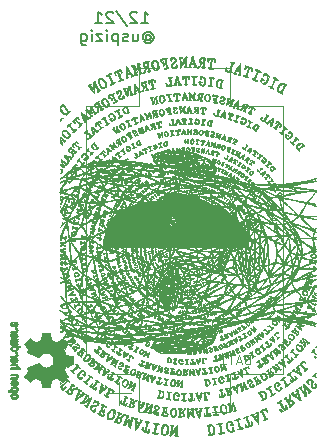
<source format=gbo>
%TF.GenerationSoftware,KiCad,Pcbnew,(5.1.10)-1*%
%TF.CreationDate,2021-12-27T13:21:27+01:00*%
%TF.ProjectId,LORA_ATTINY_v3,4c4f5241-5f41-4545-9449-4e595f76332e,rev?*%
%TF.SameCoordinates,Original*%
%TF.FileFunction,Legend,Bot*%
%TF.FilePolarity,Positive*%
%FSLAX46Y46*%
G04 Gerber Fmt 4.6, Leading zero omitted, Abs format (unit mm)*
G04 Created by KiCad (PCBNEW (5.1.10)-1) date 2021-12-27 13:21:27*
%MOMM*%
%LPD*%
G01*
G04 APERTURE LIST*
%ADD10C,0.150000*%
%ADD11C,0.010000*%
%ADD12C,0.120000*%
%ADD13C,0.100000*%
G04 APERTURE END LIST*
D10*
X67198666Y-42616380D02*
X67770095Y-42616380D01*
X67484380Y-42616380D02*
X67484380Y-41616380D01*
X67579619Y-41759238D01*
X67674857Y-41854476D01*
X67770095Y-41902095D01*
X66817714Y-41711619D02*
X66770095Y-41664000D01*
X66674857Y-41616380D01*
X66436761Y-41616380D01*
X66341523Y-41664000D01*
X66293904Y-41711619D01*
X66246285Y-41806857D01*
X66246285Y-41902095D01*
X66293904Y-42044952D01*
X66865333Y-42616380D01*
X66246285Y-42616380D01*
X65103428Y-41568761D02*
X65960571Y-42854476D01*
X64817714Y-41711619D02*
X64770095Y-41664000D01*
X64674857Y-41616380D01*
X64436761Y-41616380D01*
X64341523Y-41664000D01*
X64293904Y-41711619D01*
X64246285Y-41806857D01*
X64246285Y-41902095D01*
X64293904Y-42044952D01*
X64865333Y-42616380D01*
X64246285Y-42616380D01*
X63293904Y-42616380D02*
X63865333Y-42616380D01*
X63579619Y-42616380D02*
X63579619Y-41616380D01*
X63674857Y-41759238D01*
X63770095Y-41854476D01*
X63865333Y-41902095D01*
X67579571Y-43664190D02*
X67627190Y-43616571D01*
X67722428Y-43568952D01*
X67817666Y-43568952D01*
X67912904Y-43616571D01*
X67960523Y-43664190D01*
X68008142Y-43759428D01*
X68008142Y-43854666D01*
X67960523Y-43949904D01*
X67912904Y-43997523D01*
X67817666Y-44045142D01*
X67722428Y-44045142D01*
X67627190Y-43997523D01*
X67579571Y-43949904D01*
X67579571Y-43568952D02*
X67579571Y-43949904D01*
X67531952Y-43997523D01*
X67484333Y-43997523D01*
X67389095Y-43949904D01*
X67341476Y-43854666D01*
X67341476Y-43616571D01*
X67436714Y-43473714D01*
X67579571Y-43378476D01*
X67770047Y-43330857D01*
X67960523Y-43378476D01*
X68103380Y-43473714D01*
X68198619Y-43616571D01*
X68246238Y-43807047D01*
X68198619Y-43997523D01*
X68103380Y-44140380D01*
X67960523Y-44235619D01*
X67770047Y-44283238D01*
X67579571Y-44235619D01*
X67436714Y-44140380D01*
X66484333Y-43473714D02*
X66484333Y-44140380D01*
X66912904Y-43473714D02*
X66912904Y-43997523D01*
X66865285Y-44092761D01*
X66770047Y-44140380D01*
X66627190Y-44140380D01*
X66531952Y-44092761D01*
X66484333Y-44045142D01*
X66055761Y-44092761D02*
X65960523Y-44140380D01*
X65770047Y-44140380D01*
X65674809Y-44092761D01*
X65627190Y-43997523D01*
X65627190Y-43949904D01*
X65674809Y-43854666D01*
X65770047Y-43807047D01*
X65912904Y-43807047D01*
X66008142Y-43759428D01*
X66055761Y-43664190D01*
X66055761Y-43616571D01*
X66008142Y-43521333D01*
X65912904Y-43473714D01*
X65770047Y-43473714D01*
X65674809Y-43521333D01*
X65198619Y-43473714D02*
X65198619Y-44473714D01*
X65198619Y-43521333D02*
X65103380Y-43473714D01*
X64912904Y-43473714D01*
X64817666Y-43521333D01*
X64770047Y-43568952D01*
X64722428Y-43664190D01*
X64722428Y-43949904D01*
X64770047Y-44045142D01*
X64817666Y-44092761D01*
X64912904Y-44140380D01*
X65103380Y-44140380D01*
X65198619Y-44092761D01*
X64293857Y-44140380D02*
X64293857Y-43473714D01*
X64293857Y-43140380D02*
X64341476Y-43188000D01*
X64293857Y-43235619D01*
X64246238Y-43188000D01*
X64293857Y-43140380D01*
X64293857Y-43235619D01*
X63912904Y-43473714D02*
X63389095Y-43473714D01*
X63912904Y-44140380D01*
X63389095Y-44140380D01*
X63008142Y-44140380D02*
X63008142Y-43473714D01*
X63008142Y-43140380D02*
X63055761Y-43188000D01*
X63008142Y-43235619D01*
X62960523Y-43188000D01*
X63008142Y-43140380D01*
X63008142Y-43235619D01*
X62103380Y-43473714D02*
X62103380Y-44283238D01*
X62151000Y-44378476D01*
X62198619Y-44426095D01*
X62293857Y-44473714D01*
X62436714Y-44473714D01*
X62531952Y-44426095D01*
X62103380Y-44092761D02*
X62198619Y-44140380D01*
X62389095Y-44140380D01*
X62484333Y-44092761D01*
X62531952Y-44045142D01*
X62579571Y-43949904D01*
X62579571Y-43664190D01*
X62531952Y-43568952D01*
X62484333Y-43521333D01*
X62389095Y-43473714D01*
X62198619Y-43473714D01*
X62103380Y-43521333D01*
D11*
%TO.C,G\u002A\u002A\u002A*%
G36*
X60401200Y-67001302D02*
G01*
X60518303Y-67084372D01*
X60614501Y-67133959D01*
X60699347Y-67202558D01*
X60734355Y-67268510D01*
X60772046Y-67331526D01*
X60800795Y-67321010D01*
X60864846Y-67296368D01*
X60943738Y-67326998D01*
X61013608Y-67396458D01*
X60985419Y-67477970D01*
X60911271Y-67533195D01*
X60911271Y-67626335D01*
X60953797Y-67655385D01*
X61010496Y-67741233D01*
X61092828Y-67836423D01*
X61167972Y-67841885D01*
X61238862Y-67844425D01*
X61284590Y-67919030D01*
X61309707Y-68030535D01*
X61271283Y-68048376D01*
X61175900Y-68042059D01*
X61045905Y-68018213D01*
X60866764Y-67982704D01*
X60756800Y-67959941D01*
X60591330Y-67929251D01*
X60462322Y-67912853D01*
X60413900Y-67912544D01*
X60355411Y-67896848D01*
X60350400Y-67881062D01*
X60393964Y-67841282D01*
X60506355Y-67783750D01*
X60615679Y-67739135D01*
X60766884Y-67682317D01*
X60876244Y-67640433D01*
X60911271Y-67626335D01*
X60911271Y-67533195D01*
X60858311Y-67572640D01*
X60686357Y-67657918D01*
X60539272Y-67718876D01*
X60454730Y-67737485D01*
X60404200Y-67716431D01*
X60379048Y-67686852D01*
X60339593Y-67649006D01*
X60320858Y-67688611D01*
X60314917Y-67784769D01*
X60336998Y-67925597D01*
X60401632Y-68003956D01*
X60492296Y-68001554D01*
X60504557Y-67994714D01*
X60572279Y-67992074D01*
X60709872Y-68010276D01*
X60888663Y-68045428D01*
X60904264Y-68048941D01*
X61113907Y-68104728D01*
X61257223Y-68168120D01*
X61368988Y-68256749D01*
X61418223Y-68309526D01*
X61505671Y-68419699D01*
X61549838Y-68496871D01*
X61549984Y-68514948D01*
X61497621Y-68502908D01*
X61375859Y-68450290D01*
X61204033Y-68366001D01*
X61042150Y-68281014D01*
X60802254Y-68153204D01*
X60763515Y-68133674D01*
X60763515Y-68231205D01*
X60871418Y-68264833D01*
X61059595Y-68350578D01*
X61114105Y-68377657D01*
X61293398Y-68469613D01*
X61431976Y-68544132D01*
X61509375Y-68590046D01*
X61518800Y-68598509D01*
X61473184Y-68604063D01*
X61355965Y-68599745D01*
X61252100Y-68591709D01*
X61141095Y-68574057D01*
X61141095Y-68638693D01*
X61320716Y-68652262D01*
X61495914Y-68677441D01*
X61630317Y-68707090D01*
X61690090Y-68731912D01*
X61771396Y-68756280D01*
X61817090Y-68749038D01*
X61871268Y-68736226D01*
X61837325Y-68767039D01*
X61823600Y-68776857D01*
X61774740Y-68835239D01*
X61800414Y-68915920D01*
X61810900Y-68933360D01*
X61867395Y-69041563D01*
X61858091Y-69076273D01*
X61816580Y-69058261D01*
X61730958Y-69030900D01*
X61593203Y-69008867D01*
X61561789Y-69005827D01*
X61403207Y-68980199D01*
X61272710Y-68939273D01*
X61259658Y-68932848D01*
X61178887Y-68879223D01*
X61181735Y-68856004D01*
X61254218Y-68865382D01*
X61382352Y-68909548D01*
X61389490Y-68912509D01*
X61513686Y-68957600D01*
X61592336Y-68973464D01*
X61602316Y-68970616D01*
X61571323Y-68941972D01*
X61468870Y-68889322D01*
X61341960Y-68834389D01*
X61144399Y-68747036D01*
X61045063Y-68685255D01*
X61043959Y-68649117D01*
X61141095Y-68638693D01*
X61141095Y-68574057D01*
X61083901Y-68564961D01*
X61041623Y-68551866D01*
X61041623Y-68795900D01*
X61121407Y-68806643D01*
X61112400Y-68834000D01*
X61077105Y-68877747D01*
X61112400Y-68910200D01*
X61146168Y-68954089D01*
X61108047Y-68989089D01*
X61025388Y-68988350D01*
X60977239Y-68944639D01*
X60918642Y-68849200D01*
X60941656Y-68805612D01*
X61041623Y-68795900D01*
X61041623Y-68551866D01*
X60949953Y-68523472D01*
X60905199Y-68497566D01*
X60858400Y-68470427D01*
X60858400Y-68580000D01*
X60900214Y-68598586D01*
X60892266Y-68613866D01*
X60831978Y-68619946D01*
X60824533Y-68613866D01*
X60831506Y-68583666D01*
X60858400Y-68580000D01*
X60858400Y-68470427D01*
X60820340Y-68448355D01*
X60733117Y-68428716D01*
X60677962Y-68441671D01*
X60680240Y-68477818D01*
X60672227Y-68507122D01*
X60636366Y-68499290D01*
X60556438Y-68436676D01*
X60527719Y-68353879D01*
X60558251Y-68297725D01*
X60645942Y-68286151D01*
X60688688Y-68296674D01*
X60744970Y-68298907D01*
X60738762Y-68250666D01*
X60763515Y-68231205D01*
X60763515Y-68133674D01*
X60641096Y-68071955D01*
X60549044Y-68033698D01*
X60516465Y-68034867D01*
X60533724Y-68071893D01*
X60556813Y-68101271D01*
X60596987Y-68173062D01*
X60555802Y-68222983D01*
X60550672Y-68226209D01*
X60480440Y-68231783D01*
X60413004Y-68146824D01*
X60410263Y-68141646D01*
X60354575Y-68057380D01*
X60316965Y-68037701D01*
X60323716Y-68092883D01*
X60375230Y-68190977D01*
X60377583Y-68194592D01*
X60422191Y-68284400D01*
X60414625Y-68325700D01*
X60411275Y-68325999D01*
X60348455Y-68285828D01*
X60336585Y-68262499D01*
X60320628Y-68257986D01*
X60313313Y-68335792D01*
X60313302Y-68337088D01*
X60323256Y-68431364D01*
X60366317Y-68443850D01*
X60397157Y-68429763D01*
X60458428Y-68414077D01*
X60478585Y-68472779D01*
X60478873Y-68520274D01*
X60454759Y-68624496D01*
X60387666Y-68649144D01*
X60308451Y-68667564D01*
X60314594Y-68727665D01*
X60331679Y-68747545D01*
X60398537Y-68754952D01*
X60484215Y-68709466D01*
X60545496Y-68638656D01*
X60553599Y-68605975D01*
X60569177Y-68565860D01*
X60630883Y-68580711D01*
X60705678Y-68620462D01*
X60807978Y-68688691D01*
X60857286Y-68741252D01*
X60858078Y-68745539D01*
X60835031Y-68796106D01*
X60835031Y-68944062D01*
X60912919Y-68957366D01*
X60924752Y-68968085D01*
X60936529Y-69030109D01*
X60860025Y-69085671D01*
X60809272Y-69102281D01*
X60738863Y-69109760D01*
X60745426Y-69059756D01*
X60759468Y-69032213D01*
X60835031Y-68944062D01*
X60835031Y-68796106D01*
X60830713Y-68805581D01*
X60760409Y-68916744D01*
X60705645Y-68994951D01*
X60622050Y-69116932D01*
X60573755Y-69200465D01*
X60568571Y-69221504D01*
X60621266Y-69216048D01*
X60743519Y-69186404D01*
X60896202Y-69142735D01*
X61060971Y-69098155D01*
X61184229Y-69074695D01*
X61236475Y-69076609D01*
X61263070Y-69067036D01*
X61264799Y-69049863D01*
X61308718Y-69044548D01*
X61425529Y-69067406D01*
X61592816Y-69111413D01*
X61788164Y-69169546D01*
X61989156Y-69234779D01*
X62173377Y-69300090D01*
X62318409Y-69358454D01*
X62401838Y-69402847D01*
X62407800Y-69408012D01*
X62420726Y-69438898D01*
X62369700Y-69427271D01*
X62294182Y-69419082D01*
X62292948Y-69465515D01*
X62364436Y-69553587D01*
X62387493Y-69575209D01*
X62462924Y-69639600D01*
X62484736Y-69634141D01*
X62476393Y-69570382D01*
X62472385Y-69525827D01*
X62487179Y-69495823D01*
X62533757Y-69480637D01*
X62625100Y-69480533D01*
X62774192Y-69495774D01*
X62994013Y-69526627D01*
X63297547Y-69573356D01*
X63398400Y-69589178D01*
X63654487Y-69628740D01*
X63876825Y-69661821D01*
X64044943Y-69685470D01*
X64138368Y-69696732D01*
X64147700Y-69697267D01*
X64200607Y-69739601D01*
X64211200Y-69791326D01*
X64243727Y-69890112D01*
X64319961Y-69981030D01*
X64407882Y-70033636D01*
X64461998Y-70029778D01*
X64514037Y-69969908D01*
X64493545Y-69929274D01*
X64434673Y-69935196D01*
X64345823Y-69927688D01*
X64292570Y-69854532D01*
X64297535Y-69765706D01*
X64357122Y-69703085D01*
X64455091Y-69731370D01*
X64550825Y-69808055D01*
X64631598Y-69876170D01*
X64663902Y-69873566D01*
X64668400Y-69833455D01*
X64679757Y-69795832D01*
X64725181Y-69771115D01*
X64821696Y-69756703D01*
X64986330Y-69749998D01*
X65225605Y-69748400D01*
X65471672Y-69750225D01*
X65631697Y-69757193D01*
X65721200Y-69771543D01*
X65755698Y-69795517D01*
X65753570Y-69824600D01*
X65745711Y-69890252D01*
X65802155Y-69884829D01*
X65926597Y-69807923D01*
X65930557Y-69805119D01*
X66021350Y-69767498D01*
X66186536Y-69722915D01*
X66404565Y-69674995D01*
X66653887Y-69627363D01*
X66912949Y-69583645D01*
X67160201Y-69547464D01*
X67374091Y-69522445D01*
X67533069Y-69512215D01*
X67615582Y-69520397D01*
X67617383Y-69521396D01*
X67630538Y-69583355D01*
X67589887Y-69696649D01*
X67588915Y-69698536D01*
X67542214Y-69802980D01*
X67551503Y-69858620D01*
X67610822Y-69898671D01*
X67748646Y-69927662D01*
X67856718Y-69865187D01*
X67898782Y-69784761D01*
X67899048Y-69688702D01*
X67823299Y-69592193D01*
X67786416Y-69561106D01*
X67738489Y-69522755D01*
X67738489Y-69608067D01*
X67814014Y-69612194D01*
X67834933Y-69629866D01*
X67865841Y-69703493D01*
X67812500Y-69796007D01*
X67785705Y-69824237D01*
X67697551Y-69874717D01*
X67642132Y-69845077D01*
X67640580Y-69756129D01*
X67662681Y-69703053D01*
X67738489Y-69608067D01*
X67738489Y-69522755D01*
X67640200Y-69444104D01*
X67843400Y-69437959D01*
X67947278Y-69429448D01*
X67972911Y-69415122D01*
X67955405Y-69408140D01*
X67867688Y-69405407D01*
X67706796Y-69417478D01*
X67499686Y-69441937D01*
X67371205Y-69460507D01*
X67135748Y-69496587D01*
X66964089Y-69521151D01*
X66822028Y-69537670D01*
X66675368Y-69549617D01*
X66489911Y-69560463D01*
X66281299Y-69571152D01*
X66057546Y-69575558D01*
X65929719Y-69564468D01*
X65899040Y-69542640D01*
X65966730Y-69514832D01*
X66134013Y-69485800D01*
X66255900Y-69472263D01*
X66457040Y-69450585D01*
X66632559Y-69427432D01*
X66744957Y-69407759D01*
X66746076Y-69407490D01*
X66830896Y-69399510D01*
X66831978Y-69436191D01*
X66824249Y-69486769D01*
X66872747Y-69486101D01*
X66935461Y-69442218D01*
X67015017Y-69411225D01*
X67169560Y-69385560D01*
X67372559Y-69366543D01*
X67597480Y-69355495D01*
X67817792Y-69353734D01*
X68006960Y-69362581D01*
X68135499Y-69382519D01*
X68261438Y-69406862D01*
X68323433Y-69396325D01*
X68325999Y-69388705D01*
X68367909Y-69349704D01*
X68414900Y-69343270D01*
X68445418Y-69364230D01*
X68404127Y-69430498D01*
X68357427Y-69477897D01*
X68357427Y-69563638D01*
X68374277Y-69594234D01*
X68334711Y-69685248D01*
X68327984Y-69696128D01*
X68270738Y-69741556D01*
X68242885Y-69733019D01*
X68244587Y-69673514D01*
X68290923Y-69609304D01*
X68357427Y-69563638D01*
X68357427Y-69477897D01*
X68289867Y-69546470D01*
X68235859Y-69600916D01*
X68235859Y-69849594D01*
X68266855Y-69853917D01*
X68284329Y-69890417D01*
X68313617Y-70007673D01*
X68316536Y-70053200D01*
X68307086Y-70084328D01*
X68290462Y-70037802D01*
X68255610Y-69976977D01*
X68197786Y-70003406D01*
X68155685Y-70029802D01*
X68164581Y-69987125D01*
X68189331Y-69932222D01*
X68235859Y-69849594D01*
X68235859Y-69600916D01*
X68183760Y-69653439D01*
X68124955Y-69726646D01*
X68123172Y-69748400D01*
X68149912Y-69782633D01*
X68127697Y-69861869D01*
X68069950Y-69950909D01*
X68031703Y-69988302D01*
X67981947Y-70040927D01*
X68019920Y-70070876D01*
X68038802Y-70077202D01*
X68162672Y-70119527D01*
X68211700Y-70137464D01*
X68305861Y-70162148D01*
X68338699Y-70162864D01*
X68365972Y-70193460D01*
X68364099Y-70218300D01*
X68399308Y-70272327D01*
X68503650Y-70349157D01*
X68630800Y-70419869D01*
X68740197Y-70471743D01*
X68838081Y-70508606D01*
X68944498Y-70532940D01*
X69079495Y-70547227D01*
X69263117Y-70553950D01*
X69515412Y-70555592D01*
X69723000Y-70555119D01*
X70022916Y-70551460D01*
X70307829Y-70543261D01*
X70552881Y-70531571D01*
X70733212Y-70517440D01*
X70789800Y-70510047D01*
X70910341Y-70489042D01*
X70950179Y-70477938D01*
X70903241Y-70475322D01*
X70763456Y-70479778D01*
X70675500Y-70483423D01*
X70496921Y-70486270D01*
X70366052Y-70479340D01*
X70308071Y-70464125D01*
X70307200Y-70461581D01*
X70353745Y-70442365D01*
X70476363Y-70426742D01*
X70649527Y-70417837D01*
X70667816Y-70417451D01*
X70858413Y-70417050D01*
X70970828Y-70428378D01*
X71028294Y-70457077D01*
X71054046Y-70508786D01*
X71054741Y-70511395D01*
X71105553Y-70585835D01*
X71221553Y-70611505D01*
X71249926Y-70612000D01*
X71381206Y-70595606D01*
X71453360Y-70555088D01*
X71448342Y-70503437D01*
X71425628Y-70485512D01*
X71378223Y-70488760D01*
X71374000Y-70507401D01*
X71337123Y-70559132D01*
X71323200Y-70561200D01*
X71269733Y-70540861D01*
X71291725Y-70493034D01*
X71374703Y-70437504D01*
X71430603Y-70414388D01*
X71537110Y-70382402D01*
X71573670Y-70400194D01*
X71565395Y-70481677D01*
X71564123Y-70488364D01*
X71558605Y-70580957D01*
X71611283Y-70606442D01*
X71672619Y-70602045D01*
X71772252Y-70569670D01*
X71800360Y-70485264D01*
X71799866Y-70459600D01*
X71827584Y-70328561D01*
X71913426Y-70261225D01*
X71944195Y-70257177D01*
X71989639Y-70297137D01*
X72053014Y-70396168D01*
X72062818Y-70414637D01*
X72125868Y-70511309D01*
X72179082Y-70522732D01*
X72231999Y-70443774D01*
X72286202Y-70294500D01*
X72341191Y-70153750D01*
X72385340Y-70111728D01*
X72419448Y-70169161D01*
X72444314Y-70326775D01*
X72453754Y-70446900D01*
X72480365Y-70506832D01*
X72538922Y-70480888D01*
X72617198Y-70374691D01*
X72619507Y-70370700D01*
X72699859Y-70231000D01*
X72678410Y-70373648D01*
X72674799Y-70472896D01*
X72712657Y-70493537D01*
X72730835Y-70487948D01*
X72803993Y-70462730D01*
X72818375Y-70459599D01*
X72813884Y-70416966D01*
X72785492Y-70311493D01*
X72776389Y-70281799D01*
X72728705Y-70167009D01*
X72680949Y-70104168D01*
X72649043Y-70109713D01*
X72644000Y-70145090D01*
X72616020Y-70213407D01*
X72568349Y-70284790D01*
X72517186Y-70344028D01*
X72499540Y-70325805D01*
X72502699Y-70221647D01*
X72542403Y-70078400D01*
X72630963Y-70006009D01*
X72734261Y-69947443D01*
X72882517Y-69850033D01*
X73014113Y-69756373D01*
X73161148Y-69635727D01*
X73275317Y-69506310D01*
X73380004Y-69337214D01*
X73475600Y-69146366D01*
X73569765Y-68939858D01*
X73620527Y-68803089D01*
X73633178Y-68716626D01*
X73613007Y-68661038D01*
X73609080Y-68656055D01*
X73508366Y-68592124D01*
X73466225Y-68583952D01*
X73466225Y-68637308D01*
X73533045Y-68656157D01*
X73579606Y-68726998D01*
X73575571Y-68796514D01*
X73530088Y-68796555D01*
X73480873Y-68748139D01*
X73472314Y-68728869D01*
X73472314Y-68905857D01*
X73486572Y-68921730D01*
X73472742Y-68981724D01*
X73422265Y-69066752D01*
X73374675Y-69088000D01*
X73343683Y-69083255D01*
X73343683Y-69138800D01*
X73399237Y-69146092D01*
X73380699Y-69184485D01*
X73341895Y-69224676D01*
X73264957Y-69278993D01*
X73235628Y-69278894D01*
X73235628Y-69358933D01*
X73273264Y-69384470D01*
X73249068Y-69452066D01*
X73200283Y-69527404D01*
X73178769Y-69545200D01*
X73164850Y-69503063D01*
X73165329Y-69452066D01*
X73199957Y-69374119D01*
X73235628Y-69358933D01*
X73235628Y-69278894D01*
X73224322Y-69278855D01*
X73214185Y-69215928D01*
X73270673Y-69157877D01*
X73343683Y-69138800D01*
X73343683Y-69083255D01*
X73313767Y-69078673D01*
X73325873Y-69039365D01*
X73402466Y-68964197D01*
X73472314Y-68905857D01*
X73472314Y-68728869D01*
X73443987Y-68665092D01*
X73466225Y-68637308D01*
X73466225Y-68583952D01*
X73437879Y-68578455D01*
X73375496Y-68565831D01*
X73396231Y-68536602D01*
X73484700Y-68499054D01*
X73625516Y-68461474D01*
X73672700Y-68451986D01*
X73808404Y-68438311D01*
X73857725Y-68470007D01*
X73828383Y-68554151D01*
X73812400Y-68580000D01*
X73773031Y-68626700D01*
X73762542Y-68578688D01*
X73762377Y-68567300D01*
X73735210Y-68491927D01*
X73705364Y-68478400D01*
X73673454Y-68515256D01*
X73685728Y-68567300D01*
X73732244Y-68694849D01*
X73747738Y-68744528D01*
X73789637Y-68805519D01*
X73836570Y-68784486D01*
X73862678Y-68696195D01*
X73863200Y-68678601D01*
X73885051Y-68597695D01*
X73914000Y-68580000D01*
X73959068Y-68621145D01*
X73964800Y-68656200D01*
X73992921Y-68723792D01*
X74016904Y-68732400D01*
X74031585Y-68693796D01*
X73998459Y-68596864D01*
X73987758Y-68575279D01*
X73938004Y-68468069D01*
X73921542Y-68409238D01*
X73922954Y-68406604D01*
X73975618Y-68391823D01*
X74109653Y-68358837D01*
X74307341Y-68311883D01*
X74550962Y-68255201D01*
X74676000Y-68226472D01*
X74979528Y-68153432D01*
X75287978Y-68073059D01*
X75568636Y-67994257D01*
X75788786Y-67925926D01*
X75820859Y-67914937D01*
X76124944Y-67817516D01*
X76360565Y-67761266D01*
X76520984Y-67747177D01*
X76599460Y-67776239D01*
X76606400Y-67799603D01*
X76578751Y-67863082D01*
X76507121Y-67844294D01*
X76464160Y-67807840D01*
X76413233Y-67779644D01*
X76403200Y-67797680D01*
X76443073Y-67887403D01*
X76530498Y-67938786D01*
X76587190Y-67935595D01*
X76647394Y-67868189D01*
X76657200Y-67818533D01*
X76673348Y-67769672D01*
X76735006Y-67736283D01*
X76861987Y-67711726D01*
X77030697Y-67693337D01*
X77235833Y-67679490D01*
X77471660Y-67671934D01*
X77717265Y-67670250D01*
X77951736Y-67674021D01*
X78154162Y-67682829D01*
X78303629Y-67696255D01*
X78379225Y-67713881D01*
X78384400Y-67720400D01*
X78344217Y-67767454D01*
X78308200Y-67785570D01*
X78240900Y-67853893D01*
X78244498Y-67957470D01*
X78313456Y-68064622D01*
X78364130Y-68105432D01*
X78502396Y-68155383D01*
X78610279Y-68127241D01*
X78669633Y-68043771D01*
X78662313Y-67927740D01*
X78590723Y-67821123D01*
X78492080Y-67722480D01*
X78492080Y-67822684D01*
X78553733Y-67851866D01*
X78585094Y-67935233D01*
X78576757Y-68038632D01*
X78542091Y-68094129D01*
X78471336Y-68088625D01*
X78384301Y-68030203D01*
X78315857Y-67950538D01*
X78300871Y-67881310D01*
X78303115Y-67877027D01*
X78382808Y-67827196D01*
X78492080Y-67822684D01*
X78492080Y-67722480D01*
X78486000Y-67716400D01*
X78610475Y-67716400D01*
X78727212Y-67749930D01*
X78786730Y-67805300D01*
X78827350Y-67866608D01*
X78839078Y-67839080D01*
X78840055Y-67806271D01*
X78855530Y-67754388D01*
X78916052Y-67735364D01*
X79046473Y-67743174D01*
X79082900Y-67747398D01*
X79382291Y-67798947D01*
X79591199Y-67872163D01*
X79719102Y-67970533D01*
X79730442Y-67985590D01*
X79806800Y-68094606D01*
X79885880Y-67981703D01*
X79959924Y-67909623D01*
X80072955Y-67872768D01*
X80228780Y-67860260D01*
X80370407Y-67854696D01*
X80415338Y-67848947D01*
X80368457Y-67840825D01*
X80289400Y-67833082D01*
X80139243Y-67812952D01*
X80025315Y-67786781D01*
X80010000Y-67781025D01*
X79889303Y-67739872D01*
X79800579Y-67724750D01*
X79800579Y-67818000D01*
X79889967Y-67843347D01*
X79904104Y-67899994D01*
X79863355Y-67941442D01*
X79798687Y-67931325D01*
X79755535Y-67893640D01*
X79723401Y-67835670D01*
X79776678Y-67818396D01*
X79800579Y-67818000D01*
X79800579Y-67724750D01*
X79781400Y-67721481D01*
X79772424Y-67694944D01*
X79806800Y-67665600D01*
X79961957Y-67619789D01*
X80156700Y-67640000D01*
X80356952Y-67722278D01*
X80371732Y-67731141D01*
X80483186Y-67807878D01*
X80516286Y-67861010D01*
X80486032Y-67909359D01*
X80431664Y-67982147D01*
X80418135Y-68041721D01*
X80449970Y-68055261D01*
X80467110Y-68046655D01*
X80541749Y-68049488D01*
X80630814Y-68094457D01*
X80743806Y-68173600D01*
X80629115Y-68173600D01*
X80549471Y-68185273D01*
X80551162Y-68239433D01*
X80570857Y-68279045D01*
X80603703Y-68352179D01*
X80571331Y-68353061D01*
X80518975Y-68326522D01*
X80422033Y-68251567D01*
X80382197Y-68194380D01*
X80342072Y-68147684D01*
X80281553Y-68180112D01*
X80246676Y-68228530D01*
X80287485Y-68274456D01*
X80357920Y-68311961D01*
X80499963Y-68395490D01*
X80608426Y-68478893D01*
X80702065Y-68544274D01*
X80742821Y-68526763D01*
X80723099Y-68434418D01*
X80698942Y-68382877D01*
X80657673Y-68289826D01*
X80682058Y-68254837D01*
X80785033Y-68249617D01*
X80900835Y-68231130D01*
X80961859Y-68186410D01*
X80961909Y-68186265D01*
X80947846Y-68143449D01*
X80915944Y-68148221D01*
X80836195Y-68134988D01*
X80723731Y-68070162D01*
X80695800Y-68048482D01*
X80620073Y-67978676D01*
X80601959Y-67937085D01*
X80649092Y-67924034D01*
X80769109Y-67939854D01*
X80969644Y-67984870D01*
X81258335Y-68059412D01*
X81317133Y-68075152D01*
X81548872Y-68134670D01*
X81746581Y-68180323D01*
X81888683Y-68207471D01*
X81952629Y-68211856D01*
X81934334Y-68192735D01*
X81836068Y-68158385D01*
X81677130Y-68115200D01*
X81617138Y-68100685D01*
X81436861Y-68055807D01*
X81304922Y-68018297D01*
X81243576Y-67994643D01*
X81242106Y-67991359D01*
X81297123Y-67988065D01*
X81426385Y-67995178D01*
X81603243Y-68011161D01*
X81625154Y-68013468D01*
X81844268Y-68028746D01*
X81968284Y-68020597D01*
X81999711Y-67993796D01*
X81941060Y-67953117D01*
X81794839Y-67903335D01*
X81563557Y-67849224D01*
X81535963Y-67843781D01*
X81309103Y-67795765D01*
X81160156Y-67751760D01*
X81066306Y-67702506D01*
X81004735Y-67638742D01*
X80994739Y-67624126D01*
X80949800Y-67560851D01*
X80949800Y-67665600D01*
X80975200Y-67691000D01*
X80949800Y-67716400D01*
X80924400Y-67691000D01*
X80949800Y-67665600D01*
X80949800Y-67560851D01*
X80933277Y-67537586D01*
X80900028Y-67531521D01*
X80869821Y-67598138D01*
X80839471Y-67657258D01*
X80787755Y-67680607D01*
X80719964Y-67675398D01*
X80719964Y-67716400D01*
X80751985Y-67748208D01*
X80742021Y-67774608D01*
X80744742Y-67810495D01*
X80831035Y-67801368D01*
X80842959Y-67798454D01*
X80965124Y-67785321D01*
X81040143Y-67801340D01*
X81145539Y-67840607D01*
X81177506Y-67845715D01*
X81361665Y-67866827D01*
X81536961Y-67893688D01*
X81677906Y-67921523D01*
X81759013Y-67945559D01*
X81768175Y-67956357D01*
X81707617Y-67964112D01*
X81577864Y-67957117D01*
X81447423Y-67942143D01*
X81265833Y-67916546D01*
X81155319Y-67898705D01*
X81086204Y-67883260D01*
X81038700Y-67868306D01*
X80964365Y-67856859D01*
X80852922Y-67849256D01*
X80758945Y-67827360D01*
X80689367Y-67783751D01*
X80665540Y-67739767D01*
X80708815Y-67716741D01*
X80719964Y-67716400D01*
X80719964Y-67675398D01*
X80686506Y-67672827D01*
X80560145Y-67649161D01*
X80450685Y-67627241D01*
X80450685Y-67669363D01*
X80541436Y-67697275D01*
X80599940Y-67734926D01*
X80600201Y-67752732D01*
X80543386Y-67749919D01*
X80483710Y-67722601D01*
X80424030Y-67677683D01*
X80450685Y-67669363D01*
X80450685Y-67627241D01*
X80289400Y-67594941D01*
X80467200Y-67555804D01*
X80602909Y-67534977D01*
X80699202Y-67535891D01*
X80705894Y-67537739D01*
X80791771Y-67532528D01*
X80909094Y-67491244D01*
X81058656Y-67433371D01*
X81206508Y-67396562D01*
X81323393Y-67385671D01*
X81380054Y-67405550D01*
X81381600Y-67412870D01*
X81338491Y-67452131D01*
X81267300Y-67463944D01*
X81188771Y-67469706D01*
X81205836Y-67495227D01*
X81247970Y-67520666D01*
X81327610Y-67544593D01*
X81403593Y-67499291D01*
X81451170Y-67446841D01*
X81613641Y-67329677D01*
X81775300Y-67284054D01*
X81928224Y-67251830D01*
X81981364Y-67219590D01*
X81936528Y-67188487D01*
X81795526Y-67159676D01*
X81661000Y-67145177D01*
X81661000Y-67218303D01*
X81747757Y-67223794D01*
X81755395Y-67239697D01*
X81750866Y-67241721D01*
X81650019Y-67251770D01*
X81598466Y-67243603D01*
X81577750Y-67227433D01*
X81645224Y-67218638D01*
X81661000Y-67218303D01*
X81661000Y-67145177D01*
X81560165Y-67134308D01*
X81537555Y-67132481D01*
X81320789Y-67112920D01*
X81318100Y-67112514D01*
X81318100Y-67159400D01*
X81443792Y-67176689D01*
X81483200Y-67233800D01*
X81462635Y-67300422D01*
X81445100Y-67308199D01*
X81377138Y-67283903D01*
X81280000Y-67233800D01*
X81153000Y-67161200D01*
X81318100Y-67159400D01*
X81318100Y-67112514D01*
X81188403Y-67092915D01*
X81123276Y-67067638D01*
X81108281Y-67032262D01*
X81112967Y-67012788D01*
X81126318Y-66957325D01*
X81090542Y-66977734D01*
X81060473Y-67005200D01*
X80950324Y-67056327D01*
X80764845Y-67066147D01*
X80721785Y-67063711D01*
X80561288Y-67045062D01*
X80467269Y-67005801D01*
X80404658Y-66928558D01*
X80388420Y-66898611D01*
X80344726Y-66788983D01*
X80366676Y-66756886D01*
X80453806Y-66802713D01*
X80479110Y-66821338D01*
X80534108Y-66891007D01*
X80529910Y-66932348D01*
X80532458Y-66942293D01*
X80579886Y-66909744D01*
X80621771Y-66866086D01*
X80606577Y-66824178D01*
X80520845Y-66766448D01*
X80433725Y-66718913D01*
X80298704Y-66652735D01*
X80204626Y-66617111D01*
X80179275Y-66615791D01*
X80189515Y-66667977D01*
X80240258Y-66773922D01*
X80266953Y-66820997D01*
X80328759Y-66948085D01*
X80324459Y-67000420D01*
X80258226Y-66974009D01*
X80177386Y-66906659D01*
X80092122Y-66845371D01*
X80040807Y-66838925D01*
X80011611Y-66911706D01*
X80065822Y-66953215D01*
X80083201Y-66954400D01*
X80173387Y-66991011D01*
X80193135Y-67013832D01*
X80195597Y-67051981D01*
X80145333Y-67040827D01*
X80074972Y-67035843D01*
X80060800Y-67057594D01*
X80105515Y-67089902D01*
X80215692Y-67106292D01*
X80241598Y-67106800D01*
X80361829Y-67117590D01*
X80393316Y-67153134D01*
X80386545Y-67170300D01*
X80371312Y-67208389D01*
X80416421Y-67172788D01*
X80419107Y-67170300D01*
X80525420Y-67120982D01*
X80670543Y-67106795D01*
X80811713Y-67126081D01*
X80906166Y-67177183D01*
X80914845Y-67189523D01*
X80966576Y-67238582D01*
X80995384Y-67216839D01*
X81054796Y-67187437D01*
X81154814Y-67218469D01*
X81259159Y-67284259D01*
X81265179Y-67336243D01*
X81173633Y-67366516D01*
X81140300Y-67369489D01*
X80961430Y-67383807D01*
X80845570Y-67402922D01*
X80772000Y-67425748D01*
X80617439Y-67470687D01*
X80424115Y-67508119D01*
X80215755Y-67536001D01*
X80016091Y-67552293D01*
X79848849Y-67554952D01*
X79737760Y-67541937D01*
X79705200Y-67517535D01*
X79750666Y-67457974D01*
X79874591Y-67431763D01*
X80058259Y-67442583D01*
X80073957Y-67444996D01*
X80282241Y-67478302D01*
X80045119Y-67145294D01*
X80023361Y-67174138D01*
X80023361Y-67275273D01*
X80078815Y-67303948D01*
X80086200Y-67310000D01*
X80149334Y-67370870D01*
X80162400Y-67392420D01*
X80120912Y-67409480D01*
X80086200Y-67411600D01*
X80020318Y-67370466D01*
X80010000Y-67329179D01*
X80023361Y-67275273D01*
X80023361Y-67174138D01*
X79958120Y-67260630D01*
X79890033Y-67333038D01*
X79850074Y-67321381D01*
X79841909Y-67304883D01*
X79808804Y-67265710D01*
X79761491Y-67314936D01*
X79755826Y-67323768D01*
X79687026Y-67381222D01*
X79640637Y-67377694D01*
X79569603Y-67343971D01*
X79428678Y-67284116D01*
X79242760Y-67208574D01*
X79148459Y-67171226D01*
X78714600Y-67000800D01*
X79039551Y-67028400D01*
X79269088Y-67043860D01*
X79508969Y-67053876D01*
X79639449Y-67056000D01*
X79800495Y-67064288D01*
X79879503Y-67087485D01*
X79883000Y-67106800D01*
X79894516Y-67150289D01*
X79930801Y-67157600D01*
X80000057Y-67118250D01*
X80010000Y-67081400D01*
X79985710Y-67036282D01*
X79900089Y-67012450D01*
X79734007Y-67004889D01*
X79717900Y-67004838D01*
X79503430Y-66999340D01*
X79252192Y-66985503D01*
X79076383Y-66971484D01*
X78726967Y-66938491D01*
X79528438Y-66696938D01*
X79801797Y-66617528D01*
X80044389Y-66552642D01*
X80238232Y-66506655D01*
X80365347Y-66483935D01*
X80404417Y-66483977D01*
X80455180Y-66484072D01*
X80446735Y-66411185D01*
X80445595Y-66407559D01*
X80444538Y-66314237D01*
X80487523Y-66253995D01*
X80549270Y-66258608D01*
X80558008Y-66266275D01*
X80551375Y-66316228D01*
X80516528Y-66346784D01*
X80475854Y-66386244D01*
X80505300Y-66394822D01*
X80556862Y-66437933D01*
X80568800Y-66497200D01*
X80603135Y-66578196D01*
X80683123Y-66597526D01*
X80774239Y-66555921D01*
X80825718Y-66491746D01*
X80853935Y-66385706D01*
X80795846Y-66313966D01*
X80699524Y-66276937D01*
X80699524Y-66344800D01*
X80755085Y-66379393D01*
X80757675Y-66453140D01*
X80711180Y-66520991D01*
X80683100Y-66535323D01*
X80631798Y-66511956D01*
X80619600Y-66450633D01*
X80651871Y-66363304D01*
X80699524Y-66344800D01*
X80699524Y-66276937D01*
X80695800Y-66275505D01*
X80671689Y-66262106D01*
X80735471Y-66263256D01*
X80772000Y-66266897D01*
X80923818Y-66269002D01*
X81047323Y-66247004D01*
X81051400Y-66245419D01*
X81164276Y-66240162D01*
X81262836Y-66304558D01*
X81372672Y-66404923D01*
X81270518Y-66578061D01*
X81218262Y-66685706D01*
X81210676Y-66746312D01*
X81219948Y-66751200D01*
X81282592Y-66711508D01*
X81290076Y-66695569D01*
X81342125Y-66681257D01*
X81458334Y-66729135D01*
X81494639Y-66749694D01*
X81619054Y-66840763D01*
X81655686Y-66920071D01*
X81650653Y-66945024D01*
X81639191Y-67001061D01*
X81682357Y-66973311D01*
X81688727Y-66967455D01*
X81752120Y-66936947D01*
X81830264Y-66974749D01*
X81880898Y-67018255D01*
X82004988Y-67132200D01*
X81947021Y-67020729D01*
X81881729Y-66921189D01*
X81836460Y-66876754D01*
X81808465Y-66809101D01*
X81818661Y-66734623D01*
X81834546Y-66661004D01*
X81801573Y-66668773D01*
X81782627Y-66683778D01*
X81704026Y-66735945D01*
X81626479Y-66737993D01*
X81509802Y-66688599D01*
X81481006Y-66673865D01*
X81386970Y-66607505D01*
X81357177Y-66548610D01*
X81359898Y-66542016D01*
X81415678Y-66534528D01*
X81511491Y-66601528D01*
X81513959Y-66603834D01*
X81603941Y-66679620D01*
X81636380Y-66688413D01*
X81617166Y-66642589D01*
X81552187Y-66554520D01*
X81447331Y-66436581D01*
X81421823Y-66410222D01*
X81318962Y-66296835D01*
X81263585Y-66218053D01*
X81265268Y-66192400D01*
X81362336Y-66175187D01*
X81398255Y-66163326D01*
X81474105Y-66178259D01*
X81505699Y-66234062D01*
X81579018Y-66327554D01*
X81707527Y-66402557D01*
X81844880Y-66437019D01*
X81914087Y-66428379D01*
X81987015Y-66380161D01*
X81971713Y-66340925D01*
X81881110Y-66329099D01*
X81846992Y-66332761D01*
X81685564Y-66313735D01*
X81612588Y-66263731D01*
X81553693Y-66194228D01*
X81577559Y-66155626D01*
X81642496Y-66128880D01*
X81784610Y-66101845D01*
X81876900Y-66105867D01*
X81971338Y-66104569D01*
X81984187Y-66067103D01*
X81911319Y-66020217D01*
X81804947Y-66017958D01*
X81729169Y-66044298D01*
X81641023Y-66078937D01*
X81605331Y-66077464D01*
X81633353Y-66046065D01*
X81729134Y-65991704D01*
X81787482Y-65964033D01*
X81933176Y-65886642D01*
X81982653Y-65824586D01*
X81938532Y-65769680D01*
X81861143Y-65734037D01*
X81777022Y-65682602D01*
X81762541Y-65633695D01*
X81761989Y-65586667D01*
X81746122Y-65582800D01*
X81696386Y-65625155D01*
X81671365Y-65685607D01*
X81671977Y-65766459D01*
X81703540Y-65781188D01*
X81831523Y-65784582D01*
X81888759Y-65821393D01*
X81865076Y-65872844D01*
X81775300Y-65913615D01*
X81649309Y-65957587D01*
X81499924Y-66019316D01*
X81491774Y-66022980D01*
X81374695Y-66066589D01*
X81302227Y-66076360D01*
X81296354Y-66073288D01*
X81303881Y-66016510D01*
X81354024Y-65895073D01*
X81435293Y-65729485D01*
X81536198Y-65540255D01*
X81645249Y-65347892D01*
X81750954Y-65172904D01*
X81841823Y-65035800D01*
X81906367Y-64957088D01*
X81927700Y-64946430D01*
X81977377Y-64924133D01*
X81991200Y-64836732D01*
X81984439Y-64746039D01*
X81949562Y-64742918D01*
X81902300Y-64780553D01*
X81770931Y-64856377D01*
X81740898Y-64863432D01*
X81740898Y-64922400D01*
X81737018Y-64964783D01*
X81693280Y-65081070D01*
X81616594Y-65254968D01*
X81513867Y-65470183D01*
X81478338Y-65541698D01*
X81349601Y-65793486D01*
X81256080Y-65962715D01*
X81191067Y-66059377D01*
X81147857Y-66093460D01*
X81120033Y-66075475D01*
X81086151Y-65959654D01*
X81087186Y-65905946D01*
X81068494Y-65822276D01*
X81038665Y-65799725D01*
X80997697Y-65811749D01*
X81009198Y-65866288D01*
X81019998Y-65926656D01*
X80975200Y-65913000D01*
X80928934Y-65900861D01*
X80939572Y-65955466D01*
X80940407Y-66027314D01*
X80892114Y-66033768D01*
X80848200Y-65989200D01*
X80776784Y-65947018D01*
X80714778Y-65938400D01*
X80642666Y-65919885D01*
X80641088Y-65846132D01*
X80647286Y-65824100D01*
X80660070Y-65749711D01*
X80631019Y-65760600D01*
X80576111Y-65847945D01*
X80545787Y-65925380D01*
X80533451Y-66006600D01*
X80576192Y-66014209D01*
X80586293Y-66010604D01*
X80681703Y-66011732D01*
X80805514Y-66054754D01*
X80925619Y-66099477D01*
X81012880Y-66105143D01*
X81013300Y-66104996D01*
X81070766Y-66111762D01*
X81076800Y-66129704D01*
X81029788Y-66153800D01*
X80903630Y-66179271D01*
X80720644Y-66202204D01*
X80606900Y-66212093D01*
X80388022Y-66230053D01*
X80312260Y-66236891D01*
X80312260Y-66295230D01*
X80358512Y-66307645D01*
X80322777Y-66357500D01*
X80255325Y-66392185D01*
X80107327Y-66449064D01*
X79895864Y-66522196D01*
X79638015Y-66605637D01*
X79395397Y-66680149D01*
X78531160Y-66939298D01*
X78523837Y-66924944D01*
X78523837Y-66993866D01*
X79089922Y-67213021D01*
X79307608Y-67301996D01*
X79483486Y-67382887D01*
X79599753Y-67446855D01*
X79638606Y-67485062D01*
X79638510Y-67485388D01*
X79605015Y-67504771D01*
X79605015Y-67677950D01*
X79661218Y-67695213D01*
X79699682Y-67734170D01*
X79661422Y-67756392D01*
X79582117Y-67756772D01*
X79566558Y-67747091D01*
X79554721Y-67698235D01*
X79605015Y-67677950D01*
X79605015Y-67504771D01*
X79582186Y-67517982D01*
X79456556Y-67544210D01*
X79403398Y-67549328D01*
X79403398Y-67665600D01*
X79474225Y-67684355D01*
X79477971Y-67714181D01*
X79411885Y-67741856D01*
X79373373Y-67734146D01*
X79304183Y-67694418D01*
X79333748Y-67670347D01*
X79403398Y-67665600D01*
X79403398Y-67549328D01*
X79353686Y-67554115D01*
X79109507Y-67543714D01*
X79044800Y-67519811D01*
X79044800Y-67628636D01*
X79154672Y-67632599D01*
X79184834Y-67642730D01*
X79159100Y-67650651D01*
X79011069Y-67659055D01*
X78930500Y-67650651D01*
X78906426Y-67638088D01*
X78970250Y-67630117D01*
X79044800Y-67628636D01*
X79044800Y-67519811D01*
X78965766Y-67490615D01*
X78851516Y-67425233D01*
X78804340Y-67419876D01*
X78831064Y-67474700D01*
X78841600Y-67487800D01*
X78875603Y-67550922D01*
X78847820Y-67564000D01*
X78788840Y-67528122D01*
X78784450Y-67513200D01*
X78772169Y-67418917D01*
X78771750Y-67415833D01*
X78740000Y-67354343D01*
X78740000Y-67614800D01*
X78781814Y-67633386D01*
X78773866Y-67648666D01*
X78713578Y-67654746D01*
X78706133Y-67648666D01*
X78713106Y-67618466D01*
X78740000Y-67614800D01*
X78740000Y-67354343D01*
X78732475Y-67339769D01*
X78720355Y-67326933D01*
X78695372Y-67336324D01*
X78700506Y-67423723D01*
X78700610Y-67424300D01*
X78702668Y-67532141D01*
X78653757Y-67564000D01*
X78606823Y-67537457D01*
X78613000Y-67513200D01*
X78610677Y-67466313D01*
X78593596Y-67462400D01*
X78562200Y-67478606D01*
X78562200Y-67614800D01*
X78587600Y-67640200D01*
X78562200Y-67665600D01*
X78536800Y-67640200D01*
X78562200Y-67614800D01*
X78562200Y-67478606D01*
X78521781Y-67499471D01*
X78511400Y-67513200D01*
X78446599Y-67542073D01*
X78315070Y-67560477D01*
X78216854Y-67564000D01*
X77953704Y-67564000D01*
X78238770Y-67278933D01*
X78523837Y-66993866D01*
X78523837Y-66924944D01*
X78428836Y-66738726D01*
X78372264Y-66612626D01*
X78348795Y-66528249D01*
X78351739Y-66512927D01*
X78405593Y-66501767D01*
X78541559Y-66482630D01*
X78740652Y-66457624D01*
X78983886Y-66428858D01*
X79252276Y-66398440D01*
X79526836Y-66368477D01*
X79788580Y-66341079D01*
X80018523Y-66318352D01*
X80197679Y-66302406D01*
X80307062Y-66295348D01*
X80312260Y-66295230D01*
X80312260Y-66236891D01*
X80099259Y-66256116D01*
X79771727Y-66287351D01*
X79436538Y-66320830D01*
X79286100Y-66336414D01*
X79005784Y-66363565D01*
X78764351Y-66382618D01*
X78578253Y-66392630D01*
X78463944Y-66392654D01*
X78435200Y-66385259D01*
X78471663Y-66344917D01*
X78474672Y-66344800D01*
X78527514Y-66318452D01*
X78652040Y-66244937D01*
X78834803Y-66132546D01*
X79062358Y-65989568D01*
X79321260Y-65824294D01*
X79376372Y-65788807D01*
X80238600Y-65232815D01*
X80484491Y-65471307D01*
X80618680Y-65612051D01*
X80725089Y-65742879D01*
X80776495Y-65827156D01*
X80830503Y-65904645D01*
X80878627Y-65909892D01*
X80872869Y-65858993D01*
X80797592Y-65752022D01*
X80660309Y-65599155D01*
X80614867Y-65552624D01*
X80476045Y-65408296D01*
X80372981Y-65292895D01*
X80320522Y-65223462D01*
X80317644Y-65211493D01*
X80381755Y-65190483D01*
X80516296Y-65161589D01*
X80690923Y-65129845D01*
X80875290Y-65100285D01*
X81039052Y-65077941D01*
X81151863Y-65067846D01*
X81178400Y-65068721D01*
X81273523Y-65117927D01*
X81313563Y-65158018D01*
X81362687Y-65202391D01*
X81395733Y-65158791D01*
X81406810Y-65126195D01*
X81481230Y-65028221D01*
X81610978Y-64950996D01*
X81740898Y-64922400D01*
X81740898Y-64863432D01*
X81620236Y-64891779D01*
X81489365Y-64881353D01*
X81431841Y-64845526D01*
X81338930Y-64788662D01*
X81316608Y-64786710D01*
X81316608Y-64872011D01*
X81358421Y-64921741D01*
X81367555Y-64972182D01*
X81361757Y-65039533D01*
X81316316Y-65018250D01*
X81307498Y-65010282D01*
X81261115Y-64939692D01*
X81262930Y-64909700D01*
X81316608Y-64872011D01*
X81316608Y-64786710D01*
X81287710Y-64784182D01*
X81197934Y-64773691D01*
X81185198Y-64725702D01*
X81247949Y-64667107D01*
X81295691Y-64646064D01*
X81410661Y-64621279D01*
X81475859Y-64656563D01*
X81485413Y-64670241D01*
X81522850Y-64710640D01*
X81543824Y-64671170D01*
X81554537Y-64567735D01*
X81598849Y-64501018D01*
X81705876Y-64415864D01*
X81778404Y-64371772D01*
X81899987Y-64298878D01*
X81969563Y-64245618D01*
X81976528Y-64230395D01*
X81924751Y-64241470D01*
X81813496Y-64291946D01*
X81716879Y-64343280D01*
X81579269Y-64412335D01*
X81479529Y-64447868D01*
X81448109Y-64447042D01*
X81467021Y-64410576D01*
X81552354Y-64366278D01*
X81649798Y-64311884D01*
X81686400Y-64260259D01*
X81656656Y-64227034D01*
X81640817Y-64233375D01*
X81565488Y-64244433D01*
X81451736Y-64231826D01*
X81342946Y-64204122D01*
X81282502Y-64169885D01*
X81280000Y-64162133D01*
X81325278Y-64132744D01*
X81442718Y-64093609D01*
X81572100Y-64061243D01*
X81744379Y-64017969D01*
X81882718Y-63973946D01*
X81940400Y-63948064D01*
X81974362Y-63917200D01*
X81918833Y-63920646D01*
X81893893Y-63925747D01*
X81748974Y-63909101D01*
X81626109Y-63830009D01*
X81535129Y-63748134D01*
X81516399Y-63702094D01*
X81562737Y-63664374D01*
X81580376Y-63654767D01*
X81684844Y-63611512D01*
X81735984Y-63601600D01*
X81810537Y-63569667D01*
X81904424Y-63496862D01*
X81969214Y-63429357D01*
X81956486Y-63416623D01*
X81927700Y-63426097D01*
X81853663Y-63430610D01*
X81838800Y-63403835D01*
X81879997Y-63354333D01*
X81916978Y-63347600D01*
X81959282Y-63333780D01*
X81930544Y-63280223D01*
X81892115Y-63236996D01*
X81808803Y-63170000D01*
X81752215Y-63163258D01*
X81751907Y-63163559D01*
X81755143Y-63216681D01*
X81789471Y-63247984D01*
X81808259Y-63278644D01*
X81736232Y-63293631D01*
X81652533Y-63296022D01*
X81508129Y-63282159D01*
X81423297Y-63245186D01*
X81415243Y-63233300D01*
X81392667Y-63212822D01*
X81385610Y-63254831D01*
X81367266Y-63298869D01*
X81304430Y-63327346D01*
X81177836Y-63345061D01*
X80977496Y-63356431D01*
X80795173Y-63360603D01*
X80665062Y-63357148D01*
X80608457Y-63346877D01*
X80609196Y-63342409D01*
X80681828Y-63302760D01*
X80825366Y-63239604D01*
X81015240Y-63162318D01*
X81226882Y-63080282D01*
X81435721Y-63002876D01*
X81617188Y-62939478D01*
X81746713Y-62899468D01*
X81793277Y-62890400D01*
X81876854Y-62929543D01*
X81894702Y-62979300D01*
X81907262Y-62992534D01*
X81932994Y-62922250D01*
X81946302Y-62870032D01*
X81971331Y-62740902D01*
X81976807Y-62661557D01*
X81973825Y-62652892D01*
X81919359Y-62637362D01*
X81784595Y-62608809D01*
X81681488Y-62588945D01*
X81681488Y-62637702D01*
X81809245Y-62667235D01*
X81884513Y-62716386D01*
X81868386Y-62760172D01*
X81770825Y-62786166D01*
X81711800Y-62788800D01*
X81580296Y-62772276D01*
X81555166Y-62743450D01*
X81555166Y-62843610D01*
X81621055Y-62852950D01*
X81621841Y-62870291D01*
X81553851Y-62882418D01*
X81524475Y-62874302D01*
X81505232Y-62851745D01*
X81555166Y-62843610D01*
X81555166Y-62743450D01*
X81534321Y-62719539D01*
X81534000Y-62712600D01*
X81575813Y-62652842D01*
X81681488Y-62637702D01*
X81681488Y-62588945D01*
X81589406Y-62571204D01*
X81353662Y-62528520D01*
X81336479Y-62525501D01*
X81067735Y-62473856D01*
X80871941Y-62426598D01*
X80790831Y-62397741D01*
X80790831Y-62502475D01*
X80923251Y-62512916D01*
X81100531Y-62537330D01*
X81118075Y-62540190D01*
X81477858Y-62599607D01*
X81447832Y-62757703D01*
X81421654Y-62874070D01*
X81399927Y-62936615D01*
X81399428Y-62937241D01*
X81343366Y-62969646D01*
X81222125Y-63024528D01*
X81059827Y-63092403D01*
X80880591Y-63163787D01*
X80708539Y-63229195D01*
X80567791Y-63279143D01*
X80482468Y-63304146D01*
X80467880Y-63303529D01*
X80483487Y-63234367D01*
X80522676Y-63101891D01*
X80575757Y-62935407D01*
X80633042Y-62764223D01*
X80684843Y-62617643D01*
X80721470Y-62524975D01*
X80730790Y-62508275D01*
X80790831Y-62502475D01*
X80790831Y-62397741D01*
X80759120Y-62386458D01*
X80735226Y-62361641D01*
X80785556Y-62313041D01*
X80903483Y-62234236D01*
X81065738Y-62140470D01*
X81104960Y-62119407D01*
X81311474Y-62017667D01*
X81471495Y-61961971D01*
X81622727Y-61941500D01*
X81724446Y-61941607D01*
X81901012Y-61937193D01*
X81983516Y-61908146D01*
X81991259Y-61888369D01*
X81952249Y-61848990D01*
X81830901Y-61858199D01*
X81724310Y-61870959D01*
X81700323Y-61846203D01*
X81708998Y-61828132D01*
X81710143Y-61782523D01*
X81653397Y-61782102D01*
X81561389Y-61810789D01*
X81534000Y-61829747D01*
X81473785Y-61871309D01*
X81350920Y-61939103D01*
X81195181Y-62018447D01*
X81036349Y-62094660D01*
X80904202Y-62153059D01*
X80828519Y-62178962D01*
X80825220Y-62179200D01*
X80797623Y-62133403D01*
X80797939Y-62009318D01*
X80803300Y-61963300D01*
X80805148Y-61756309D01*
X80767921Y-61505483D01*
X80748681Y-61424280D01*
X80709093Y-61256541D01*
X80687166Y-61131842D01*
X80687361Y-61078505D01*
X80740452Y-61090214D01*
X80853734Y-61147032D01*
X81004782Y-61234924D01*
X81171176Y-61339855D01*
X81330493Y-61447790D01*
X81460312Y-61544696D01*
X81527254Y-61604211D01*
X81625853Y-61685648D01*
X81693212Y-61683454D01*
X81702514Y-61675405D01*
X81792896Y-61630642D01*
X81887059Y-61614507D01*
X81955108Y-61603829D01*
X81935436Y-61586872D01*
X81878445Y-61529054D01*
X81827307Y-61383121D01*
X81790538Y-61208496D01*
X81762614Y-61029722D01*
X81748858Y-60893448D01*
X81751955Y-60827118D01*
X81753051Y-60825615D01*
X81811781Y-60827076D01*
X81897949Y-60862601D01*
X81977351Y-60901067D01*
X81980919Y-60884713D01*
X81950979Y-60846257D01*
X81910769Y-60776929D01*
X81948468Y-60737224D01*
X81950979Y-60736036D01*
X81956511Y-60722635D01*
X81881159Y-60731538D01*
X81872403Y-60733192D01*
X81776368Y-60745350D01*
X81745912Y-60712548D01*
X81761242Y-60609198D01*
X81764575Y-60593796D01*
X81821468Y-60375664D01*
X81877529Y-60253379D01*
X81935684Y-60221258D01*
X81953004Y-60227795D01*
X81990851Y-60242484D01*
X81955477Y-60197670D01*
X81921151Y-60107333D01*
X81946893Y-60033466D01*
X81978811Y-59945713D01*
X81974554Y-59910420D01*
X81942463Y-59930826D01*
X81916215Y-59990971D01*
X81875485Y-60074914D01*
X81847248Y-60096400D01*
X81801349Y-60062069D01*
X81697156Y-59967132D01*
X81547360Y-59823674D01*
X81364651Y-59643778D01*
X81228371Y-59507092D01*
X81041218Y-59313902D01*
X80891136Y-59150848D01*
X80787552Y-59028884D01*
X80739892Y-58958964D01*
X80746600Y-58947290D01*
X80884764Y-58983726D01*
X81072865Y-59028494D01*
X81288112Y-59076778D01*
X81507716Y-59123763D01*
X81708885Y-59164635D01*
X81868830Y-59194579D01*
X81964760Y-59208779D01*
X81981871Y-59208261D01*
X81950150Y-59183581D01*
X81828377Y-59144715D01*
X81626686Y-59094382D01*
X81355210Y-59035300D01*
X81280000Y-59019960D01*
X80949800Y-58953400D01*
X81483200Y-58925243D01*
X82016600Y-58897087D01*
X81318100Y-58887143D01*
X81064941Y-58881160D01*
X80852701Y-58871610D01*
X80699721Y-58859668D01*
X80624342Y-58846510D01*
X80619600Y-58842388D01*
X80642976Y-58787281D01*
X80704977Y-58668281D01*
X80793411Y-58506795D01*
X80896085Y-58324235D01*
X81000808Y-58142008D01*
X81095387Y-57981524D01*
X81167631Y-57864193D01*
X81205346Y-57811423D01*
X81207294Y-57810400D01*
X81260467Y-57827623D01*
X81379011Y-57872133D01*
X81494019Y-57917179D01*
X81722134Y-58007540D01*
X81870280Y-58064728D01*
X81952795Y-58093366D01*
X81984016Y-58098077D01*
X81978282Y-58083485D01*
X81964572Y-58068908D01*
X81886544Y-58018601D01*
X81755497Y-57957512D01*
X81710572Y-57939711D01*
X81508600Y-57863197D01*
X81762600Y-57885015D01*
X81863049Y-57891273D01*
X81873290Y-57884324D01*
X81789960Y-57862800D01*
X81621598Y-57827714D01*
X81226596Y-57748595D01*
X81546157Y-57385797D01*
X81738131Y-57166450D01*
X81869492Y-57012484D01*
X81948010Y-56914138D01*
X81981453Y-56861647D01*
X81977589Y-56845249D01*
X81976303Y-56845200D01*
X81934310Y-56881351D01*
X81840605Y-56979637D01*
X81709306Y-57124804D01*
X81563274Y-57291471D01*
X81177580Y-57737743D01*
X80149290Y-57541293D01*
X79831790Y-57479040D01*
X79542603Y-57419337D01*
X79298760Y-57365940D01*
X79117294Y-57322605D01*
X79015236Y-57293089D01*
X79005673Y-57289088D01*
X78981304Y-57280699D01*
X78981304Y-57364599D01*
X79061924Y-57382207D01*
X79225499Y-57415291D01*
X79455141Y-57460530D01*
X79733960Y-57514602D01*
X80045064Y-57574185D01*
X80107180Y-57585997D01*
X80414215Y-57645262D01*
X80684257Y-57699196D01*
X80902511Y-57744693D01*
X81054182Y-57778649D01*
X81124475Y-57797958D01*
X81127600Y-57800144D01*
X81103516Y-57849481D01*
X81038180Y-57967845D01*
X80941962Y-58136756D01*
X80841036Y-58310735D01*
X80707847Y-58538485D01*
X80616853Y-58691457D01*
X80558568Y-58782344D01*
X80529189Y-58817111D01*
X80529189Y-58915414D01*
X81107794Y-59492378D01*
X81302859Y-59687506D01*
X81469860Y-59855738D01*
X81596752Y-59984845D01*
X81671491Y-60062598D01*
X81686400Y-60079827D01*
X81641759Y-60067756D01*
X81520144Y-60027158D01*
X81340014Y-59964360D01*
X81119829Y-59885691D01*
X81114900Y-59883911D01*
X80852100Y-59789794D01*
X80587999Y-59696560D01*
X80357588Y-59616494D01*
X80225900Y-59571798D01*
X80124673Y-59535559D01*
X80124673Y-59609193D01*
X80174837Y-59620417D01*
X80304460Y-59660631D01*
X80497370Y-59724514D01*
X80737393Y-59806747D01*
X80925423Y-59872605D01*
X81193494Y-59967284D01*
X81429983Y-60050776D01*
X81617379Y-60116903D01*
X81738170Y-60159483D01*
X81773053Y-60171739D01*
X81802786Y-60211323D01*
X81791489Y-60308248D01*
X81752994Y-60436843D01*
X81704311Y-60578968D01*
X81669275Y-60674242D01*
X81659548Y-60695859D01*
X81616129Y-60674425D01*
X81507780Y-60604617D01*
X81351704Y-60497867D01*
X81197006Y-60388514D01*
X80968719Y-60225677D01*
X80729890Y-60056425D01*
X80517328Y-59906799D01*
X80428449Y-59844738D01*
X80279370Y-59738170D01*
X80171795Y-59655624D01*
X80124970Y-59612022D01*
X80124673Y-59609193D01*
X80124673Y-59535559D01*
X80065372Y-59514328D01*
X79952404Y-59466187D01*
X79911917Y-59438342D01*
X79950349Y-59395551D01*
X80049006Y-59307179D01*
X80188342Y-59190567D01*
X80222312Y-59163007D01*
X80529189Y-58915414D01*
X80529189Y-58817111D01*
X80523504Y-58823839D01*
X80502172Y-58828636D01*
X80485087Y-58809428D01*
X80477137Y-58797607D01*
X80430153Y-58749476D01*
X80319268Y-58644538D01*
X80156312Y-58493722D01*
X79953112Y-58307952D01*
X79721497Y-58098156D01*
X79658824Y-58041689D01*
X79431869Y-57834405D01*
X79240645Y-57653841D01*
X79094471Y-57509309D01*
X79002665Y-57410122D01*
X78974546Y-57365593D01*
X78981304Y-57364599D01*
X78981304Y-57280699D01*
X78906440Y-57254926D01*
X78906440Y-57474626D01*
X78948002Y-57501212D01*
X79053165Y-57586064D01*
X79210233Y-57719239D01*
X79407506Y-57890795D01*
X79633286Y-58090788D01*
X79670728Y-58124271D01*
X79898376Y-58329283D01*
X80096693Y-58510118D01*
X80254468Y-58656366D01*
X80360489Y-58757617D01*
X80403545Y-58803462D01*
X80403846Y-58804957D01*
X80352435Y-58799028D01*
X80222078Y-58773449D01*
X80032604Y-58732350D01*
X79808888Y-58681046D01*
X79320878Y-58566506D01*
X79320878Y-58632032D01*
X79357657Y-58633258D01*
X79381338Y-58639492D01*
X79470218Y-58661959D01*
X79631531Y-58700210D01*
X79838534Y-58747965D01*
X79971900Y-58778197D01*
X80179985Y-58826136D01*
X80344997Y-58866214D01*
X80445912Y-58893204D01*
X80467200Y-58901368D01*
X80430321Y-58935852D01*
X80332613Y-59016718D01*
X80193464Y-59128000D01*
X80159546Y-59154718D01*
X80012613Y-59266696D01*
X79900011Y-59345995D01*
X79841847Y-59378631D01*
X79838316Y-59378112D01*
X79803430Y-59331496D01*
X79723684Y-59225093D01*
X79615182Y-59080392D01*
X79596138Y-59055000D01*
X79450922Y-58859842D01*
X79360988Y-58732707D01*
X79319814Y-58660976D01*
X79320878Y-58632032D01*
X79320878Y-58566506D01*
X79226776Y-58544419D01*
X79057446Y-58018685D01*
X78990464Y-57804242D01*
X78939503Y-57628466D01*
X78910241Y-57511819D01*
X78906440Y-57474626D01*
X78906440Y-57254926D01*
X78901052Y-57253071D01*
X78840394Y-57273096D01*
X78823120Y-57357379D01*
X78848653Y-57514133D01*
X78916415Y-57751576D01*
X78963077Y-57894548D01*
X79147195Y-58444377D01*
X78611986Y-57911488D01*
X78076777Y-57378600D01*
X78405958Y-57353200D01*
X78613764Y-57326385D01*
X78757715Y-57285915D01*
X78825828Y-57237177D01*
X78806122Y-57185561D01*
X78795226Y-57178135D01*
X78742711Y-57100186D01*
X78769018Y-57013956D01*
X78822638Y-56976758D01*
X78928696Y-56979002D01*
X78978476Y-57005796D01*
X79018521Y-57057714D01*
X78978507Y-57105386D01*
X78933937Y-57131872D01*
X78868303Y-57179945D01*
X78892400Y-57198221D01*
X79019738Y-57171255D01*
X79081779Y-57099782D01*
X79064755Y-57011746D01*
X78966509Y-56923598D01*
X78852265Y-56908758D01*
X78753276Y-56956947D01*
X78700798Y-57057888D01*
X78702813Y-57130772D01*
X78705288Y-57175234D01*
X78681701Y-57192546D01*
X78617998Y-57178397D01*
X78500123Y-57128478D01*
X78314021Y-57038481D01*
X78174344Y-56968761D01*
X77958631Y-56862308D01*
X77775886Y-56775374D01*
X77645155Y-56716794D01*
X77585484Y-56695404D01*
X77585146Y-56695417D01*
X77612119Y-56717686D01*
X77714086Y-56776509D01*
X77875118Y-56863095D01*
X78079288Y-56968655D01*
X78092300Y-56975267D01*
X78303071Y-57084211D01*
X78476054Y-57177325D01*
X78593678Y-57244885D01*
X78638369Y-57277168D01*
X78638400Y-57277450D01*
X78592146Y-57290083D01*
X78471514Y-57298334D01*
X78320900Y-57300382D01*
X78139969Y-57294495D01*
X78017229Y-57268389D01*
X77909781Y-57205121D01*
X77774722Y-57087748D01*
X77768885Y-57082375D01*
X77638496Y-56950437D01*
X77539636Y-56828654D01*
X77500116Y-56758460D01*
X77488293Y-56708289D01*
X77503540Y-56678030D01*
X77563611Y-56664327D01*
X77686263Y-56663827D01*
X77889252Y-56673173D01*
X77937831Y-56675756D01*
X78167960Y-56691090D01*
X78319478Y-56711169D01*
X78415373Y-56741539D01*
X78478631Y-56787743D01*
X78499368Y-56811189D01*
X78558685Y-56878585D01*
X78567992Y-56866758D01*
X78554912Y-56825930D01*
X78545893Y-56786600D01*
X78562645Y-56761366D01*
X78620761Y-56748726D01*
X78735835Y-56747175D01*
X78923459Y-56755210D01*
X79151144Y-56768424D01*
X79436331Y-56786547D01*
X79724345Y-56806459D01*
X79978346Y-56825527D01*
X80137000Y-56838833D01*
X80492600Y-56871279D01*
X79883000Y-57015020D01*
X79552254Y-57093569D01*
X79310864Y-57152461D01*
X79149085Y-57194428D01*
X79057170Y-57222205D01*
X79025374Y-57238526D01*
X79043950Y-57246125D01*
X79055999Y-57247018D01*
X79134247Y-57237134D01*
X79291453Y-57206857D01*
X79507979Y-57160318D01*
X79764187Y-57101647D01*
X79894199Y-57070702D01*
X80431335Y-56956762D01*
X80962879Y-56872616D01*
X81305400Y-56835874D01*
X81589386Y-56812029D01*
X81801009Y-56791303D01*
X81936878Y-56771748D01*
X81993601Y-56751415D01*
X81967788Y-56728355D01*
X81856048Y-56700621D01*
X81654988Y-56666263D01*
X81361219Y-56623334D01*
X80971349Y-56569885D01*
X80802927Y-56547169D01*
X80471350Y-56501807D01*
X80174867Y-56459881D01*
X79927836Y-56423532D01*
X79744612Y-56394904D01*
X79639551Y-56376139D01*
X79620130Y-56370663D01*
X79654043Y-56353962D01*
X79762469Y-56332042D01*
X79868603Y-56316665D01*
X80042016Y-56292519D01*
X80271130Y-56257562D01*
X80538238Y-56214831D01*
X80825634Y-56167357D01*
X81115615Y-56118177D01*
X81390473Y-56070324D01*
X81632504Y-56026833D01*
X81824002Y-55990736D01*
X81947261Y-55965070D01*
X81984948Y-55953984D01*
X81995189Y-55921386D01*
X81933374Y-55909162D01*
X81789530Y-55916840D01*
X81613587Y-55936389D01*
X81436424Y-55955389D01*
X81303659Y-55964194D01*
X81242668Y-55961030D01*
X81241942Y-55960475D01*
X81277965Y-55940726D01*
X81390906Y-55905671D01*
X81558497Y-55862024D01*
X81606854Y-55850432D01*
X81788063Y-55803102D01*
X81923278Y-55759004D01*
X81988582Y-55726188D01*
X81991200Y-55721049D01*
X81947692Y-55711428D01*
X81836479Y-55729397D01*
X81749900Y-55751717D01*
X81372824Y-55857685D01*
X81076800Y-55934172D01*
X81076800Y-56040467D01*
X81094278Y-56050119D01*
X81026065Y-56072695D01*
X80886574Y-56103736D01*
X80848200Y-56111174D01*
X80655495Y-56144659D01*
X80491408Y-56167807D01*
X80391306Y-56175631D01*
X80391000Y-56175622D01*
X80383924Y-56165400D01*
X80460374Y-56141224D01*
X80604066Y-56108130D01*
X80619600Y-56104915D01*
X80811546Y-56069905D01*
X80980412Y-56046660D01*
X81076800Y-56040467D01*
X81076800Y-55934172D01*
X81066179Y-55936917D01*
X80804013Y-55994828D01*
X80560378Y-56036828D01*
X80309322Y-56068330D01*
X80238600Y-56075296D01*
X80238600Y-56137075D01*
X79857600Y-56235055D01*
X79651279Y-56283223D01*
X79463631Y-56318597D01*
X79332415Y-56334148D01*
X79324200Y-56334339D01*
X79225935Y-56324917D01*
X79225935Y-56431122D01*
X79376545Y-56448941D01*
X79565056Y-56497373D01*
X79805021Y-56576698D01*
X80013348Y-56646047D01*
X80187497Y-56697555D01*
X80304323Y-56724731D01*
X80338421Y-56726320D01*
X80322289Y-56703760D01*
X80228867Y-56662748D01*
X80086200Y-56614657D01*
X79917724Y-56558102D01*
X79787278Y-56505117D01*
X79730600Y-56472652D01*
X79715628Y-56441503D01*
X79756000Y-56450008D01*
X79828880Y-56464639D01*
X79985128Y-56489406D01*
X80207302Y-56521764D01*
X80477965Y-56559170D01*
X80765054Y-56597185D01*
X81091763Y-56640756D01*
X81325531Y-56675083D01*
X81474426Y-56701867D01*
X81546515Y-56722807D01*
X81549865Y-56739605D01*
X81501654Y-56752435D01*
X81346498Y-56770646D01*
X81138290Y-56783906D01*
X80949800Y-56788931D01*
X80744245Y-56789793D01*
X80574496Y-56788737D01*
X80415943Y-56784723D01*
X80243974Y-56776708D01*
X80033979Y-56763651D01*
X79761347Y-56744509D01*
X79568034Y-56730444D01*
X79267078Y-56706036D01*
X79054507Y-56682438D01*
X78917152Y-56657392D01*
X78841843Y-56628642D01*
X78817538Y-56601769D01*
X78804391Y-56532129D01*
X78843101Y-56487825D01*
X78951872Y-56457746D01*
X79085035Y-56438504D01*
X79225935Y-56431122D01*
X79225935Y-56324917D01*
X79191269Y-56321592D01*
X79104005Y-56292669D01*
X79097801Y-56270224D01*
X79157433Y-56248221D01*
X79291013Y-56225401D01*
X79506653Y-56200506D01*
X79812463Y-56172277D01*
X79959200Y-56159988D01*
X80238600Y-56137075D01*
X80238600Y-56075296D01*
X80162400Y-56082802D01*
X79873299Y-56110500D01*
X79568679Y-56141687D01*
X79293144Y-56171711D01*
X79156985Y-56187642D01*
X78955539Y-56207418D01*
X78790033Y-56214882D01*
X78688460Y-56209062D01*
X78674385Y-56204438D01*
X78640351Y-56194024D01*
X78663800Y-56224238D01*
X78747956Y-56270292D01*
X78867000Y-56300279D01*
X78951001Y-56314528D01*
X78946800Y-56324168D01*
X78848366Y-56333392D01*
X78816200Y-56335598D01*
X78691073Y-56345359D01*
X78660190Y-56356149D01*
X78716390Y-56375353D01*
X78765400Y-56388000D01*
X78917800Y-56426779D01*
X78765400Y-56431710D01*
X78765400Y-56642000D01*
X78790800Y-56667400D01*
X78765400Y-56692800D01*
X78740000Y-56667400D01*
X78765400Y-56642000D01*
X78765400Y-56431710D01*
X78732055Y-56432789D01*
X78610983Y-56429456D01*
X78566744Y-56399240D01*
X78572404Y-56339020D01*
X78560595Y-56224432D01*
X78556062Y-56217290D01*
X78556062Y-56507861D01*
X78680010Y-56521197D01*
X78712893Y-56562942D01*
X78658427Y-56634834D01*
X78630687Y-56658460D01*
X78538643Y-56712877D01*
X78495969Y-56697309D01*
X78438210Y-56666795D01*
X78304986Y-56646433D01*
X78164266Y-56640455D01*
X77997256Y-56632887D01*
X77925599Y-56614727D01*
X77944048Y-56589594D01*
X78047352Y-56561103D01*
X78230266Y-56532871D01*
X78337336Y-56521196D01*
X78556062Y-56507861D01*
X78556062Y-56217290D01*
X78520477Y-56161220D01*
X78439268Y-56093072D01*
X78392986Y-56104009D01*
X78367022Y-56156812D01*
X78369640Y-56208801D01*
X78407248Y-56204149D01*
X78489524Y-56213424D01*
X78511348Y-56235516D01*
X78532101Y-56302487D01*
X78475404Y-56307146D01*
X78363573Y-56259086D01*
X78241750Y-56206304D01*
X78152991Y-56184800D01*
X78079600Y-56159229D01*
X78079600Y-56243621D01*
X78151717Y-56251604D01*
X78143100Y-56269243D01*
X78039094Y-56275953D01*
X78016100Y-56269243D01*
X78009718Y-56250702D01*
X78079600Y-56243621D01*
X78079600Y-56159229D01*
X78068022Y-56155194D01*
X78060991Y-56082156D01*
X78133543Y-55989351D01*
X78139075Y-55984790D01*
X78236944Y-55925379D01*
X78292963Y-55945673D01*
X78294572Y-55948109D01*
X78327061Y-55973231D01*
X78331206Y-55956200D01*
X78301646Y-55876699D01*
X78237577Y-55786444D01*
X78172997Y-55730803D01*
X78159901Y-55727600D01*
X78147467Y-55760177D01*
X78157778Y-55781601D01*
X78152694Y-55855192D01*
X78102265Y-55933821D01*
X78019792Y-55998242D01*
X77949223Y-55978700D01*
X77944888Y-55975200D01*
X77887312Y-55943818D01*
X77882441Y-55976541D01*
X77927473Y-56052375D01*
X77960473Y-56091899D01*
X77988461Y-56127748D01*
X77987818Y-56152950D01*
X77945110Y-56169377D01*
X77846901Y-56178901D01*
X77679757Y-56183395D01*
X77430242Y-56184730D01*
X77293853Y-56184800D01*
X77000257Y-56183418D01*
X76800837Y-56178580D01*
X76800837Y-56247887D01*
X76906267Y-56250119D01*
X77069706Y-56259911D01*
X77303611Y-56277679D01*
X77620442Y-56303843D01*
X77800200Y-56319045D01*
X78012627Y-56334127D01*
X78202221Y-56342423D01*
X78332845Y-56342444D01*
X78346300Y-56341543D01*
X78450714Y-56351595D01*
X78486000Y-56390093D01*
X78443575Y-56429719D01*
X78359000Y-56426366D01*
X78264505Y-56420709D01*
X78232000Y-56439273D01*
X78185408Y-56462241D01*
X78061283Y-56491086D01*
X77883094Y-56520714D01*
X77812900Y-56530249D01*
X77592933Y-56554925D01*
X77440598Y-56559800D01*
X77323524Y-56543021D01*
X77230486Y-56510196D01*
X77230486Y-56594965D01*
X77338642Y-56624318D01*
X77348082Y-56630077D01*
X77424226Y-56726537D01*
X77465989Y-56834287D01*
X77431799Y-56825653D01*
X77371739Y-56796187D01*
X77263183Y-56748707D01*
X77230668Y-56761233D01*
X77266800Y-56819800D01*
X77312467Y-56885286D01*
X77298146Y-56890805D01*
X77240304Y-56843293D01*
X77185773Y-56785667D01*
X77139043Y-56721731D01*
X77155573Y-56714638D01*
X77160349Y-56717316D01*
X77207069Y-56732676D01*
X77193310Y-56697185D01*
X77119774Y-56657366D01*
X77081223Y-56663354D01*
X77033134Y-56663978D01*
X77038559Y-56641418D01*
X77112786Y-56601312D01*
X77230486Y-56594965D01*
X77230486Y-56510196D01*
X77209340Y-56502735D01*
X77190600Y-56494611D01*
X77026929Y-56428835D01*
X77021024Y-56426844D01*
X77021024Y-56811245D01*
X77121284Y-56839180D01*
X77211461Y-56916569D01*
X77211777Y-56916904D01*
X77274217Y-57010684D01*
X77292741Y-57093465D01*
X77267251Y-57136819D01*
X77212489Y-57122430D01*
X77168055Y-57124824D01*
X77165200Y-57138535D01*
X77191197Y-57207054D01*
X77267646Y-57188836D01*
X77341689Y-57131957D01*
X77420095Y-57045054D01*
X77421029Y-56978910D01*
X77402744Y-56952329D01*
X77375534Y-56905108D01*
X77409765Y-56909620D01*
X77487589Y-56954073D01*
X77591153Y-57026676D01*
X77702608Y-57115640D01*
X77804102Y-57209172D01*
X77825600Y-57231641D01*
X77906868Y-57324699D01*
X77921178Y-57357757D01*
X77865219Y-57329625D01*
X77735680Y-57239114D01*
X77631158Y-57161780D01*
X77535361Y-57103390D01*
X77535361Y-57158188D01*
X77563750Y-57170549D01*
X77618287Y-57221699D01*
X77607099Y-57251105D01*
X77599998Y-57251600D01*
X77557030Y-57215517D01*
X77541349Y-57192950D01*
X77535361Y-57158188D01*
X77535361Y-57103390D01*
X77526605Y-57098053D01*
X77458630Y-57083181D01*
X77450785Y-57089191D01*
X77475471Y-57138160D01*
X77561501Y-57242680D01*
X77696262Y-57388641D01*
X77867141Y-57561932D01*
X77917047Y-57610811D01*
X78106100Y-57794409D01*
X78224274Y-57908283D01*
X78273390Y-57953681D01*
X78255272Y-57931851D01*
X78171741Y-57844039D01*
X78024620Y-57691495D01*
X78004520Y-57670700D01*
X77817915Y-57473029D01*
X77700688Y-57338449D01*
X77653552Y-57268584D01*
X77677221Y-57265060D01*
X77772410Y-57329502D01*
X77898482Y-57429400D01*
X78048144Y-57544702D01*
X78142187Y-57601363D01*
X78173238Y-57595742D01*
X78155800Y-57556400D01*
X78135555Y-57507312D01*
X78169502Y-57523621D01*
X78242524Y-57596430D01*
X78262226Y-57619024D01*
X78319040Y-57689430D01*
X78308261Y-57691816D01*
X78270100Y-57663604D01*
X78197539Y-57621253D01*
X78189553Y-57654532D01*
X78246313Y-57760492D01*
X78262956Y-57786351D01*
X78334223Y-57866493D01*
X78389827Y-57883245D01*
X78447235Y-57900757D01*
X78552189Y-57974061D01*
X78667569Y-58074181D01*
X78796525Y-58191420D01*
X78898988Y-58277230D01*
X78947098Y-58309933D01*
X78993859Y-58341301D01*
X78948096Y-58362683D01*
X78895320Y-58365952D01*
X78895320Y-58420091D01*
X78995290Y-58446355D01*
X79098995Y-58536340D01*
X79195662Y-58661300D01*
X79288518Y-58803754D01*
X79350510Y-58919882D01*
X79366308Y-58970510D01*
X79403349Y-59039557D01*
X79497447Y-59139618D01*
X79564327Y-59197371D01*
X79676754Y-59293446D01*
X79715954Y-59348775D01*
X79691707Y-59381199D01*
X79670160Y-59390393D01*
X79639307Y-59395075D01*
X79639307Y-59453236D01*
X79723014Y-59464857D01*
X79819774Y-59506527D01*
X79892045Y-59566780D01*
X79953452Y-59632245D01*
X79983359Y-59639200D01*
X80027289Y-59660249D01*
X80138385Y-59729405D01*
X80301002Y-59835904D01*
X80499497Y-59968987D01*
X80718228Y-60117890D01*
X80941550Y-60271854D01*
X81153820Y-60420115D01*
X81339395Y-60551914D01*
X81482632Y-60656487D01*
X81567886Y-60723075D01*
X81584800Y-60740876D01*
X81537623Y-60747625D01*
X81410583Y-60752955D01*
X81225413Y-60756172D01*
X81147233Y-60756527D01*
X81147233Y-60807600D01*
X81674867Y-60807600D01*
X81724913Y-61099700D01*
X81760800Y-61319789D01*
X81776780Y-61458481D01*
X81772513Y-61534078D01*
X81747657Y-61564881D01*
X81716141Y-61569600D01*
X81639066Y-61543598D01*
X81504031Y-61474263D01*
X81331468Y-61374603D01*
X81141809Y-61257624D01*
X80955485Y-61136333D01*
X80792927Y-61023736D01*
X80674567Y-60932841D01*
X80620837Y-60876654D01*
X80619600Y-60871534D01*
X80649172Y-60840759D01*
X80745859Y-60820820D01*
X80921610Y-60810269D01*
X81147233Y-60807600D01*
X81147233Y-60756527D01*
X81087373Y-60756800D01*
X80589946Y-60756800D01*
X80436733Y-60465302D01*
X80436733Y-60617933D01*
X80473391Y-60636678D01*
X80513688Y-60711324D01*
X80556076Y-60835513D01*
X80558515Y-60885665D01*
X80523941Y-60853211D01*
X80486590Y-60790408D01*
X80440692Y-60683594D01*
X80435231Y-60619803D01*
X80436733Y-60617933D01*
X80436733Y-60465302D01*
X80312248Y-60228460D01*
X80312248Y-60528200D01*
X80485935Y-60909200D01*
X80579845Y-61115682D01*
X80634787Y-61245431D01*
X80652827Y-61314659D01*
X80636033Y-61339576D01*
X80586470Y-61336394D01*
X80539227Y-61327235D01*
X80501841Y-61318078D01*
X80501841Y-61369834D01*
X80591834Y-61386666D01*
X80662748Y-61411919D01*
X80701343Y-61459701D01*
X80717130Y-61556001D01*
X80719623Y-61726803D01*
X80719580Y-61735667D01*
X80717960Y-62052200D01*
X80709854Y-62033380D01*
X80709854Y-62230000D01*
X80630300Y-62545818D01*
X80588131Y-62698754D01*
X80554458Y-62794537D01*
X80536761Y-62812518D01*
X80520688Y-62737665D01*
X80494705Y-62599271D01*
X80476523Y-62496700D01*
X80430269Y-62230000D01*
X80709854Y-62230000D01*
X80709854Y-62033380D01*
X80575740Y-61722000D01*
X80507640Y-61557058D01*
X80461835Y-61432732D01*
X80447505Y-61374101D01*
X80447994Y-61372999D01*
X80501841Y-61369834D01*
X80501841Y-61318078D01*
X80464096Y-61308833D01*
X80420265Y-61277638D01*
X80420265Y-61493400D01*
X80563403Y-61823600D01*
X80636351Y-62002505D01*
X80665948Y-62108779D01*
X80655782Y-62159897D01*
X80634702Y-62170796D01*
X80522591Y-62169028D01*
X80489632Y-62159690D01*
X80445706Y-62108701D01*
X80423158Y-61987662D01*
X80418332Y-61812494D01*
X80420265Y-61493400D01*
X80420265Y-61277638D01*
X80415827Y-61274479D01*
X80385541Y-61202965D01*
X80364357Y-61073083D01*
X80343394Y-60863625D01*
X80342909Y-60858400D01*
X80312248Y-60528200D01*
X80312248Y-60228460D01*
X80290752Y-60187562D01*
X80177421Y-59978838D01*
X80080705Y-59813682D01*
X80009864Y-59706968D01*
X79974159Y-59673569D01*
X79972293Y-59676118D01*
X79980429Y-59756512D01*
X80025355Y-59879511D01*
X80036261Y-59902456D01*
X80069221Y-59977251D01*
X80060651Y-59991365D01*
X80002615Y-59939697D01*
X79887181Y-59817151D01*
X79863746Y-59791600D01*
X79756000Y-59670930D01*
X79756000Y-59762670D01*
X79785269Y-59787010D01*
X79859620Y-59866179D01*
X79958868Y-59977141D01*
X80062828Y-60096859D01*
X80151317Y-60202299D01*
X80204149Y-60270425D01*
X80210584Y-60281464D01*
X80187800Y-60294756D01*
X80187800Y-60391695D01*
X80223826Y-60426946D01*
X80257138Y-60534448D01*
X80269070Y-60604400D01*
X80292089Y-60783871D01*
X80298900Y-60872559D01*
X80287358Y-60880300D01*
X80255318Y-60816933D01*
X80233509Y-60767536D01*
X80165198Y-60577185D01*
X80150604Y-60447547D01*
X80187800Y-60391695D01*
X80187800Y-60294756D01*
X80173993Y-60302812D01*
X80140246Y-60316724D01*
X80070180Y-60292447D01*
X80038589Y-60253139D01*
X80038589Y-60463840D01*
X80039643Y-60464709D01*
X80062464Y-60514406D01*
X80109257Y-60629714D01*
X80168573Y-60781020D01*
X80228963Y-60938709D01*
X80278976Y-61073166D01*
X80307166Y-61154779D01*
X80309012Y-61161464D01*
X80278853Y-61140101D01*
X80193665Y-61062274D01*
X80070194Y-60943422D01*
X80035400Y-60909200D01*
X79902879Y-60774509D01*
X79804362Y-60667112D01*
X79757588Y-60606536D01*
X79756000Y-60601589D01*
X79795908Y-60561892D01*
X79885970Y-60511388D01*
X79981695Y-60471546D01*
X80038589Y-60463840D01*
X80038589Y-60253139D01*
X79974767Y-60173726D01*
X79911646Y-60068929D01*
X79830234Y-59920143D01*
X79773898Y-59808526D01*
X79756000Y-59762670D01*
X79756000Y-59670930D01*
X79740139Y-59653166D01*
X79648704Y-59544307D01*
X79606754Y-59485764D01*
X79605799Y-59482589D01*
X79639307Y-59453236D01*
X79639307Y-59395075D01*
X79578823Y-59404254D01*
X79545799Y-59392132D01*
X79526597Y-59370199D01*
X79526597Y-59497090D01*
X79531202Y-59499069D01*
X79563010Y-59548749D01*
X79629199Y-59661015D01*
X79714836Y-59809626D01*
X79804986Y-59968339D01*
X79884716Y-60110912D01*
X79939091Y-60211103D01*
X79954173Y-60242320D01*
X79924807Y-60231457D01*
X79870300Y-60192869D01*
X79777466Y-60120503D01*
X79643238Y-60014785D01*
X79494211Y-59896797D01*
X79356979Y-59787620D01*
X79298800Y-59740955D01*
X79298800Y-59820996D01*
X79334285Y-59840322D01*
X79426662Y-59907880D01*
X79554806Y-60006812D01*
X79697597Y-60120260D01*
X79833911Y-60231366D01*
X79942627Y-60323274D01*
X80002622Y-60379125D01*
X80008232Y-60387195D01*
X79969650Y-60415472D01*
X79873123Y-60469325D01*
X79859906Y-60476207D01*
X79732112Y-60542291D01*
X79732112Y-60720919D01*
X79817568Y-60765009D01*
X79939172Y-60883771D01*
X80021384Y-60971471D01*
X80157985Y-61120944D01*
X80266200Y-61245806D01*
X80327946Y-61324971D01*
X80334874Y-61337054D01*
X80350549Y-61422222D01*
X80359174Y-61564842D01*
X80361159Y-61735459D01*
X80356915Y-61904618D01*
X80346852Y-62042865D01*
X80331380Y-62120747D01*
X80323849Y-62128400D01*
X80254968Y-62113151D01*
X80125810Y-62074281D01*
X80040437Y-62046057D01*
X79798776Y-61963715D01*
X79943485Y-61804757D01*
X80100084Y-61629361D01*
X80194260Y-61516500D01*
X80224457Y-61468975D01*
X80189114Y-61489588D01*
X80086675Y-61581141D01*
X80047019Y-61618664D01*
X79787131Y-61866626D01*
X79787131Y-62026800D01*
X79852088Y-62040991D01*
X79981172Y-62077544D01*
X80092772Y-62111753D01*
X80362275Y-62196706D01*
X80306885Y-62245670D01*
X80306885Y-62351188D01*
X80314800Y-62352966D01*
X80295781Y-62409834D01*
X80246258Y-62531418D01*
X80186587Y-62669414D01*
X80121904Y-62829632D01*
X80082372Y-62955330D01*
X80076059Y-63012377D01*
X80100860Y-62994110D01*
X80151434Y-62899118D01*
X80218323Y-62745969D01*
X80242371Y-62685816D01*
X80316221Y-62499500D01*
X80362240Y-62397596D01*
X80389551Y-62369877D01*
X80407279Y-62406116D01*
X80422412Y-62484001D01*
X80446964Y-62667559D01*
X80460512Y-62846120D01*
X80456889Y-62966094D01*
X80432718Y-63003700D01*
X80432718Y-63104992D01*
X80425431Y-63150636D01*
X80354731Y-63253477D01*
X80350891Y-63258700D01*
X80242576Y-63413722D01*
X80144463Y-63567501D01*
X80069380Y-63698089D01*
X80030152Y-63783536D01*
X80031726Y-63804800D01*
X80072228Y-63765083D01*
X80146454Y-63662152D01*
X80218026Y-63550800D01*
X80304764Y-63415057D01*
X80369808Y-63322894D01*
X80394946Y-63296800D01*
X80397639Y-63335843D01*
X80364687Y-63432205D01*
X80310401Y-63554734D01*
X80249090Y-63672280D01*
X80195066Y-63753689D01*
X80177648Y-63769822D01*
X80131971Y-63828622D01*
X80136519Y-63854822D01*
X80129766Y-63921849D01*
X80080315Y-64037093D01*
X80055090Y-64082469D01*
X79994558Y-64202177D01*
X79972313Y-64282819D01*
X79976274Y-64296008D01*
X80009356Y-64266344D01*
X80074755Y-64162621D01*
X80161793Y-64002835D01*
X80226231Y-63874739D01*
X80446518Y-63423800D01*
X80926759Y-63423800D01*
X81137216Y-63420662D01*
X81306564Y-63412237D01*
X81411100Y-63400009D01*
X81432400Y-63392175D01*
X81493452Y-63376770D01*
X81601458Y-63383037D01*
X81712248Y-63404339D01*
X81781651Y-63434039D01*
X81788000Y-63445611D01*
X81747712Y-63489515D01*
X81645760Y-63559583D01*
X81584800Y-63595496D01*
X81494830Y-63639515D01*
X81494830Y-63835530D01*
X81548075Y-63845659D01*
X81584800Y-63867389D01*
X81663121Y-63918949D01*
X81686400Y-63938094D01*
X81644737Y-63954838D01*
X81584800Y-63971919D01*
X81503678Y-63969562D01*
X81483200Y-63901213D01*
X81494830Y-63835530D01*
X81494830Y-63639515D01*
X81452014Y-63660464D01*
X81405686Y-63663592D01*
X81405686Y-63763282D01*
X81428481Y-63779094D01*
X81420847Y-63824112D01*
X81402795Y-63873637D01*
X81341387Y-63926526D01*
X81301195Y-63923157D01*
X81238741Y-63935286D01*
X81229200Y-63972409D01*
X81260792Y-64026265D01*
X81343500Y-64021143D01*
X81421158Y-64009887D01*
X81432228Y-64021837D01*
X81375207Y-64045542D01*
X81241306Y-64086870D01*
X81105209Y-64124694D01*
X81105209Y-64177615D01*
X81168591Y-64188162D01*
X81178400Y-64224120D01*
X81212608Y-64276646D01*
X81305400Y-64274433D01*
X81402918Y-64274742D01*
X81432400Y-64306877D01*
X81390929Y-64356053D01*
X81349979Y-64363600D01*
X81296073Y-64376961D01*
X81324748Y-64432415D01*
X81330800Y-64439800D01*
X81362010Y-64501317D01*
X81329380Y-64514182D01*
X81257860Y-64479128D01*
X81207428Y-64436171D01*
X81145503Y-64383467D01*
X81127600Y-64381216D01*
X81111660Y-64444460D01*
X81096543Y-64487021D01*
X81093246Y-64544525D01*
X81142205Y-64538512D01*
X81226716Y-64540843D01*
X81252459Y-64563336D01*
X81245762Y-64612167D01*
X81153697Y-64626809D01*
X81089500Y-64621392D01*
X81046829Y-64644292D01*
X81046829Y-64817190D01*
X81113959Y-64830562D01*
X81114363Y-64830894D01*
X81173856Y-64910152D01*
X81151101Y-64963592D01*
X81102200Y-64973200D01*
X81034042Y-64938997D01*
X81024870Y-64909700D01*
X80998294Y-64896687D01*
X80935982Y-64954563D01*
X80935970Y-64954578D01*
X80824175Y-65036789D01*
X80665550Y-65092465D01*
X80645000Y-65096256D01*
X80441800Y-65129556D01*
X80746063Y-64953652D01*
X80929104Y-64856585D01*
X81046829Y-64817190D01*
X81046829Y-64644292D01*
X81030361Y-64653131D01*
X81024266Y-64678873D01*
X80981783Y-64731886D01*
X80870018Y-64816341D01*
X80709946Y-64917029D01*
X80643531Y-64954880D01*
X80264528Y-65165160D01*
X80086464Y-64872035D01*
X79996209Y-64716783D01*
X79932142Y-64593835D01*
X79908400Y-64530846D01*
X79954651Y-64500397D01*
X80080278Y-64453941D01*
X80265590Y-64398020D01*
X80470209Y-64344243D01*
X80701680Y-64286315D01*
X80900660Y-64234949D01*
X81044003Y-64196217D01*
X81105209Y-64177615D01*
X81105209Y-64124694D01*
X81052354Y-64139384D01*
X80891568Y-64181245D01*
X80666886Y-64238619D01*
X80471903Y-64289177D01*
X80332307Y-64326218D01*
X80282140Y-64340259D01*
X80288485Y-64329332D01*
X80371814Y-64279505D01*
X80518747Y-64198323D01*
X80715906Y-64093333D01*
X80772000Y-64063976D01*
X81035619Y-63927023D01*
X81221166Y-63833653D01*
X81340551Y-63780270D01*
X81405686Y-63763282D01*
X81405686Y-63663592D01*
X81388989Y-63664720D01*
X81380470Y-63642950D01*
X81354966Y-63625756D01*
X81291570Y-63686095D01*
X81209948Y-63755013D01*
X81066183Y-63845221D01*
X80879490Y-63947718D01*
X80669083Y-64053507D01*
X80454173Y-64153590D01*
X80253976Y-64238969D01*
X80087705Y-64300644D01*
X79974573Y-64329618D01*
X79934482Y-64321661D01*
X79907377Y-64158302D01*
X79946922Y-64020079D01*
X80014194Y-63954954D01*
X80085699Y-63906537D01*
X80070550Y-63864057D01*
X80037737Y-63838191D01*
X79991079Y-63782133D01*
X79974882Y-63687641D01*
X79985177Y-63526575D01*
X79989013Y-63492786D01*
X80012016Y-63329504D01*
X80044887Y-63237611D01*
X80107074Y-63187348D01*
X80212663Y-63150562D01*
X80365495Y-63107861D01*
X80432718Y-63104992D01*
X80432718Y-63003700D01*
X80416111Y-63029539D01*
X80310666Y-63069863D01*
X80266835Y-63081299D01*
X80137568Y-63109003D01*
X80070414Y-63095000D01*
X80029596Y-63024781D01*
X80012835Y-62978298D01*
X79963688Y-62780636D01*
X79983451Y-62634233D01*
X80079181Y-62509747D01*
X80137000Y-62462044D01*
X80243355Y-62386229D01*
X80306885Y-62351188D01*
X80306885Y-62245670D01*
X80173437Y-62363638D01*
X80058968Y-62460449D01*
X79977000Y-62521744D01*
X79955418Y-62532685D01*
X79923513Y-62490468D01*
X79873942Y-62380213D01*
X79841461Y-62293500D01*
X79799712Y-62182862D01*
X79780135Y-62148306D01*
X79783511Y-62179200D01*
X79851887Y-62514497D01*
X79898232Y-62776303D01*
X79925420Y-62989630D01*
X79936325Y-63179486D01*
X79933820Y-63370882D01*
X79929776Y-63452265D01*
X79914192Y-63652280D01*
X79894009Y-63812383D01*
X79872834Y-63906176D01*
X79866164Y-63918155D01*
X79839392Y-63920136D01*
X79839392Y-64160400D01*
X79851780Y-64204909D01*
X79857547Y-64313333D01*
X79857600Y-64325980D01*
X79845336Y-64382746D01*
X79845336Y-64565337D01*
X80021476Y-64858168D01*
X80108618Y-65007236D01*
X80168210Y-65117312D01*
X80187439Y-65164717D01*
X80187400Y-65164774D01*
X80136280Y-65179204D01*
X80088486Y-65189162D01*
X80088486Y-65257781D01*
X80097417Y-65258271D01*
X80053230Y-65288075D01*
X79937552Y-65363871D01*
X79764287Y-65476608D01*
X79547341Y-65617236D01*
X79335416Y-65754241D01*
X79087498Y-65914172D01*
X78866869Y-66056210D01*
X78688683Y-66170620D01*
X78568094Y-66247671D01*
X78522616Y-66276270D01*
X78496730Y-66285080D01*
X78510044Y-66253794D01*
X78568971Y-66173913D01*
X78679919Y-66036938D01*
X78849299Y-65834370D01*
X78911569Y-65760600D01*
X79212165Y-65405000D01*
X79660400Y-65326049D01*
X79856494Y-65292453D01*
X80006393Y-65268580D01*
X80088486Y-65257781D01*
X80088486Y-65189162D01*
X80008810Y-65205765D01*
X79828813Y-65239610D01*
X79754172Y-65252921D01*
X79560200Y-65284959D01*
X79408955Y-65306043D01*
X79324587Y-65312962D01*
X79315177Y-65311310D01*
X79336330Y-65266556D01*
X79406396Y-65160138D01*
X79512544Y-65011075D01*
X79572265Y-64930332D01*
X79845336Y-64565337D01*
X79845336Y-64382746D01*
X79823661Y-64483075D01*
X79751053Y-64558100D01*
X79680728Y-64617732D01*
X79672849Y-64652982D01*
X79656017Y-64701266D01*
X79591933Y-64807848D01*
X79495710Y-64950820D01*
X79382464Y-65108275D01*
X79267308Y-65258304D01*
X79194908Y-65345731D01*
X79184416Y-65328894D01*
X79199592Y-65237947D01*
X79215640Y-65173072D01*
X79294261Y-64989609D01*
X79434403Y-64852045D01*
X79464745Y-64831206D01*
X79573563Y-64750966D01*
X79629736Y-64692953D01*
X79631260Y-64679126D01*
X79577625Y-64685913D01*
X79528627Y-64718181D01*
X79466359Y-64756657D01*
X79451200Y-64750038D01*
X79476761Y-64695247D01*
X79541556Y-64587035D01*
X79627755Y-64452486D01*
X79717524Y-64318685D01*
X79793034Y-64212717D01*
X79836452Y-64161668D01*
X79839392Y-64160400D01*
X79839392Y-63920136D01*
X79801677Y-63922929D01*
X79670665Y-63897546D01*
X79504994Y-63848616D01*
X79248992Y-63762163D01*
X79248992Y-63818328D01*
X79384798Y-63857280D01*
X79480250Y-63889100D01*
X79629451Y-63942332D01*
X79724578Y-63993564D01*
X79764716Y-64057825D01*
X79748945Y-64150140D01*
X79676350Y-64285539D01*
X79546011Y-64479049D01*
X79434622Y-64636457D01*
X79425800Y-64648561D01*
X79425800Y-64770000D01*
X79451200Y-64795400D01*
X79425800Y-64820800D01*
X79400400Y-64795400D01*
X79425800Y-64770000D01*
X79425800Y-64648561D01*
X79348768Y-64754257D01*
X79272378Y-64843209D01*
X79186560Y-64915507D01*
X79161166Y-64930599D01*
X79161166Y-65058684D01*
X79180259Y-65103952D01*
X79162251Y-65205739D01*
X79103945Y-65380405D01*
X79092023Y-65412573D01*
X79019367Y-65524843D01*
X78933706Y-65604051D01*
X78847735Y-65680889D01*
X78816200Y-65738290D01*
X78782398Y-65790444D01*
X78693365Y-65888969D01*
X78567658Y-66016290D01*
X78435200Y-66143884D01*
X78435200Y-66252853D01*
X78401815Y-66301848D01*
X78333600Y-66370200D01*
X78260009Y-66428866D01*
X78232000Y-66436746D01*
X78265384Y-66387751D01*
X78333600Y-66319400D01*
X78407190Y-66260733D01*
X78435200Y-66252853D01*
X78435200Y-66143884D01*
X78423833Y-66154834D01*
X78280448Y-66287027D01*
X78219815Y-66339802D01*
X78219815Y-66497200D01*
X78261048Y-66537434D01*
X78324247Y-66635540D01*
X78391130Y-66757623D01*
X78443413Y-66869788D01*
X78462815Y-66938142D01*
X78460809Y-66943987D01*
X78408618Y-66959696D01*
X78361920Y-66970570D01*
X78361920Y-67056000D01*
X78344147Y-67086718D01*
X78266219Y-67167729D01*
X78144352Y-67282320D01*
X78127805Y-67297300D01*
X77949286Y-67443703D01*
X77797781Y-67528426D01*
X77638607Y-67570513D01*
X77627011Y-67572249D01*
X77439098Y-67593364D01*
X77244068Y-67605683D01*
X77064629Y-67609191D01*
X76923492Y-67603873D01*
X76843364Y-67589715D01*
X76837539Y-67572770D01*
X76897300Y-67545462D01*
X77032943Y-67494151D01*
X77223619Y-67425905D01*
X77448478Y-67347792D01*
X77686669Y-67266880D01*
X77917344Y-67190238D01*
X78119653Y-67124932D01*
X78272745Y-67078033D01*
X78355771Y-67056607D01*
X78361920Y-67056000D01*
X78361920Y-66970570D01*
X78278694Y-66989951D01*
X78093012Y-67029799D01*
X77953867Y-67058287D01*
X77912497Y-67066455D01*
X77912497Y-67114568D01*
X77927200Y-67122789D01*
X77882184Y-67146939D01*
X77761706Y-67192321D01*
X77587616Y-67250968D01*
X77494749Y-67280456D01*
X77292442Y-67344087D01*
X77122680Y-67398498D01*
X77012307Y-67435044D01*
X76990667Y-67442775D01*
X76933566Y-67434465D01*
X76929246Y-67402831D01*
X76974680Y-67281042D01*
X77051176Y-67212897D01*
X77076307Y-67208400D01*
X77086511Y-67232781D01*
X77035209Y-67282984D01*
X76972316Y-67341821D01*
X76996428Y-67355196D01*
X77103557Y-67322846D01*
X77179531Y-67292571D01*
X77343938Y-67236866D01*
X77527662Y-67191706D01*
X77546200Y-67188263D01*
X77699678Y-67158518D01*
X77821210Y-67130776D01*
X77838300Y-67126068D01*
X77912497Y-67114568D01*
X77912497Y-67066455D01*
X77689809Y-67110428D01*
X77515599Y-67141137D01*
X77421729Y-67150228D01*
X77398694Y-67137510D01*
X77436985Y-67102795D01*
X77520800Y-67049698D01*
X77656930Y-66954656D01*
X77822312Y-66821813D01*
X77937723Y-66719688D01*
X78067484Y-66604742D01*
X78170090Y-66524376D01*
X78219815Y-66497200D01*
X78219815Y-66339802D01*
X78156060Y-66395295D01*
X78069225Y-66462064D01*
X78039400Y-66473933D01*
X78043606Y-66414558D01*
X78101165Y-66314227D01*
X78191029Y-66201173D01*
X78292149Y-66103628D01*
X78341381Y-66068884D01*
X78433091Y-65999807D01*
X78463827Y-65945207D01*
X78461990Y-65940649D01*
X78483221Y-65888066D01*
X78561269Y-65780401D01*
X78682350Y-65635632D01*
X78772434Y-65535723D01*
X78913015Y-65379115D01*
X79019559Y-65251203D01*
X79078310Y-65169047D01*
X79084640Y-65148506D01*
X79042991Y-65173278D01*
X78950925Y-65259585D01*
X78824305Y-65391962D01*
X78744656Y-65479959D01*
X78428712Y-65835452D01*
X78247952Y-65759926D01*
X78113411Y-65705223D01*
X78054132Y-65694170D01*
X78051084Y-65732587D01*
X78079600Y-65811400D01*
X78095876Y-65907598D01*
X78066195Y-65942768D01*
X78010044Y-65897762D01*
X78002887Y-65886771D01*
X77939320Y-65859427D01*
X77918485Y-65867586D01*
X77922942Y-65907465D01*
X78000819Y-65964618D01*
X78025024Y-65977052D01*
X78158688Y-66026773D01*
X78216598Y-66009252D01*
X78199529Y-65924071D01*
X78183528Y-65891950D01*
X78163448Y-65807747D01*
X78198002Y-65782660D01*
X78257912Y-65837628D01*
X78318793Y-65866933D01*
X78337110Y-65860030D01*
X78384224Y-65847481D01*
X78376476Y-65891302D01*
X78323613Y-65969451D01*
X78257583Y-66039827D01*
X78161239Y-66116876D01*
X78084187Y-66126306D01*
X78054200Y-66113261D01*
X78054200Y-66192400D01*
X78079600Y-66217800D01*
X78054200Y-66243200D01*
X78028800Y-66217800D01*
X78054200Y-66192400D01*
X78054200Y-66113261D01*
X78007010Y-66092732D01*
X77874874Y-66053003D01*
X77851545Y-66057893D01*
X77851545Y-66112232D01*
X77933904Y-66121008D01*
X77935473Y-66121974D01*
X77968594Y-66159680D01*
X77964707Y-66161195D01*
X77964707Y-66359233D01*
X77958889Y-66409119D01*
X77950485Y-66440061D01*
X77938953Y-66524351D01*
X77972557Y-66525963D01*
X78023180Y-66525103D01*
X78028800Y-66545001D01*
X77991923Y-66596732D01*
X77978000Y-66598800D01*
X77897161Y-66610908D01*
X77829600Y-66663587D01*
X77747376Y-66775233D01*
X77643578Y-66891399D01*
X77551881Y-66925672D01*
X77487070Y-66873784D01*
X77478672Y-66852800D01*
X77469375Y-66803719D01*
X77508765Y-66822292D01*
X77547450Y-66852800D01*
X77614323Y-66901493D01*
X77622123Y-66880387D01*
X77609530Y-66843814D01*
X77616945Y-66742469D01*
X77650819Y-66697893D01*
X77710724Y-66667110D01*
X77724748Y-66681479D01*
X77744476Y-66675665D01*
X77790915Y-66599690D01*
X77791377Y-66598800D01*
X77826103Y-66493093D01*
X77810605Y-66440050D01*
X77799758Y-66391761D01*
X77820176Y-66373551D01*
X77870834Y-66379218D01*
X77877177Y-66405301D01*
X77891727Y-66439182D01*
X77931305Y-66395600D01*
X77964707Y-66359233D01*
X77964707Y-66161195D01*
X77907126Y-66183653D01*
X77844678Y-66207008D01*
X77876821Y-66244417D01*
X77881726Y-66247566D01*
X77918478Y-66285661D01*
X77892098Y-66293222D01*
X77811506Y-66256329D01*
X77797464Y-66238773D01*
X77793163Y-66162406D01*
X77851545Y-66112232D01*
X77851545Y-66057893D01*
X77770694Y-66074841D01*
X77724319Y-66151163D01*
X77724000Y-66159894D01*
X77704820Y-66180576D01*
X77704820Y-66294000D01*
X77758726Y-66307361D01*
X77730051Y-66362815D01*
X77724000Y-66370200D01*
X77686694Y-66430867D01*
X77726281Y-66446394D01*
X77728089Y-66446400D01*
X77733178Y-66478174D01*
X77677238Y-66560487D01*
X77597910Y-66648667D01*
X77486076Y-66754660D01*
X77403450Y-66817236D01*
X77374463Y-66824997D01*
X77339423Y-66734746D01*
X77397931Y-66640581D01*
X77507095Y-66571255D01*
X77617108Y-66509152D01*
X77639267Y-66464434D01*
X77616398Y-66442465D01*
X77546759Y-66428171D01*
X77529465Y-66447432D01*
X77480807Y-66490445D01*
X77361593Y-66570059D01*
X77293974Y-66611284D01*
X77293974Y-66700400D01*
X77296739Y-66733324D01*
X77261994Y-66789300D01*
X77226152Y-66843312D01*
X77238952Y-66839989D01*
X77305649Y-66840478D01*
X77376977Y-66885962D01*
X77455101Y-66964595D01*
X77454829Y-66998519D01*
X77390801Y-67005200D01*
X77338221Y-66980572D01*
X77343000Y-66954400D01*
X77361087Y-66906133D01*
X77326997Y-66920434D01*
X77261035Y-66988671D01*
X77260320Y-66989551D01*
X77223195Y-67045979D01*
X77254100Y-67037353D01*
X77310679Y-67019171D01*
X77304478Y-67059714D01*
X77239176Y-67140858D01*
X77231542Y-67148528D01*
X77169878Y-67205480D01*
X77163252Y-67189359D01*
X77177722Y-67148614D01*
X77177205Y-67065037D01*
X77132906Y-66997672D01*
X77073373Y-66976699D01*
X77039724Y-67002733D01*
X77043106Y-67051220D01*
X77063600Y-67056000D01*
X77097279Y-67086693D01*
X77090088Y-67105039D01*
X77030755Y-67123187D01*
X76912188Y-67127110D01*
X76775445Y-67118836D01*
X76661584Y-67100392D01*
X76616474Y-67081643D01*
X76648691Y-67052791D01*
X76745352Y-66991465D01*
X76880783Y-66912113D01*
X77029311Y-66829182D01*
X77165263Y-66757118D01*
X77262965Y-66710369D01*
X77293974Y-66700400D01*
X77293974Y-66611284D01*
X77190529Y-66674351D01*
X77015120Y-66775297D01*
X76602002Y-67007163D01*
X76602002Y-67136430D01*
X76656389Y-67138459D01*
X76785816Y-67169584D01*
X76860400Y-67190799D01*
X76836513Y-67214965D01*
X76755492Y-67259140D01*
X76755492Y-67373255D01*
X76758800Y-67380203D01*
X76723037Y-67426563D01*
X76708000Y-67437000D01*
X76678870Y-67444939D01*
X76678870Y-67593650D01*
X76720700Y-67598754D01*
X76757297Y-67639439D01*
X76698167Y-67660232D01*
X76619100Y-67662029D01*
X76529488Y-67655866D01*
X76533677Y-67638440D01*
X76581000Y-67617586D01*
X76678870Y-67593650D01*
X76678870Y-67444939D01*
X76660507Y-67449944D01*
X76657200Y-67442996D01*
X76692962Y-67396636D01*
X76708000Y-67386200D01*
X76755492Y-67373255D01*
X76755492Y-67259140D01*
X76737686Y-67268849D01*
X76589741Y-67340766D01*
X76589741Y-67449964D01*
X76587931Y-67484855D01*
X76497577Y-67564448D01*
X76480071Y-67577360D01*
X76353860Y-67637505D01*
X76181972Y-67682919D01*
X76113367Y-67692968D01*
X75996333Y-67703442D01*
X75945208Y-67699849D01*
X75966660Y-67677070D01*
X76067359Y-67629986D01*
X76253973Y-67553479D01*
X76339700Y-67519249D01*
X76506000Y-67461016D01*
X76589741Y-67449964D01*
X76589741Y-67340766D01*
X76583129Y-67343981D01*
X76392049Y-67431888D01*
X76183657Y-67524099D01*
X75977160Y-67612142D01*
X75941390Y-67626690D01*
X75941390Y-67777495D01*
X75996138Y-67785358D01*
X75996800Y-67787917D01*
X75953034Y-67814689D01*
X75840599Y-67859990D01*
X75741592Y-67894601D01*
X75555935Y-67950735D01*
X75319855Y-68014025D01*
X75053270Y-68080055D01*
X74776096Y-68144415D01*
X74508250Y-68202689D01*
X74269648Y-68250466D01*
X74080207Y-68283333D01*
X73959845Y-68296876D01*
X73932951Y-68295349D01*
X73835435Y-68298173D01*
X73681264Y-68330672D01*
X73546730Y-68371579D01*
X73395403Y-68418965D01*
X73291995Y-68441863D01*
X73275097Y-68439355D01*
X73275097Y-68660084D01*
X73342484Y-68686408D01*
X73355200Y-68735398D01*
X73311390Y-68769574D01*
X73285196Y-68772854D01*
X73285196Y-68834000D01*
X73376735Y-68840942D01*
X73383758Y-68880673D01*
X73342626Y-68948300D01*
X73256244Y-69040679D01*
X73184030Y-69079024D01*
X73113294Y-69066807D01*
X73101200Y-69040924D01*
X73143274Y-68992733D01*
X73190100Y-68982389D01*
X73238239Y-68969379D01*
X73215500Y-68952756D01*
X73153644Y-68902826D01*
X73178931Y-68856022D01*
X73278617Y-68834056D01*
X73285196Y-68834000D01*
X73285196Y-68772854D01*
X73215500Y-68781584D01*
X73121323Y-68776047D01*
X73118450Y-68750950D01*
X73172183Y-68707011D01*
X73275097Y-68660084D01*
X73275097Y-68439355D01*
X73260645Y-68437209D01*
X73255865Y-68365502D01*
X73204970Y-68379915D01*
X73152000Y-68427600D01*
X73126218Y-68448278D01*
X73126218Y-68600345D01*
X73148905Y-68610077D01*
X73099109Y-68649104D01*
X73039612Y-68678580D01*
X73039612Y-68763773D01*
X73050400Y-68784794D01*
X73009229Y-68828456D01*
X72974200Y-68834000D01*
X72936100Y-68827891D01*
X72936100Y-68885577D01*
X73048459Y-68898710D01*
X73100724Y-68931743D01*
X73101200Y-68935600D01*
X73059313Y-68978296D01*
X73012300Y-68985622D01*
X72890539Y-68957629D01*
X72847200Y-68935600D01*
X72817506Y-68901869D01*
X72874518Y-68887331D01*
X72936100Y-68885577D01*
X72936100Y-68827891D01*
X72906422Y-68823131D01*
X72898000Y-68814035D01*
X72937723Y-68781278D01*
X72974200Y-68764829D01*
X73039612Y-68763773D01*
X73039612Y-68678580D01*
X72984206Y-68706030D01*
X72971963Y-68711208D01*
X72847323Y-68754350D01*
X72764749Y-68766711D01*
X72755503Y-68763920D01*
X72683536Y-68771110D01*
X72648459Y-68800571D01*
X72648459Y-68907443D01*
X72700416Y-68921915D01*
X72729544Y-68981288D01*
X72770846Y-69066357D01*
X72805322Y-69088000D01*
X72828077Y-69055603D01*
X72816949Y-69029350D01*
X72809231Y-68991123D01*
X72826650Y-68996118D01*
X72911535Y-69034199D01*
X72961500Y-69053172D01*
X73041727Y-69095032D01*
X73024626Y-69124948D01*
X73023928Y-69125033D01*
X73023928Y-69181120D01*
X73125655Y-69194517D01*
X73152007Y-69225175D01*
X73112877Y-69298413D01*
X73069629Y-69332746D01*
X73069629Y-69571600D01*
X73101198Y-69575699D01*
X73101200Y-69575906D01*
X73062872Y-69636148D01*
X72999793Y-69685689D01*
X72905213Y-69736610D01*
X72860093Y-69751785D01*
X72798844Y-69785306D01*
X72713992Y-69855831D01*
X72633378Y-69919553D01*
X72591274Y-69910142D01*
X72577708Y-69882903D01*
X72598026Y-69807630D01*
X72696037Y-69747887D01*
X72804626Y-69710632D01*
X72864382Y-69704544D01*
X72865087Y-69705039D01*
X72913950Y-69688227D01*
X72994266Y-69626226D01*
X73069629Y-69571600D01*
X73069629Y-69332746D01*
X73063100Y-69337930D01*
X73010374Y-69378822D01*
X73047278Y-69391255D01*
X73065246Y-69418202D01*
X73025349Y-69479800D01*
X72951689Y-69550668D01*
X72868370Y-69605426D01*
X72831294Y-69618692D01*
X72734828Y-69648947D01*
X72679909Y-69670802D01*
X72594984Y-69690863D01*
X72546863Y-69648613D01*
X72525391Y-69528693D01*
X72521396Y-69431063D01*
X72517000Y-69215000D01*
X72834507Y-69189600D01*
X73023928Y-69181120D01*
X73023928Y-69125033D01*
X72914195Y-69138455D01*
X72884819Y-69138800D01*
X72763657Y-69113833D01*
X72667019Y-69053614D01*
X72617404Y-68980166D01*
X72637309Y-68915508D01*
X72648459Y-68907443D01*
X72648459Y-68800571D01*
X72598262Y-68842732D01*
X72529711Y-68951322D01*
X72518949Y-68980256D01*
X72504464Y-69064545D01*
X72533447Y-69068133D01*
X72603323Y-69071786D01*
X72619529Y-69089503D01*
X72605937Y-69125040D01*
X72511680Y-69124555D01*
X72415400Y-69093824D01*
X72415400Y-69239992D01*
X72446291Y-69430696D01*
X72472698Y-69617925D01*
X72475259Y-69706645D01*
X72453948Y-69697117D01*
X72425589Y-69634100D01*
X72406167Y-69603615D01*
X72406167Y-69886705D01*
X72509345Y-69887837D01*
X72542400Y-69954598D01*
X72500114Y-69994273D01*
X72447150Y-70002400D01*
X72330505Y-70010075D01*
X72182385Y-70028563D01*
X72180450Y-70028861D01*
X72083395Y-70042202D01*
X72064409Y-70035346D01*
X72128749Y-70000168D01*
X72229772Y-69952674D01*
X72406167Y-69886705D01*
X72406167Y-69603615D01*
X72361950Y-69534211D01*
X72291293Y-69495177D01*
X72246479Y-69510828D01*
X72266705Y-69533277D01*
X72331981Y-69611566D01*
X72350920Y-69651445D01*
X72349313Y-69708405D01*
X72275402Y-69734069D01*
X72209510Y-69738723D01*
X72062289Y-69726500D01*
X72007459Y-69674633D01*
X72044958Y-69582142D01*
X72174726Y-69448044D01*
X72190736Y-69434067D01*
X72415400Y-69239992D01*
X72415400Y-69093824D01*
X72400979Y-69089220D01*
X72348250Y-69038952D01*
X72355646Y-68997254D01*
X72378086Y-69004437D01*
X72436826Y-68993872D01*
X72460876Y-68956553D01*
X72489380Y-68839166D01*
X72452761Y-68788307D01*
X72412401Y-68783200D01*
X72358715Y-68806262D01*
X72362430Y-68830489D01*
X72354421Y-68894725D01*
X72332179Y-68914538D01*
X72296684Y-68921495D01*
X72310207Y-68890612D01*
X72311210Y-68853045D01*
X72232498Y-68858584D01*
X72209182Y-68863969D01*
X72209182Y-68986866D01*
X72277384Y-69005290D01*
X72288400Y-69031764D01*
X72247800Y-69086728D01*
X72208045Y-69107964D01*
X72088968Y-69136030D01*
X72049425Y-69138800D01*
X71998922Y-69125110D01*
X72029378Y-69068711D01*
X72034400Y-69062600D01*
X72114245Y-69007662D01*
X72209182Y-68986866D01*
X72209182Y-68863969D01*
X72203756Y-68865223D01*
X72094717Y-68903939D01*
X72042866Y-68943459D01*
X71984489Y-68982292D01*
X71950968Y-68986400D01*
X71901732Y-68960656D01*
X71907400Y-68935600D01*
X71903372Y-68888788D01*
X71884998Y-68884800D01*
X71833717Y-68924067D01*
X71831200Y-68941035D01*
X71794379Y-68975350D01*
X71756626Y-68968653D01*
X71748127Y-68968709D01*
X71748127Y-69088000D01*
X71836227Y-69110400D01*
X71833139Y-69177601D01*
X71738863Y-69289604D01*
X71693804Y-69331052D01*
X71594860Y-69424836D01*
X71572883Y-69460337D01*
X71622407Y-69438658D01*
X71737963Y-69360900D01*
X71810595Y-69307499D01*
X72027577Y-69206134D01*
X72166195Y-69190974D01*
X72364600Y-69192349D01*
X72172591Y-69370840D01*
X72055882Y-69466821D01*
X71965567Y-69518725D01*
X71934801Y-69521037D01*
X71907400Y-69524157D01*
X71907400Y-69697600D01*
X71932800Y-69723000D01*
X71907400Y-69748400D01*
X71882000Y-69723000D01*
X71907400Y-69697600D01*
X71907400Y-69524157D01*
X71870937Y-69528311D01*
X71857112Y-69544371D01*
X71864846Y-69591116D01*
X71888711Y-69596000D01*
X71903326Y-69619650D01*
X71853609Y-69668270D01*
X71805800Y-69695398D01*
X71805800Y-69799200D01*
X71894082Y-69815000D01*
X71907400Y-69850000D01*
X71918916Y-69893489D01*
X71955201Y-69900800D01*
X72024758Y-69877846D01*
X72034400Y-69856936D01*
X72077046Y-69830858D01*
X72175999Y-69825993D01*
X72287776Y-69844446D01*
X72288400Y-69844632D01*
X72260936Y-69866416D01*
X72172525Y-69913281D01*
X72055417Y-69969849D01*
X71997581Y-69995768D01*
X71997581Y-70108816D01*
X72024698Y-70108987D01*
X72212200Y-70113974D01*
X72131516Y-70136204D01*
X72131516Y-70209331D01*
X72142479Y-70209610D01*
X72212492Y-70220396D01*
X72204892Y-70237446D01*
X72167041Y-70299441D01*
X72167356Y-70373135D01*
X72172010Y-70431610D01*
X72155142Y-70408800D01*
X72093637Y-70298873D01*
X72072158Y-70269100D01*
X72058414Y-70221752D01*
X72131516Y-70209331D01*
X72131516Y-70136204D01*
X71999833Y-70172487D01*
X71860534Y-70216850D01*
X71765726Y-70257972D01*
X71750066Y-70269100D01*
X71687329Y-70304717D01*
X71644882Y-70294416D01*
X71650718Y-70260738D01*
X71640331Y-70202220D01*
X71639122Y-70201378D01*
X71639122Y-70379993D01*
X71686536Y-70394732D01*
X71704200Y-70408800D01*
X71768060Y-70482132D01*
X71780400Y-70516620D01*
X71739163Y-70556198D01*
X71704200Y-70561200D01*
X71642296Y-70518278D01*
X71628000Y-70453379D01*
X71639122Y-70379993D01*
X71639122Y-70201378D01*
X71615616Y-70185007D01*
X71605156Y-70172242D01*
X71661824Y-70182735D01*
X71761876Y-70183397D01*
X71804522Y-70156866D01*
X71872381Y-70123379D01*
X71997581Y-70108816D01*
X71997581Y-69995768D01*
X71941861Y-70020740D01*
X71864105Y-70050575D01*
X71851052Y-70053200D01*
X71832915Y-70009966D01*
X71824281Y-69938900D01*
X71817843Y-69859139D01*
X71807879Y-69876882D01*
X71794762Y-69943373D01*
X71755879Y-70030335D01*
X71670414Y-70037666D01*
X71661980Y-70035741D01*
X71538927Y-70011455D01*
X71471366Y-70000641D01*
X71471366Y-70098376D01*
X71524119Y-70115105D01*
X71517103Y-70121362D01*
X71517103Y-70216713D01*
X71516652Y-70261005D01*
X71452585Y-70325267D01*
X71382720Y-70348833D01*
X71296358Y-70340918D01*
X71272400Y-70310733D01*
X71306078Y-70258549D01*
X71319045Y-70256400D01*
X71403084Y-70239640D01*
X71452976Y-70222905D01*
X71517103Y-70216713D01*
X71517103Y-70121362D01*
X71490671Y-70144935D01*
X71384412Y-70180849D01*
X71262046Y-70208110D01*
X71201004Y-70220855D01*
X71201004Y-70289631D01*
X71221600Y-70311955D01*
X71179010Y-70349379D01*
X71170800Y-70350578D01*
X71170800Y-70459600D01*
X71220123Y-70498257D01*
X71221600Y-70510400D01*
X71182942Y-70559723D01*
X71170800Y-70561200D01*
X71121476Y-70522542D01*
X71120000Y-70510400D01*
X71158657Y-70461076D01*
X71170800Y-70459600D01*
X71170800Y-70350578D01*
X71120000Y-70358000D01*
X71037306Y-70349805D01*
X71018400Y-70338524D01*
X71060286Y-70311840D01*
X71120000Y-70292480D01*
X71201004Y-70289631D01*
X71201004Y-70220855D01*
X71100918Y-70241754D01*
X70968042Y-70275033D01*
X70942200Y-70282932D01*
X70911312Y-70282156D01*
X70959398Y-70238127D01*
X70993000Y-70214696D01*
X71227940Y-70113021D01*
X71471366Y-70098376D01*
X71471366Y-70000641D01*
X71377904Y-69985679D01*
X71348600Y-69981564D01*
X71235348Y-69968757D01*
X71216356Y-69975528D01*
X71272400Y-69998432D01*
X71399400Y-70043072D01*
X71259700Y-70048136D01*
X71158286Y-70045141D01*
X71120000Y-70031954D01*
X71161568Y-69927521D01*
X71282339Y-69882683D01*
X71336456Y-69881580D01*
X71474640Y-69869109D01*
X71574251Y-69830780D01*
X71623983Y-69799559D01*
X71609353Y-69837300D01*
X71609868Y-69891181D01*
X71653400Y-69900800D01*
X71708268Y-69876905D01*
X71704200Y-69850000D01*
X71722420Y-69812549D01*
X71805800Y-69799200D01*
X71805800Y-69695398D01*
X71775760Y-69712444D01*
X71734312Y-69680615D01*
X71718536Y-69642870D01*
X71649652Y-69563050D01*
X71591536Y-69545977D01*
X71531627Y-69554452D01*
X71567692Y-69589780D01*
X71577200Y-69596000D01*
X71627775Y-69635817D01*
X71589814Y-69646457D01*
X71577200Y-69646800D01*
X71526624Y-69654965D01*
X71564585Y-69689363D01*
X71577200Y-69697600D01*
X71624906Y-69737061D01*
X71579406Y-69747449D01*
X71567830Y-69747622D01*
X71515126Y-69729856D01*
X71495093Y-69659121D01*
X71499463Y-69522824D01*
X71521902Y-69338049D01*
X71559027Y-69240160D01*
X71618867Y-69214661D01*
X71663846Y-69226037D01*
X71722794Y-69231545D01*
X71714613Y-69173019D01*
X71714367Y-69100808D01*
X71748127Y-69088000D01*
X71748127Y-68968709D01*
X71674883Y-68969195D01*
X71652028Y-68988618D01*
X71584240Y-69035783D01*
X71577200Y-69036548D01*
X71577200Y-69088000D01*
X71619014Y-69106586D01*
X71611066Y-69121866D01*
X71550778Y-69127946D01*
X71543333Y-69121866D01*
X71550306Y-69091666D01*
X71577200Y-69088000D01*
X71577200Y-69036548D01*
X71571203Y-69037200D01*
X71543661Y-69005900D01*
X71551800Y-68986400D01*
X71547772Y-68939588D01*
X71529398Y-68935600D01*
X71481164Y-68976477D01*
X71475600Y-69008801D01*
X71443821Y-69095827D01*
X71423541Y-69114177D01*
X71408142Y-69111268D01*
X71408142Y-69192623D01*
X71459259Y-69222339D01*
X71453040Y-69325490D01*
X71452112Y-69329300D01*
X71413303Y-69446316D01*
X71377307Y-69510358D01*
X71305754Y-69532326D01*
X71300580Y-69532566D01*
X71300580Y-69646800D01*
X71300798Y-69646800D01*
X71386895Y-69661578D01*
X71402347Y-69692830D01*
X71336643Y-69719112D01*
X71272349Y-69712306D01*
X71221600Y-69693434D01*
X71221600Y-69748400D01*
X71263414Y-69766986D01*
X71255466Y-69782266D01*
X71195178Y-69788346D01*
X71187733Y-69782266D01*
X71194706Y-69752066D01*
X71221600Y-69748400D01*
X71221600Y-69693434D01*
X71183029Y-69679090D01*
X71193126Y-69655675D01*
X71300580Y-69646800D01*
X71300580Y-69532566D01*
X71173755Y-69538474D01*
X71114899Y-69535758D01*
X70892795Y-69519800D01*
X71118005Y-69354700D01*
X71295714Y-69236642D01*
X71408142Y-69192623D01*
X71408142Y-69111268D01*
X71385030Y-69106901D01*
X71385441Y-69079075D01*
X71357322Y-69030496D01*
X71247000Y-69023296D01*
X71221600Y-69025212D01*
X71221600Y-69096021D01*
X71293717Y-69104004D01*
X71285100Y-69121643D01*
X71181094Y-69128353D01*
X71158100Y-69121643D01*
X71151718Y-69103102D01*
X71221600Y-69096021D01*
X71221600Y-69025212D01*
X71118819Y-69032965D01*
X71118819Y-69224773D01*
X71166521Y-69243076D01*
X71126618Y-69283658D01*
X70999517Y-69332640D01*
X70980300Y-69337927D01*
X70799112Y-69372862D01*
X70777100Y-69374765D01*
X70777100Y-69444377D01*
X70851328Y-69452398D01*
X70842842Y-69466292D01*
X70842842Y-69582611D01*
X70888860Y-69601767D01*
X70976825Y-69639937D01*
X71037026Y-69646800D01*
X71106217Y-69657766D01*
X71109848Y-69673884D01*
X71047619Y-69683027D01*
X70995998Y-69679381D01*
X70995998Y-69748400D01*
X71082428Y-69764525D01*
X71094600Y-69799200D01*
X71026241Y-69839913D01*
X71026241Y-69982118D01*
X71028277Y-69983104D01*
X71066974Y-70040185D01*
X71020744Y-70118374D01*
X70884815Y-70225625D01*
X70881373Y-70227968D01*
X70757576Y-70303940D01*
X70680434Y-70322194D01*
X70618256Y-70289700D01*
X70614673Y-70286608D01*
X70503731Y-70216966D01*
X70408800Y-70177732D01*
X70355566Y-70154175D01*
X70365445Y-70129750D01*
X70450262Y-70097655D01*
X70621838Y-70051087D01*
X70634577Y-70047830D01*
X70813568Y-70006817D01*
X70953564Y-69983361D01*
X71026241Y-69982118D01*
X71026241Y-69839913D01*
X71022948Y-69841875D01*
X70964601Y-69850000D01*
X70883695Y-69828148D01*
X70866000Y-69799200D01*
X70909563Y-69761336D01*
X70995998Y-69748400D01*
X70995998Y-69679381D01*
X70922763Y-69674206D01*
X70861928Y-69665656D01*
X70739000Y-69641199D01*
X70739000Y-69748400D01*
X70806603Y-69775830D01*
X70815200Y-69799200D01*
X70774054Y-69844268D01*
X70739000Y-69850000D01*
X70671396Y-69822569D01*
X70662800Y-69799200D01*
X70703945Y-69754131D01*
X70739000Y-69748400D01*
X70739000Y-69641199D01*
X70735213Y-69640445D01*
X70700499Y-69617343D01*
X70740846Y-69593539D01*
X70842842Y-69582611D01*
X70842842Y-69466292D01*
X70833078Y-69482279D01*
X70815200Y-69494400D01*
X70730083Y-69537442D01*
X70700900Y-69544422D01*
X70663863Y-69506284D01*
X70662800Y-69494400D01*
X70705824Y-69455052D01*
X70777100Y-69444377D01*
X70777100Y-69374765D01*
X70645347Y-69386159D01*
X70645347Y-69916125D01*
X70734105Y-69931936D01*
X70725873Y-69961997D01*
X70620650Y-69998302D01*
X70459600Y-70027453D01*
X70350708Y-70038652D01*
X70350708Y-70252455D01*
X70446337Y-70266181D01*
X70459600Y-70271388D01*
X70586600Y-70324821D01*
X70467938Y-70345515D01*
X70365778Y-70351779D01*
X70322946Y-70339879D01*
X70300388Y-70281627D01*
X70350708Y-70252455D01*
X70350708Y-70038652D01*
X70309308Y-70042911D01*
X70126149Y-70056058D01*
X70126149Y-70167702D01*
X70192409Y-70171377D01*
X70222756Y-70218300D01*
X70247581Y-70315754D01*
X70200767Y-70353429D01*
X70127612Y-70358000D01*
X70038594Y-70347788D01*
X70032064Y-70300409D01*
X70053200Y-70256400D01*
X70126149Y-70167702D01*
X70126149Y-70056058D01*
X70092272Y-70058490D01*
X69929198Y-70067268D01*
X69929198Y-70154800D01*
X69981778Y-70179427D01*
X69977000Y-70205600D01*
X69921333Y-70247480D01*
X69921333Y-70328088D01*
X69935610Y-70345300D01*
X69999559Y-70394363D01*
X70082833Y-70408800D01*
X70176295Y-70424176D01*
X70205600Y-70452309D01*
X70161794Y-70481961D01*
X70063145Y-70490409D01*
X69952919Y-70464540D01*
X69916186Y-70387991D01*
X69915922Y-70383400D01*
X69921333Y-70328088D01*
X69921333Y-70247480D01*
X69912054Y-70254462D01*
X69897801Y-70256400D01*
X69851368Y-70217652D01*
X69850000Y-70205600D01*
X69891349Y-70161017D01*
X69929198Y-70154800D01*
X69929198Y-70067268D01*
X69843316Y-70071891D01*
X69723555Y-70076726D01*
X69723555Y-70159748D01*
X69765556Y-70218300D01*
X69793426Y-70322459D01*
X69760814Y-70357738D01*
X69754324Y-70358000D01*
X69706895Y-70315722D01*
X69682880Y-70256400D01*
X69683329Y-70172093D01*
X69723555Y-70159748D01*
X69723555Y-70076726D01*
X69697600Y-70077774D01*
X69572654Y-70081448D01*
X69572654Y-70178457D01*
X69613050Y-70217983D01*
X69639902Y-70317752D01*
X69604197Y-70355299D01*
X69570600Y-70358000D01*
X69547568Y-70344627D01*
X69547568Y-70448054D01*
X69555980Y-70448093D01*
X69725158Y-70451653D01*
X69815026Y-70460083D01*
X69847851Y-70476179D01*
X69850000Y-70485000D01*
X69804196Y-70499292D01*
X69686727Y-70508505D01*
X69587533Y-70510400D01*
X69446968Y-70504964D01*
X69365651Y-70490989D01*
X69357013Y-70478452D01*
X69425359Y-70456867D01*
X69547568Y-70448054D01*
X69547568Y-70344627D01*
X69503215Y-70318872D01*
X69494400Y-70284798D01*
X69519899Y-70203562D01*
X69572654Y-70178457D01*
X69572654Y-70081448D01*
X69463890Y-70084647D01*
X69367400Y-70084612D01*
X69367400Y-70256400D01*
X69417144Y-70290555D01*
X69411170Y-70332600D01*
X69378014Y-70399348D01*
X69367400Y-70408800D01*
X69339493Y-70369244D01*
X69323629Y-70332600D01*
X69331184Y-70267004D01*
X69367400Y-70256400D01*
X69367400Y-70084612D01*
X69319069Y-70084593D01*
X69250568Y-70076076D01*
X69245816Y-70057564D01*
X69291050Y-70028164D01*
X69413861Y-69988205D01*
X69481550Y-70012816D01*
X69535668Y-70036690D01*
X69545377Y-70021320D01*
X69591548Y-69995451D01*
X69710920Y-69974068D01*
X69837477Y-69964045D01*
X70057466Y-69951897D01*
X70309291Y-69934593D01*
X70459600Y-69922566D01*
X70645347Y-69916125D01*
X70645347Y-69386159D01*
X70620329Y-69388323D01*
X70612000Y-69388367D01*
X70408800Y-69390345D01*
X70408800Y-69443600D01*
X70450614Y-69462186D01*
X70442666Y-69477466D01*
X70382378Y-69483546D01*
X70374933Y-69477466D01*
X70381906Y-69447266D01*
X70408800Y-69443600D01*
X70408800Y-69390345D01*
X70353606Y-69390883D01*
X70186463Y-69399976D01*
X70100359Y-69416907D01*
X70085084Y-69442935D01*
X70092567Y-69452487D01*
X70171466Y-69490324D01*
X70307021Y-69523488D01*
X70353087Y-69530663D01*
X70497517Y-69560338D01*
X70578968Y-69596272D01*
X70586784Y-69628192D01*
X70561200Y-69634089D01*
X70561200Y-69748400D01*
X70610523Y-69787057D01*
X70612000Y-69799200D01*
X70573342Y-69848523D01*
X70561200Y-69850000D01*
X70511876Y-69811342D01*
X70510400Y-69799200D01*
X70549057Y-69749876D01*
X70561200Y-69748400D01*
X70561200Y-69634089D01*
X70510307Y-69645822D01*
X70473537Y-69646800D01*
X70381960Y-69658983D01*
X70381960Y-69756257D01*
X70453951Y-69789563D01*
X70459328Y-69811900D01*
X70413434Y-69852827D01*
X70273518Y-69876858D01*
X70141828Y-69883565D01*
X69824600Y-69891731D01*
X70027800Y-69823969D01*
X70235780Y-69767842D01*
X70381960Y-69756257D01*
X70381960Y-69658983D01*
X70346685Y-69663676D01*
X70170262Y-69707242D01*
X70034751Y-69750247D01*
X69813135Y-69814099D01*
X69572417Y-69862860D01*
X69452312Y-69878049D01*
X69294371Y-69890171D01*
X69226527Y-69889167D01*
X69237721Y-69871395D01*
X69316600Y-69833345D01*
X69443385Y-69793765D01*
X69504367Y-69818419D01*
X69546558Y-69830134D01*
X69573302Y-69785076D01*
X69624299Y-69728559D01*
X69736685Y-69699522D01*
X69868135Y-69691589D01*
X70012346Y-69686466D01*
X70064321Y-69677189D01*
X70033422Y-69659548D01*
X69977000Y-69642633D01*
X69895896Y-69617507D01*
X69900659Y-69609082D01*
X69997969Y-69614809D01*
X70040500Y-69618410D01*
X70171976Y-69621082D01*
X70248484Y-69605747D01*
X70256400Y-69595202D01*
X70210578Y-69547809D01*
X70089542Y-69521440D01*
X69917932Y-69518376D01*
X69720390Y-69540896D01*
X69703366Y-69544030D01*
X69540596Y-69572617D01*
X69416275Y-69590254D01*
X69373166Y-69593229D01*
X69376526Y-69576647D01*
X69449152Y-69538069D01*
X69564160Y-69488337D01*
X69694671Y-69438294D01*
X69813801Y-69398782D01*
X69894669Y-69380643D01*
X69900800Y-69380419D01*
X69985827Y-69371855D01*
X70139205Y-69348777D01*
X70329532Y-69315958D01*
X70352028Y-69311837D01*
X70536885Y-69281180D01*
X70681074Y-69263619D01*
X70757254Y-69262362D01*
X70761232Y-69263842D01*
X70828680Y-69267352D01*
X70952081Y-69249243D01*
X70983104Y-69242631D01*
X71118819Y-69224773D01*
X71118819Y-69032965D01*
X71094600Y-69034793D01*
X71221600Y-68978064D01*
X71329524Y-68941725D01*
X71504743Y-68895024D01*
X71714710Y-68846434D01*
X71780400Y-68832593D01*
X71958232Y-68793201D01*
X72075621Y-68761450D01*
X72116910Y-68741916D01*
X72103492Y-68738126D01*
X72008304Y-68745618D01*
X71841576Y-68770441D01*
X71631012Y-68808187D01*
X71501000Y-68834000D01*
X71226044Y-68888763D01*
X71049119Y-68919563D01*
X70969499Y-68926290D01*
X70986455Y-68908838D01*
X71099260Y-68867098D01*
X71297800Y-68803846D01*
X71573361Y-68730397D01*
X71818576Y-68695842D01*
X72093189Y-68692102D01*
X72118378Y-68692898D01*
X72311067Y-68704788D01*
X72445997Y-68723785D01*
X72503973Y-68746860D01*
X72503744Y-68753732D01*
X72516701Y-68776533D01*
X72572166Y-68761897D01*
X72705745Y-68719565D01*
X72782373Y-68701711D01*
X72920654Y-68665926D01*
X73023673Y-68631304D01*
X73126218Y-68600345D01*
X73126218Y-68448278D01*
X73058781Y-68502367D01*
X72993572Y-68529200D01*
X72990283Y-68497960D01*
X73047248Y-68418886D01*
X73091122Y-68371298D01*
X73196634Y-68282366D01*
X73280490Y-68244391D01*
X73301178Y-68247809D01*
X73334572Y-68308576D01*
X73327630Y-68329510D01*
X73322812Y-68371653D01*
X73393595Y-68363240D01*
X73543503Y-68303180D01*
X73775568Y-68190627D01*
X74016870Y-68081211D01*
X74252937Y-68007060D01*
X74530392Y-67954495D01*
X74625200Y-67941342D01*
X74833632Y-67915546D01*
X74999844Y-67897741D01*
X75101248Y-67890197D01*
X75121510Y-67891458D01*
X75081246Y-67909557D01*
X74961458Y-67949171D01*
X74780489Y-68004515D01*
X74556678Y-68069807D01*
X74548999Y-68072000D01*
X74324808Y-68138020D01*
X74143682Y-68195261D01*
X74023702Y-68237722D01*
X73982950Y-68259405D01*
X73983184Y-68259718D01*
X74038367Y-68255365D01*
X74172663Y-68226326D01*
X74367954Y-68177396D01*
X74606123Y-68113366D01*
X74869054Y-68039032D01*
X75138629Y-67959187D01*
X75260200Y-67921826D01*
X75450949Y-67868262D01*
X75644356Y-67823390D01*
X75815983Y-67791654D01*
X75941390Y-67777495D01*
X75941390Y-67626690D01*
X75791769Y-67687545D01*
X75646691Y-67741838D01*
X75561137Y-67766547D01*
X75553447Y-67767200D01*
X75498091Y-67739123D01*
X75395758Y-67668956D01*
X75357284Y-67640200D01*
X75227344Y-67549078D01*
X75159788Y-67516589D01*
X75161973Y-67540960D01*
X75241256Y-67620417D01*
X75284720Y-67657695D01*
X75457803Y-67802191D01*
X75054201Y-67841428D01*
X74706153Y-67873348D01*
X74451637Y-67892071D01*
X74283485Y-67897885D01*
X74194527Y-67891081D01*
X74175538Y-67876932D01*
X74167677Y-67762449D01*
X74113461Y-67716452D01*
X74110979Y-67716400D01*
X74080742Y-67737055D01*
X74112276Y-67786667D01*
X74141053Y-67851849D01*
X74093096Y-67886673D01*
X74027092Y-67879432D01*
X74015600Y-67835585D01*
X73995311Y-67783794D01*
X73952100Y-67803266D01*
X73888600Y-67817138D01*
X73888600Y-67919600D01*
X73956203Y-67947030D01*
X73964800Y-67970400D01*
X73923654Y-68015468D01*
X73888600Y-68021200D01*
X73820996Y-67993769D01*
X73812400Y-67970400D01*
X73812400Y-68072000D01*
X73854214Y-68090586D01*
X73846266Y-68105866D01*
X73785978Y-68111946D01*
X73778533Y-68105866D01*
X73785506Y-68075666D01*
X73812400Y-68072000D01*
X73812400Y-67970400D01*
X73853545Y-67925331D01*
X73888600Y-67919600D01*
X73888600Y-67817138D01*
X73885412Y-67817835D01*
X73770554Y-67816056D01*
X73640488Y-67802152D01*
X73528176Y-67780347D01*
X73466579Y-67754863D01*
X73466071Y-67740995D01*
X73538082Y-67715035D01*
X73707129Y-67685204D01*
X73975116Y-67651187D01*
X74089776Y-67638541D01*
X74282916Y-67622971D01*
X74384644Y-67628309D01*
X74403074Y-67655028D01*
X74402100Y-67656700D01*
X74332886Y-67688489D01*
X74284553Y-67679962D01*
X74245593Y-67676936D01*
X74284365Y-67730412D01*
X74310832Y-67757632D01*
X74390418Y-67817115D01*
X74480147Y-67830307D01*
X74599812Y-67792657D01*
X74769205Y-67699615D01*
X74888029Y-67624926D01*
X75011125Y-67564655D01*
X75203747Y-67492197D01*
X75444153Y-67413531D01*
X75710603Y-67334639D01*
X75981353Y-67261502D01*
X76234664Y-67200101D01*
X76448794Y-67156417D01*
X76602002Y-67136430D01*
X76602002Y-67007163D01*
X76517511Y-67054585D01*
X76327243Y-66875138D01*
X76223396Y-66771204D01*
X76162816Y-66698699D01*
X76155787Y-66679137D01*
X76219411Y-66654441D01*
X76358523Y-66616060D01*
X76550823Y-66568857D01*
X76774013Y-66517692D01*
X77005797Y-66467426D01*
X77223877Y-66422920D01*
X77405954Y-66389035D01*
X77529731Y-66370632D01*
X77571942Y-66370411D01*
X77618506Y-66366057D01*
X77622400Y-66347798D01*
X77663912Y-66301141D01*
X77704820Y-66294000D01*
X77704820Y-66180576D01*
X77686208Y-66200646D01*
X77568597Y-66251697D01*
X77364811Y-66315244D01*
X77068494Y-66393489D01*
X77000100Y-66410472D01*
X76744406Y-66472454D01*
X76526541Y-66523375D01*
X76364132Y-66559265D01*
X76274801Y-66576151D01*
X76263165Y-66576516D01*
X76298622Y-66545802D01*
X76405008Y-66468836D01*
X76568442Y-66355308D01*
X76775044Y-66214912D01*
X76923565Y-66115399D01*
X77309364Y-65869533D01*
X77671156Y-65666287D01*
X78054532Y-65481361D01*
X78359000Y-65350276D01*
X78617736Y-65245313D01*
X78843855Y-65158160D01*
X79020763Y-65094850D01*
X79131869Y-65061414D01*
X79161166Y-65058684D01*
X79161166Y-64930599D01*
X79072420Y-64983344D01*
X78911067Y-65058915D01*
X78683609Y-65154413D01*
X78543193Y-65211810D01*
X78299105Y-65307512D01*
X78088084Y-65382991D01*
X77927878Y-65432455D01*
X77836234Y-65450113D01*
X77822729Y-65446953D01*
X77828374Y-65387309D01*
X77880082Y-65266624D01*
X77967388Y-65108281D01*
X77993056Y-65066344D01*
X78109816Y-64888357D01*
X78208599Y-64772203D01*
X78320330Y-64690656D01*
X78475935Y-64616493D01*
X78529314Y-64594272D01*
X78692983Y-64530203D01*
X78815143Y-64488299D01*
X78870418Y-64477227D01*
X78870938Y-64477605D01*
X78840759Y-64514695D01*
X78746381Y-64604875D01*
X78601306Y-64735776D01*
X78419037Y-64895030D01*
X78358348Y-64947148D01*
X78167793Y-65112874D01*
X78010882Y-65254573D01*
X77900993Y-65359755D01*
X77851499Y-65415931D01*
X77850462Y-65421395D01*
X77893847Y-65396973D01*
X78000579Y-65315839D01*
X78157742Y-65188414D01*
X78352422Y-65025119D01*
X78521858Y-64879682D01*
X78802965Y-64641293D01*
X79027523Y-64463864D01*
X79210834Y-64336515D01*
X79368198Y-64248372D01*
X79473098Y-64203424D01*
X79619037Y-64143483D01*
X79708458Y-64096407D01*
X79722323Y-64072974D01*
X79648609Y-64081534D01*
X79519098Y-64122734D01*
X79437797Y-64155257D01*
X79282843Y-64211426D01*
X79194813Y-64204722D01*
X79155426Y-64122460D01*
X79146400Y-63953045D01*
X79150797Y-63862187D01*
X79177993Y-63818622D01*
X79248992Y-63818328D01*
X79248992Y-63762163D01*
X79183019Y-63739883D01*
X79545254Y-63509420D01*
X79707091Y-63403075D01*
X79826845Y-63317866D01*
X79885899Y-63267321D01*
X79888523Y-63259989D01*
X79839921Y-63275998D01*
X79728605Y-63335612D01*
X79576829Y-63426737D01*
X79546077Y-63446094D01*
X79366560Y-63553201D01*
X79256927Y-63593800D01*
X79207889Y-63560566D01*
X79210161Y-63446175D01*
X79254454Y-63243302D01*
X79260148Y-63220600D01*
X79305128Y-63071835D01*
X79365322Y-62973716D01*
X79468735Y-62892823D01*
X79594315Y-62821848D01*
X79732064Y-62742024D01*
X79819694Y-62679438D01*
X79838287Y-62650953D01*
X79783415Y-62658899D01*
X79676684Y-62709938D01*
X79629000Y-62738000D01*
X79510322Y-62801296D01*
X79430119Y-62825624D01*
X79416577Y-62821911D01*
X79423418Y-62766385D01*
X79466087Y-62647666D01*
X79532325Y-62492058D01*
X79609873Y-62325866D01*
X79686471Y-62175396D01*
X79749859Y-62066953D01*
X79787131Y-62026800D01*
X79787131Y-61866626D01*
X79756000Y-61896329D01*
X79756000Y-61380362D01*
X79752155Y-61161841D01*
X79741785Y-60983807D01*
X79726637Y-60869036D01*
X79714449Y-60838716D01*
X79697959Y-60873155D01*
X79690007Y-60987209D01*
X79691675Y-61159168D01*
X79694853Y-61231323D01*
X79706533Y-61500035D01*
X79705712Y-61675262D01*
X79688680Y-61764738D01*
X79651722Y-61776198D01*
X79591127Y-61717375D01*
X79512969Y-61610239D01*
X79348213Y-61371478D01*
X79488606Y-61077155D01*
X79588033Y-60872945D01*
X79662401Y-60755549D01*
X79732112Y-60720919D01*
X79732112Y-60542291D01*
X79709812Y-60553823D01*
X79504306Y-60201948D01*
X79408385Y-60034326D01*
X79336371Y-59902037D01*
X79300628Y-59828000D01*
X79298800Y-59820996D01*
X79298800Y-59740955D01*
X79258136Y-59708337D01*
X79229462Y-59684853D01*
X79239875Y-59640896D01*
X79321020Y-59578675D01*
X79348483Y-59563577D01*
X79460226Y-59513186D01*
X79526597Y-59497090D01*
X79526597Y-59370199D01*
X79500179Y-59340022D01*
X79407882Y-59230435D01*
X79286637Y-59084470D01*
X79251848Y-59042300D01*
X79115131Y-58869383D01*
X79044915Y-58764174D01*
X79041722Y-58728639D01*
X79106075Y-58764748D01*
X79197898Y-58839100D01*
X79227367Y-58861748D01*
X79190802Y-58823375D01*
X79096404Y-58732329D01*
X79048277Y-58686791D01*
X78908822Y-58552872D01*
X78836724Y-58473207D01*
X78824005Y-58433881D01*
X78862684Y-58420982D01*
X78895320Y-58420091D01*
X78895320Y-58365952D01*
X78842904Y-58369200D01*
X78715304Y-58342277D01*
X78627663Y-58244085D01*
X78615252Y-58221155D01*
X78528665Y-58111003D01*
X78448847Y-58088540D01*
X78310904Y-58065730D01*
X78142158Y-57964383D01*
X77960376Y-57795200D01*
X77958602Y-57793256D01*
X77879817Y-57712054D01*
X77846512Y-57688841D01*
X77851373Y-57702690D01*
X77862979Y-57753071D01*
X77844804Y-57753490D01*
X77777874Y-57713735D01*
X77662946Y-57636587D01*
X77662946Y-57718749D01*
X77735834Y-57754034D01*
X77863539Y-57835654D01*
X78031296Y-57950100D01*
X78219271Y-58081237D01*
X78330215Y-58163532D01*
X78371813Y-58204222D01*
X78351754Y-58210546D01*
X78289972Y-58193676D01*
X78192188Y-58202923D01*
X78192188Y-58223669D01*
X78242293Y-58227763D01*
X78356824Y-58275851D01*
X78455320Y-58327855D01*
X78456933Y-58349643D01*
X78361900Y-58340835D01*
X78320900Y-58333391D01*
X78219669Y-58299916D01*
X78181200Y-58261677D01*
X78192188Y-58223669D01*
X78192188Y-58202923D01*
X78178548Y-58204213D01*
X78131351Y-58241053D01*
X78016104Y-58307018D01*
X77917498Y-58313549D01*
X77917498Y-58375092D01*
X78032800Y-58384274D01*
X78052368Y-58422807D01*
X78050836Y-58425442D01*
X78055151Y-58459367D01*
X78136738Y-58444991D01*
X78238402Y-58416795D01*
X78282800Y-58408132D01*
X78465218Y-58409441D01*
X78596957Y-58425412D01*
X78701499Y-58469923D01*
X78802330Y-58556852D01*
X78922933Y-58700077D01*
X79044800Y-58858441D01*
X79178709Y-59039604D01*
X79284029Y-59192816D01*
X79348423Y-59299436D01*
X79362300Y-59338287D01*
X79387150Y-59383449D01*
X79400400Y-59385200D01*
X79452719Y-59406407D01*
X79429021Y-59457001D01*
X79342331Y-59517439D01*
X79298835Y-59537585D01*
X79204515Y-59568701D01*
X79126781Y-59560752D01*
X79032106Y-59503188D01*
X78930535Y-59421709D01*
X78771171Y-59285045D01*
X78587135Y-59120720D01*
X78530717Y-59068656D01*
X78530717Y-59227079D01*
X78597520Y-59232166D01*
X78689910Y-59286806D01*
X78806029Y-59376396D01*
X78932363Y-59486266D01*
X79018276Y-59578316D01*
X79042363Y-59622266D01*
X79081203Y-59691186D01*
X79096053Y-59698617D01*
X79144355Y-59747458D01*
X79225372Y-59858781D01*
X79322550Y-60006214D01*
X79419335Y-60163385D01*
X79499173Y-60303922D01*
X79545510Y-60401453D01*
X79551006Y-60423404D01*
X79520154Y-60424446D01*
X79441165Y-60368215D01*
X79413100Y-60343549D01*
X79306856Y-60252006D01*
X79149708Y-60122933D01*
X78971367Y-59980635D01*
X78926649Y-59945606D01*
X78758939Y-59816456D01*
X78747045Y-59808301D01*
X78747045Y-59956339D01*
X78852340Y-59990631D01*
X79025266Y-60098188D01*
X79182835Y-60213111D01*
X79355896Y-60345155D01*
X79494225Y-60452588D01*
X79580710Y-60522004D01*
X79601266Y-60540900D01*
X79556178Y-60547371D01*
X79435951Y-60551946D01*
X79328433Y-60553045D01*
X79328433Y-60604400D01*
X79494066Y-60609616D01*
X79606994Y-60623292D01*
X79642804Y-60642468D01*
X79642787Y-60642500D01*
X79612935Y-60704997D01*
X79553755Y-60832654D01*
X79477924Y-60998118D01*
X79476154Y-61002000D01*
X79329600Y-61323400D01*
X79314676Y-61294389D01*
X79314676Y-61423609D01*
X79507678Y-61687104D01*
X79607011Y-61826435D01*
X79676557Y-61931087D01*
X79700344Y-61976000D01*
X79679832Y-62029869D01*
X79624878Y-62154382D01*
X79544899Y-62328536D01*
X79485950Y-62454187D01*
X79375000Y-62688873D01*
X79375000Y-62839600D01*
X79400400Y-62865000D01*
X79375000Y-62890400D01*
X79349600Y-62865000D01*
X79375000Y-62839600D01*
X79375000Y-62688873D01*
X79271891Y-62906974D01*
X78999264Y-62462411D01*
X78726637Y-62017849D01*
X79020657Y-61720729D01*
X79314676Y-61423609D01*
X79314676Y-61294389D01*
X79164264Y-61002000D01*
X79082241Y-60838173D01*
X79022294Y-60710119D01*
X78996653Y-60644040D01*
X78996464Y-60642500D01*
X79041513Y-60623218D01*
X79161894Y-60609515D01*
X79328433Y-60604400D01*
X79328433Y-60553045D01*
X79274255Y-60553600D01*
X78944911Y-60553600D01*
X78913756Y-60492119D01*
X78913756Y-60598644D01*
X79074347Y-60944422D01*
X79150186Y-61111251D01*
X79204270Y-61237054D01*
X79226635Y-61298492D01*
X79226536Y-61300900D01*
X79178509Y-61290726D01*
X79061442Y-61253625D01*
X78915566Y-61202904D01*
X78755968Y-61144588D01*
X78639715Y-61100265D01*
X78606196Y-61085845D01*
X78606196Y-61178470D01*
X78664884Y-61180063D01*
X78789959Y-61212518D01*
X78943240Y-61264815D01*
X79090885Y-61319843D01*
X79176829Y-61363870D01*
X79200288Y-61415275D01*
X79160476Y-61492436D01*
X79056611Y-61613733D01*
X78922106Y-61760100D01*
X78822633Y-61860482D01*
X78750066Y-61919036D01*
X78734624Y-61925200D01*
X78715779Y-61891909D01*
X78715779Y-62107505D01*
X78954948Y-62486252D01*
X79062047Y-62658748D01*
X79144740Y-62797435D01*
X79190479Y-62881022D01*
X79195658Y-62894692D01*
X79150801Y-62903824D01*
X79032273Y-62898267D01*
X78883412Y-62881471D01*
X78719105Y-62857358D01*
X78602817Y-62837175D01*
X78562287Y-62826379D01*
X78569084Y-62774740D01*
X78593844Y-62650102D01*
X78631385Y-62478393D01*
X78635365Y-62460852D01*
X78715779Y-62107505D01*
X78715779Y-61891909D01*
X78708891Y-61879740D01*
X78677530Y-61763564D01*
X78645753Y-61606976D01*
X78618772Y-61440279D01*
X78601798Y-61293777D01*
X78600044Y-61197774D01*
X78606196Y-61178470D01*
X78606196Y-61085845D01*
X78594923Y-61080994D01*
X78612021Y-61036458D01*
X78674942Y-60934905D01*
X78745302Y-60833213D01*
X78913756Y-60598644D01*
X78913756Y-60492119D01*
X78851734Y-60369724D01*
X78851734Y-60595227D01*
X78681567Y-60821449D01*
X78511400Y-61047670D01*
X78253292Y-60902235D01*
X78106122Y-60823663D01*
X77993052Y-60771209D01*
X77948492Y-60757666D01*
X77966243Y-60780620D01*
X78045965Y-60837685D01*
X78161518Y-60912389D01*
X78286763Y-60988256D01*
X78395557Y-61048815D01*
X78451240Y-61074494D01*
X78478214Y-61127605D01*
X78516351Y-61257966D01*
X78559430Y-61442724D01*
X78582521Y-61556870D01*
X78624127Y-61785810D01*
X78644463Y-61952835D01*
X78643777Y-62095327D01*
X78622316Y-62250668D01*
X78588239Y-62419255D01*
X78524967Y-62716158D01*
X78524967Y-62915800D01*
X78769943Y-62933734D01*
X78998963Y-62963032D01*
X79157100Y-63009811D01*
X79232502Y-63069609D01*
X79233731Y-63108310D01*
X79210221Y-63191347D01*
X79175967Y-63336598D01*
X79151096Y-63451977D01*
X79093058Y-63731546D01*
X79011830Y-63756273D01*
X79011830Y-63809235D01*
X78710815Y-64122894D01*
X78567756Y-64270354D01*
X78448579Y-64390258D01*
X78372927Y-64462944D01*
X78360471Y-64473514D01*
X78332455Y-64525984D01*
X78339244Y-64538577D01*
X78383774Y-64516294D01*
X78481905Y-64433957D01*
X78617756Y-64305634D01*
X78731473Y-64191154D01*
X79095600Y-63815628D01*
X79095600Y-64060790D01*
X79087725Y-64216248D01*
X79057106Y-64299310D01*
X78993262Y-64338434D01*
X78923599Y-64382191D01*
X78919700Y-64417475D01*
X78909055Y-64443520D01*
X78874223Y-64435542D01*
X78781098Y-64437840D01*
X78655308Y-64481982D01*
X78645689Y-64486830D01*
X78511465Y-64546735D01*
X78401689Y-64580570D01*
X78399804Y-64580875D01*
X78287596Y-64613077D01*
X78248913Y-64632163D01*
X78195527Y-64612150D01*
X78133078Y-64492259D01*
X78104037Y-64411503D01*
X78052520Y-64273756D01*
X78010286Y-64191314D01*
X77992510Y-64179755D01*
X77992551Y-64238510D01*
X78021314Y-64359831D01*
X78048338Y-64445661D01*
X78092075Y-64586412D01*
X78113613Y-64681259D01*
X78112800Y-64702932D01*
X78065957Y-64730946D01*
X78065957Y-64825870D01*
X78074066Y-64841438D01*
X78051959Y-64881319D01*
X78023211Y-64924844D01*
X77951498Y-65037067D01*
X77852449Y-65195232D01*
X77778933Y-65314081D01*
X77616169Y-65578763D01*
X77329716Y-65452080D01*
X77176991Y-65383195D01*
X77066999Y-65331058D01*
X77027187Y-65309321D01*
X77063297Y-65282965D01*
X77173505Y-65224512D01*
X77339220Y-65143471D01*
X77481855Y-65076755D01*
X77735583Y-64960058D01*
X77909192Y-64881680D01*
X78015158Y-64838117D01*
X78065957Y-64825870D01*
X78065957Y-64730946D01*
X78057224Y-64736169D01*
X77936320Y-64798214D01*
X77773283Y-64878103D01*
X77591312Y-64964872D01*
X77413603Y-65047559D01*
X77263354Y-65115199D01*
X77163760Y-65156831D01*
X77136308Y-65164441D01*
X77161347Y-65122288D01*
X77240646Y-65017712D01*
X77362504Y-64865572D01*
X77515224Y-64680723D01*
X77547626Y-64642106D01*
X77974173Y-64135000D01*
X78493002Y-63972117D01*
X79011830Y-63809235D01*
X79011830Y-63756273D01*
X78648353Y-63866925D01*
X78388145Y-63944249D01*
X78209429Y-63984034D01*
X78096310Y-63977690D01*
X78047265Y-63930469D01*
X78070075Y-63902348D01*
X78129011Y-63792232D01*
X78210069Y-63624040D01*
X78294669Y-63437352D01*
X78524967Y-62915800D01*
X78524967Y-62716158D01*
X78504117Y-62813997D01*
X78398032Y-62854664D01*
X78398032Y-62946188D01*
X78410758Y-62950624D01*
X78402259Y-63004795D01*
X78358847Y-63130408D01*
X78288194Y-63306663D01*
X78228237Y-63445437D01*
X78143093Y-63643926D01*
X78079378Y-63805462D01*
X78044903Y-63909413D01*
X78043201Y-63926556D01*
X78047265Y-63930469D01*
X78042191Y-63936725D01*
X78043201Y-63926556D01*
X78032892Y-63916630D01*
X78003279Y-63792263D01*
X77991576Y-63596002D01*
X77988828Y-63510571D01*
X77974256Y-63048000D01*
X78179655Y-62986460D01*
X78311964Y-62953991D01*
X78398032Y-62946188D01*
X78398032Y-62854664D01*
X78279158Y-62900235D01*
X78138507Y-62951840D01*
X78038944Y-62984141D01*
X78016100Y-62989237D01*
X77997270Y-62944193D01*
X77983651Y-62823105D01*
X77978023Y-62651500D01*
X77978000Y-62639166D01*
X77973919Y-62457398D01*
X77962831Y-62216482D01*
X77946464Y-61940196D01*
X77926548Y-61652319D01*
X77904813Y-61376629D01*
X77884762Y-61156390D01*
X77884762Y-62105540D01*
X77897921Y-62138010D01*
X77909065Y-62257310D01*
X77917544Y-62448675D01*
X77922708Y-62697345D01*
X77923908Y-62988555D01*
X77923888Y-62994540D01*
X77920577Y-63931800D01*
X77746088Y-63556890D01*
X77665346Y-63381260D01*
X77604417Y-63244639D01*
X77573498Y-63170036D01*
X77571600Y-63163190D01*
X77613803Y-63146850D01*
X77660500Y-63143622D01*
X77780250Y-63114372D01*
X77825600Y-63089739D01*
X77852678Y-63058935D01*
X77794166Y-63059238D01*
X77729073Y-63070829D01*
X77615914Y-63086926D01*
X77578663Y-63067200D01*
X77589097Y-63019674D01*
X77618033Y-62931792D01*
X77664952Y-62776488D01*
X77720692Y-62584244D01*
X77732087Y-62544062D01*
X77789129Y-62354259D01*
X77841301Y-62201723D01*
X77879094Y-62113772D01*
X77884762Y-62105540D01*
X77884762Y-61156390D01*
X77882988Y-61136904D01*
X77862803Y-60956923D01*
X77849689Y-60875033D01*
X77859167Y-60797459D01*
X77932583Y-60736748D01*
X78080334Y-60688992D01*
X78312817Y-60650282D01*
X78503767Y-60629140D01*
X78851734Y-60595227D01*
X78851734Y-60369724D01*
X78815407Y-60298035D01*
X78730732Y-60109544D01*
X78707227Y-59995811D01*
X78747045Y-59956339D01*
X78747045Y-59808301D01*
X78650878Y-59742361D01*
X78618545Y-59729648D01*
X78618545Y-59809272D01*
X78638400Y-59817000D01*
X78687303Y-59884295D01*
X78689200Y-59899196D01*
X78658397Y-59927755D01*
X78641910Y-59920769D01*
X78576767Y-59927321D01*
X78562200Y-59944000D01*
X78500843Y-59973837D01*
X78481661Y-59966718D01*
X78456492Y-59905046D01*
X78463281Y-59888861D01*
X78524406Y-59863343D01*
X78540310Y-59869969D01*
X78584312Y-59861122D01*
X78587600Y-59842400D01*
X78618545Y-59809272D01*
X78618545Y-59729648D01*
X78582368Y-59715423D01*
X78533312Y-59727744D01*
X78483613Y-59771424D01*
X78483575Y-59771461D01*
X78429058Y-59860216D01*
X78411253Y-59958546D01*
X78426808Y-60036556D01*
X78472373Y-60064352D01*
X78514062Y-60043390D01*
X78576364Y-60024092D01*
X78635253Y-60092027D01*
X78642762Y-60105820D01*
X78720069Y-60241694D01*
X78786004Y-60348435D01*
X78835036Y-60431316D01*
X78825231Y-60446583D01*
X78790800Y-60428969D01*
X78713921Y-60379442D01*
X78579191Y-60288199D01*
X78403399Y-60167037D01*
X78203334Y-60027754D01*
X77995788Y-59882148D01*
X77797551Y-59742016D01*
X77625411Y-59619156D01*
X77496160Y-59525365D01*
X77426587Y-59472441D01*
X77419200Y-59465204D01*
X77464601Y-59463173D01*
X77583403Y-59477120D01*
X77749503Y-59502495D01*
X77936796Y-59534746D01*
X78119178Y-59569324D01*
X78270547Y-59601678D01*
X78364798Y-59627256D01*
X78376413Y-59632076D01*
X78472028Y-59649547D01*
X78626797Y-59648949D01*
X78740000Y-59638494D01*
X79019400Y-59602705D01*
X78740000Y-59589659D01*
X78605128Y-59579141D01*
X78539356Y-59565116D01*
X78549500Y-59553382D01*
X78624633Y-59493302D01*
X78637622Y-59444975D01*
X78622799Y-59395565D01*
X78599522Y-59415682D01*
X78504886Y-59489281D01*
X78398520Y-59482447D01*
X78347915Y-59440458D01*
X78301933Y-59362890D01*
X78283660Y-59301197D01*
X78300156Y-59287130D01*
X78316844Y-59300711D01*
X78379288Y-59301798D01*
X78461510Y-59262274D01*
X78530717Y-59227079D01*
X78530717Y-59068656D01*
X78466247Y-59009161D01*
X78335334Y-58890933D01*
X78232391Y-58806925D01*
X78180367Y-58775600D01*
X78120422Y-58741147D01*
X78079600Y-58699400D01*
X78044017Y-58649316D01*
X78051308Y-58632118D01*
X78110161Y-58651749D01*
X78229269Y-58712154D01*
X78417322Y-58817277D01*
X78683010Y-58971061D01*
X78699622Y-58980760D01*
X78921752Y-59108081D01*
X79111221Y-59212107D01*
X79251669Y-59284202D01*
X79326732Y-59315733D01*
X79334411Y-59315722D01*
X79302297Y-59283582D01*
X79197931Y-59213740D01*
X79038327Y-59117012D01*
X78871814Y-59021661D01*
X78675176Y-58906360D01*
X78516598Y-58803323D01*
X78414397Y-58725107D01*
X78385509Y-58688294D01*
X78348365Y-58647796D01*
X78315312Y-58652899D01*
X78234590Y-58640144D01*
X78123235Y-58574879D01*
X78099412Y-58555876D01*
X77974345Y-58466227D01*
X77943379Y-58450693D01*
X77943379Y-58530179D01*
X77970979Y-58542661D01*
X78012318Y-58596636D01*
X78008685Y-58614647D01*
X78012640Y-58678185D01*
X78052928Y-58771563D01*
X78107213Y-58854056D01*
X78153161Y-58884936D01*
X78156250Y-58883723D01*
X78221857Y-58896796D01*
X78319386Y-58960463D01*
X78415777Y-59047214D01*
X78477974Y-59129541D01*
X78486000Y-59158120D01*
X78441756Y-59217789D01*
X78359000Y-59232800D01*
X78260165Y-59212080D01*
X78233070Y-59165999D01*
X78290937Y-59118671D01*
X78295500Y-59116988D01*
X78330643Y-59073109D01*
X78320053Y-59052641D01*
X78257345Y-59046213D01*
X78220963Y-59071116D01*
X78172612Y-59086536D01*
X78109480Y-59033927D01*
X78017872Y-58901563D01*
X78011986Y-58892138D01*
X77930620Y-58742897D01*
X77907265Y-58653313D01*
X77920892Y-58633769D01*
X77953635Y-58583480D01*
X77945067Y-58560212D01*
X77943379Y-58530179D01*
X77943379Y-58450693D01*
X77862095Y-58409914D01*
X77851000Y-58406663D01*
X77814490Y-58388172D01*
X77878459Y-58376978D01*
X77917498Y-58375092D01*
X77917498Y-58313549D01*
X77846243Y-58318269D01*
X77806099Y-58309925D01*
X77806099Y-58488061D01*
X77825600Y-58496200D01*
X77874503Y-58563495D01*
X77876400Y-58578396D01*
X77845100Y-58605938D01*
X77825600Y-58597800D01*
X77776696Y-58530504D01*
X77774800Y-58515603D01*
X77806099Y-58488061D01*
X77806099Y-58309925D01*
X77650874Y-58277657D01*
X77459102Y-58188034D01*
X77435929Y-58172915D01*
X77313725Y-58085845D01*
X77265204Y-58031037D01*
X77278217Y-57986385D01*
X77314445Y-57951887D01*
X77392902Y-57904066D01*
X77482665Y-57910885D01*
X77564416Y-57941595D01*
X77672137Y-58000517D01*
X77723328Y-58055327D01*
X77724000Y-58060353D01*
X77761722Y-58088864D01*
X77808365Y-58079637D01*
X77867392Y-58073509D01*
X77868670Y-58137773D01*
X77863162Y-58160332D01*
X77858359Y-58244547D01*
X77893097Y-58252333D01*
X77940195Y-58191162D01*
X77944641Y-58142413D01*
X77952859Y-58085447D01*
X77992901Y-58109781D01*
X78085447Y-58161080D01*
X78118788Y-58166000D01*
X78162402Y-58148537D01*
X78135449Y-58107104D01*
X78060586Y-58058134D01*
X77960469Y-58018059D01*
X77896850Y-58005022D01*
X77784518Y-57970097D01*
X77756455Y-57899300D01*
X77729818Y-57824474D01*
X77692955Y-57810400D01*
X77629057Y-57781078D01*
X77622400Y-57759600D01*
X77630069Y-57722903D01*
X77662946Y-57718749D01*
X77662946Y-57636587D01*
X77653254Y-57630080D01*
X77488250Y-57515055D01*
X77300168Y-57381187D01*
X77106313Y-57241005D01*
X76923991Y-57107037D01*
X76770507Y-56991811D01*
X76663168Y-56907856D01*
X76619279Y-56867699D01*
X76619221Y-56866245D01*
X76676237Y-56849709D01*
X76799031Y-56829199D01*
X76866450Y-56820403D01*
X77021024Y-56811245D01*
X77021024Y-56426844D01*
X76876043Y-56377941D01*
X76847700Y-56370223D01*
X76746712Y-56328508D01*
X76708000Y-56282356D01*
X76714162Y-56264423D01*
X76740954Y-56252794D01*
X76800837Y-56247887D01*
X76800837Y-56178580D01*
X76795738Y-56178456D01*
X76667798Y-56168686D01*
X76603941Y-56152881D01*
X76591670Y-56129812D01*
X76599739Y-56116625D01*
X76632119Y-56042704D01*
X76623215Y-56015349D01*
X76581000Y-56023931D01*
X76581000Y-56235600D01*
X76648615Y-56262185D01*
X76657200Y-56284805D01*
X76619963Y-56312756D01*
X76581000Y-56304770D01*
X76514159Y-56268713D01*
X76504800Y-56255564D01*
X76546282Y-56237806D01*
X76581000Y-56235600D01*
X76581000Y-56023931D01*
X76573643Y-56025427D01*
X76519175Y-56083523D01*
X76469976Y-56140656D01*
X76409019Y-56170578D01*
X76318881Y-56171501D01*
X76182137Y-56141635D01*
X76095092Y-56114563D01*
X76095092Y-56235600D01*
X76356919Y-56282299D01*
X76576218Y-56419294D01*
X76581000Y-56423786D01*
X76692079Y-56510676D01*
X76791588Y-56559329D01*
X76852636Y-56558674D01*
X76860400Y-56538805D01*
X76902105Y-56499038D01*
X76949300Y-56493610D01*
X76997633Y-56506536D01*
X76974383Y-56523349D01*
X76931572Y-56570878D01*
X76936525Y-56591079D01*
X76941543Y-56617415D01*
X76902658Y-56620999D01*
X76807038Y-56598842D01*
X76641851Y-56547956D01*
X76394263Y-56465351D01*
X76388883Y-56463525D01*
X76213616Y-56399989D01*
X76213616Y-56487291D01*
X76289774Y-56492377D01*
X76428643Y-56536851D01*
X76517897Y-56570932D01*
X76690665Y-56634875D01*
X76833207Y-56680918D01*
X76908132Y-56698050D01*
X76916031Y-56711965D01*
X76842410Y-56740786D01*
X76793661Y-56754662D01*
X76656580Y-56781039D01*
X76564790Y-56760378D01*
X76513774Y-56720051D01*
X76513774Y-56914059D01*
X76563364Y-56934244D01*
X76588065Y-56987912D01*
X76523916Y-57031180D01*
X76508945Y-57036924D01*
X76429570Y-57073582D01*
X76440409Y-57112506D01*
X76487633Y-57151098D01*
X76544738Y-57189807D01*
X76543689Y-57178748D01*
X76548175Y-57118604D01*
X76592487Y-57071681D01*
X76642644Y-57051078D01*
X76711232Y-57062550D01*
X76815089Y-57113896D01*
X76971051Y-57212917D01*
X77126306Y-57318973D01*
X77320332Y-57460601D01*
X77462624Y-57579061D01*
X77540094Y-57662796D01*
X77549626Y-57692787D01*
X77556882Y-57769701D01*
X77573818Y-57786371D01*
X77620924Y-57850243D01*
X77622400Y-57862392D01*
X77581022Y-57870047D01*
X77474721Y-57840442D01*
X77381100Y-57803287D01*
X77240538Y-57743115D01*
X77240538Y-57825861D01*
X77293394Y-57866177D01*
X77290030Y-57915510D01*
X77218763Y-57958966D01*
X77187601Y-57962800D01*
X77121801Y-57931669D01*
X77130247Y-57867236D01*
X77165200Y-57835800D01*
X77240538Y-57825861D01*
X77240538Y-57743115D01*
X77225802Y-57736806D01*
X77012064Y-57646818D01*
X76775483Y-57548270D01*
X76662889Y-57501749D01*
X76459941Y-57416593D01*
X76422906Y-57400400D01*
X76422906Y-57468959D01*
X76477410Y-57476182D01*
X76584161Y-57520853D01*
X76709812Y-57585688D01*
X76821013Y-57653403D01*
X76884414Y-57706713D01*
X76885863Y-57708902D01*
X76946711Y-57738961D01*
X76965510Y-57732030D01*
X77040018Y-57721464D01*
X77087967Y-57761997D01*
X77072383Y-57821936D01*
X76997127Y-57825901D01*
X76848055Y-57760808D01*
X76711587Y-57681506D01*
X76563420Y-57585677D01*
X76460285Y-57510480D01*
X76422182Y-57470641D01*
X76422906Y-57468959D01*
X76422906Y-57400400D01*
X76293924Y-57344001D01*
X76186269Y-57293509D01*
X76157429Y-57276762D01*
X76173814Y-57228365D01*
X76246594Y-57134866D01*
X76315993Y-57061099D01*
X76436340Y-56951926D01*
X76513774Y-56914059D01*
X76513774Y-56720051D01*
X76479921Y-56693290D01*
X76454000Y-56675157D01*
X76454000Y-56743600D01*
X76495814Y-56762186D01*
X76487866Y-56777466D01*
X76427578Y-56783546D01*
X76420133Y-56777466D01*
X76427106Y-56747266D01*
X76454000Y-56743600D01*
X76454000Y-56675157D01*
X76382452Y-56625103D01*
X76352400Y-56619988D01*
X76352400Y-56642000D01*
X76394214Y-56660586D01*
X76386266Y-56675866D01*
X76325978Y-56681946D01*
X76318533Y-56675866D01*
X76325506Y-56645666D01*
X76352400Y-56642000D01*
X76352400Y-56619988D01*
X76308655Y-56612540D01*
X76305360Y-56614275D01*
X76221321Y-56625956D01*
X76174562Y-56570371D01*
X76180283Y-56518506D01*
X76213616Y-56487291D01*
X76213616Y-56399989D01*
X76145910Y-56375444D01*
X76001194Y-56309322D01*
X75953931Y-56264535D01*
X76003320Y-56240461D01*
X76095092Y-56235600D01*
X76095092Y-56114563D01*
X75996800Y-56083991D01*
X75996800Y-56134000D01*
X76038614Y-56152586D01*
X76030666Y-56167866D01*
X75970378Y-56173946D01*
X75962933Y-56167866D01*
X75969906Y-56137666D01*
X75996800Y-56134000D01*
X75996800Y-56083991D01*
X75981364Y-56079190D01*
X75768200Y-56006403D01*
X75544793Y-55932659D01*
X75346246Y-55873972D01*
X75198779Y-55837723D01*
X75140464Y-55829654D01*
X75055754Y-55813754D01*
X75051857Y-55754312D01*
X75057208Y-55740300D01*
X75097769Y-55589490D01*
X75066185Y-55504876D01*
X75028601Y-55488698D01*
X75028601Y-55524400D01*
X75080332Y-55561276D01*
X75082400Y-55575200D01*
X75065067Y-55624679D01*
X75059998Y-55626000D01*
X75016626Y-55590402D01*
X75006200Y-55575200D01*
X75010227Y-55528388D01*
X75028601Y-55524400D01*
X75028601Y-55488698D01*
X75018900Y-55484521D01*
X74943334Y-55502399D01*
X74930000Y-55546075D01*
X74890955Y-55615787D01*
X74853800Y-55626000D01*
X74798645Y-55589298D01*
X74778050Y-55470447D01*
X74777600Y-55439733D01*
X74767024Y-55318945D01*
X74742115Y-55292743D01*
X74713100Y-55357130D01*
X74693652Y-55472562D01*
X74696994Y-55586384D01*
X74755512Y-55641262D01*
X74800632Y-55655344D01*
X74915872Y-55667134D01*
X74977912Y-55653184D01*
X75026849Y-55652906D01*
X75031600Y-55670803D01*
X74994714Y-55743123D01*
X74984158Y-55750924D01*
X74916654Y-55753450D01*
X74782233Y-55733939D01*
X74607069Y-55698702D01*
X74602896Y-55697720D01*
X74602896Y-55839315D01*
X74697585Y-55839377D01*
X74850877Y-55855700D01*
X75042562Y-55885048D01*
X75252431Y-55924182D01*
X75460274Y-55969866D01*
X75645880Y-56018861D01*
X75708754Y-56038458D01*
X75834569Y-56090445D01*
X75883160Y-56148532D01*
X75881349Y-56217611D01*
X75887884Y-56310078D01*
X75967827Y-56369120D01*
X76004295Y-56383000D01*
X76103095Y-56435734D01*
X76150252Y-56494266D01*
X76131860Y-56534576D01*
X76095401Y-56540400D01*
X76067518Y-56508232D01*
X76078335Y-56480967D01*
X76081138Y-56441779D01*
X76041574Y-56449735D01*
X75951751Y-56441133D01*
X75855158Y-56386496D01*
X75784974Y-56310997D01*
X75805895Y-56269387D01*
X75806016Y-56269338D01*
X75818063Y-56246486D01*
X75768200Y-56236040D01*
X75666600Y-56228459D01*
X75768200Y-56184800D01*
X75824176Y-56154630D01*
X75794142Y-56141265D01*
X75714717Y-56137570D01*
X75606993Y-56124253D01*
X75438888Y-56091721D01*
X75398716Y-56082729D01*
X75398716Y-56194771D01*
X75486586Y-56221924D01*
X75618613Y-56305678D01*
X75698750Y-56362600D01*
X75834988Y-56457139D01*
X75936800Y-56521624D01*
X75976375Y-56540400D01*
X76035159Y-56567179D01*
X76131779Y-56630173D01*
X76230055Y-56703369D01*
X76293807Y-56760752D01*
X76301600Y-56774246D01*
X76264049Y-56770969D01*
X76187300Y-56734594D01*
X76086419Y-56690550D01*
X76032625Y-56682765D01*
X75956723Y-56678462D01*
X75832154Y-56648926D01*
X75690009Y-56604578D01*
X75561383Y-56555840D01*
X75477367Y-56513134D01*
X75462187Y-56491561D01*
X75456170Y-56428586D01*
X75408364Y-56394030D01*
X75408364Y-56610816D01*
X75537375Y-56631322D01*
X75706113Y-56668462D01*
X75885945Y-56715426D01*
X76048241Y-56765407D01*
X76149200Y-56804343D01*
X76283063Y-56844139D01*
X76377800Y-56849392D01*
X76422418Y-56855633D01*
X76405971Y-56901187D01*
X76322217Y-56998374D01*
X76279850Y-57042733D01*
X76159243Y-57159079D01*
X76123800Y-57181058D01*
X76123800Y-57350433D01*
X76771500Y-57786806D01*
X76994551Y-57937917D01*
X77184405Y-58068132D01*
X77326629Y-58167425D01*
X77406792Y-58225769D01*
X77419200Y-58236775D01*
X77372950Y-58230462D01*
X77246341Y-58203594D01*
X77057577Y-58160252D01*
X76824865Y-58104523D01*
X76771911Y-58091578D01*
X76505657Y-58024736D01*
X76321632Y-57973036D01*
X76212909Y-57933033D01*
X76212909Y-58034557D01*
X76269526Y-58036244D01*
X76401685Y-58060545D01*
X76587331Y-58101834D01*
X76804407Y-58154486D01*
X77030861Y-58212874D01*
X77244635Y-58271375D01*
X77423676Y-58324361D01*
X77545928Y-58366207D01*
X77583693Y-58384201D01*
X77640645Y-58445249D01*
X77731808Y-58565869D01*
X77844089Y-58726052D01*
X77964391Y-58905792D01*
X78079618Y-59085078D01*
X78176674Y-59243904D01*
X78242465Y-59362259D01*
X78263893Y-59420137D01*
X78262940Y-59421992D01*
X78216089Y-59402416D01*
X78099331Y-59335762D01*
X77927504Y-59230994D01*
X77715447Y-59097075D01*
X77574967Y-59006390D01*
X77313672Y-58838619D01*
X77122378Y-58722197D01*
X77016003Y-58665526D01*
X77016003Y-58720951D01*
X77208013Y-58837175D01*
X77384055Y-58945608D01*
X77581423Y-59070132D01*
X77782171Y-59199030D01*
X77968351Y-59320586D01*
X78122014Y-59423084D01*
X78225212Y-59494808D01*
X78260077Y-59523963D01*
X78209546Y-59520678D01*
X78080803Y-59502391D01*
X77895580Y-59472369D01*
X77753229Y-59447763D01*
X77330535Y-59373038D01*
X77330535Y-59508224D01*
X77374065Y-59531878D01*
X77487271Y-59604901D01*
X77656676Y-59718284D01*
X77868801Y-59863017D01*
X78084513Y-60012226D01*
X78826027Y-60528200D01*
X78608054Y-60561682D01*
X78425512Y-60584615D01*
X78207877Y-60605071D01*
X78103336Y-60612482D01*
X77816592Y-60629800D01*
X77797141Y-60586507D01*
X77797141Y-60883800D01*
X77828490Y-61163200D01*
X77856693Y-61478134D01*
X77858781Y-61734020D01*
X77831405Y-61970826D01*
X77771218Y-62228519D01*
X77726342Y-62382400D01*
X77579523Y-62865000D01*
X77562861Y-62382400D01*
X77570095Y-61944518D01*
X77628018Y-61522068D01*
X77737091Y-61087000D01*
X77797141Y-60883800D01*
X77797141Y-60586507D01*
X77769091Y-60524073D01*
X77769091Y-60789118D01*
X77698402Y-61039659D01*
X77642163Y-61243281D01*
X77586155Y-61452552D01*
X77570151Y-61514074D01*
X77529913Y-61670571D01*
X77529913Y-63270752D01*
X77558042Y-63304205D01*
X77615495Y-63411720D01*
X77692196Y-63573712D01*
X77733644Y-63666790D01*
X77916004Y-64084200D01*
X77812034Y-64133456D01*
X77812034Y-64211200D01*
X77794022Y-64246932D01*
X77722669Y-64343278D01*
X77611048Y-64483962D01*
X77472229Y-64652706D01*
X77319283Y-64833233D01*
X77229049Y-64937157D01*
X77137033Y-65054455D01*
X77087381Y-65142740D01*
X77085038Y-65169990D01*
X77068267Y-65205337D01*
X77035965Y-65210266D01*
X76990333Y-65181484D01*
X76965157Y-65083793D01*
X76956107Y-64926633D01*
X76949457Y-64790231D01*
X76938137Y-64722571D01*
X76926982Y-64731900D01*
X76880255Y-64807311D01*
X76846515Y-64820800D01*
X76818419Y-64840930D01*
X76850240Y-64881760D01*
X76893355Y-64972890D01*
X76911200Y-65105604D01*
X76901502Y-65215949D01*
X76860492Y-65249573D01*
X76809600Y-65241919D01*
X76727058Y-65191968D01*
X76708000Y-65147599D01*
X76668591Y-65067079D01*
X76628590Y-65035408D01*
X76577764Y-64993519D01*
X76607570Y-64944633D01*
X76638341Y-64918584D01*
X76693364Y-64883959D01*
X76692910Y-64903944D01*
X76698872Y-64977690D01*
X76742385Y-65030944D01*
X76800089Y-65069718D01*
X76808290Y-65034245D01*
X76794002Y-64969838D01*
X76789115Y-64844242D01*
X76847707Y-64728798D01*
X76979630Y-64613702D01*
X77194738Y-64489150D01*
X77354803Y-64411803D01*
X77545274Y-64324862D01*
X77698487Y-64256917D01*
X77792942Y-64217399D01*
X77812034Y-64211200D01*
X77812034Y-64133456D01*
X77457333Y-64301498D01*
X77263339Y-64391537D01*
X77107327Y-64460415D01*
X77009343Y-64499488D01*
X76986146Y-64504698D01*
X77001134Y-64456814D01*
X77049151Y-64337577D01*
X77120933Y-64168010D01*
X77207215Y-63969140D01*
X77298731Y-63761989D01*
X77386217Y-63567583D01*
X77460407Y-63406946D01*
X77512037Y-63301103D01*
X77529913Y-63270752D01*
X77529913Y-61670571D01*
X77512589Y-61737949D01*
X77495400Y-61707688D01*
X77495400Y-61919182D01*
X77509563Y-62440121D01*
X77513314Y-62653165D01*
X77512321Y-62819397D01*
X77506950Y-62918848D01*
X77500370Y-62937704D01*
X77472774Y-62881720D01*
X77421827Y-62755967D01*
X77358023Y-62586469D01*
X77351198Y-62567726D01*
X77226906Y-62225308D01*
X77226906Y-62456160D01*
X77257133Y-62484074D01*
X77306901Y-62585909D01*
X77359097Y-62722125D01*
X77422995Y-62908864D01*
X77455779Y-63019686D01*
X77460804Y-63074247D01*
X77441425Y-63092203D01*
X77422507Y-63093600D01*
X77342154Y-63076905D01*
X77269432Y-63052693D01*
X77269432Y-63107273D01*
X77337005Y-63122034D01*
X77446609Y-63166643D01*
X77457920Y-63226880D01*
X77392653Y-63297751D01*
X77339119Y-63387918D01*
X77339627Y-63443672D01*
X77333937Y-63545677D01*
X77291774Y-63652400D01*
X77240705Y-63721692D01*
X77218715Y-63707125D01*
X77218578Y-63703200D01*
X77243931Y-63592240D01*
X77262117Y-63556636D01*
X77274463Y-63454133D01*
X77232964Y-63309845D01*
X77184657Y-63174300D01*
X77193890Y-63112053D01*
X77269432Y-63107273D01*
X77269432Y-63052693D01*
X77253237Y-63047300D01*
X77182368Y-63011451D01*
X77151722Y-62955036D01*
X77152414Y-62847600D01*
X77164528Y-62743235D01*
X77188746Y-62590495D01*
X77214266Y-62483655D01*
X77226906Y-62456160D01*
X77226906Y-62225308D01*
X77225380Y-62221103D01*
X77360390Y-62070143D01*
X77495400Y-61919182D01*
X77495400Y-61707688D01*
X77267469Y-61306408D01*
X77267469Y-61442600D01*
X77368400Y-61595000D01*
X77444209Y-61724324D01*
X77456918Y-61818645D01*
X77403209Y-61918799D01*
X77335388Y-62001400D01*
X77258525Y-62080113D01*
X77230887Y-62082896D01*
X77235615Y-62060745D01*
X77253845Y-61957046D01*
X77265247Y-61797586D01*
X77267134Y-61705145D01*
X77267469Y-61442600D01*
X77267469Y-61306408D01*
X77261793Y-61296415D01*
X77515442Y-61042767D01*
X77769091Y-60789118D01*
X77769091Y-60524073D01*
X77567331Y-60074997D01*
X77471884Y-59859440D01*
X77395471Y-59680892D01*
X77345770Y-59557725D01*
X77332092Y-59513588D01*
X77332092Y-59709373D01*
X77356739Y-59744884D01*
X77408863Y-59847857D01*
X77476617Y-59992070D01*
X77548155Y-60151304D01*
X77611630Y-60299339D01*
X77655196Y-60409954D01*
X77667619Y-60452000D01*
X77640840Y-60432675D01*
X77569687Y-60354735D01*
X77524094Y-60300847D01*
X77446405Y-60178691D01*
X77379154Y-60025378D01*
X77355274Y-59946935D01*
X77355274Y-60248800D01*
X77397316Y-60269483D01*
X77480948Y-60349892D01*
X77547889Y-60425409D01*
X77640313Y-60541954D01*
X77694103Y-60623136D01*
X77700212Y-60645120D01*
X77644050Y-60648854D01*
X77522409Y-60637891D01*
X77453677Y-60628505D01*
X77261877Y-60599744D01*
X77261877Y-60660488D01*
X77362325Y-60671781D01*
X77374750Y-60674250D01*
X77521318Y-60697290D01*
X77633480Y-60706000D01*
X77677305Y-60717256D01*
X77671195Y-60761059D01*
X77608292Y-60852453D01*
X77514031Y-60968084D01*
X77397401Y-61104610D01*
X77328481Y-61171512D01*
X77290752Y-61177887D01*
X77267694Y-61132834D01*
X77260364Y-61107784D01*
X77234242Y-60967562D01*
X77221063Y-60813950D01*
X77224189Y-60699334D01*
X77261877Y-60660488D01*
X77261877Y-60599744D01*
X77224844Y-60594190D01*
X77278763Y-60434195D01*
X77321982Y-60317383D01*
X77353855Y-60250565D01*
X77355274Y-60248800D01*
X77355274Y-59946935D01*
X77332863Y-59873316D01*
X77318052Y-59754915D01*
X77332092Y-59709373D01*
X77332092Y-59513588D01*
X77330458Y-59508315D01*
X77330535Y-59508224D01*
X77330535Y-59373038D01*
X77307529Y-59368971D01*
X77307529Y-60151282D01*
X77317600Y-60166396D01*
X77299844Y-60220798D01*
X77255376Y-60333954D01*
X77235815Y-60381331D01*
X77154030Y-60577069D01*
X77139800Y-60559223D01*
X77139800Y-60690344D01*
X77170691Y-60888672D01*
X77197144Y-61064438D01*
X77208091Y-61162342D01*
X77204714Y-61204743D01*
X77199102Y-61207887D01*
X77199102Y-61417200D01*
X77211904Y-61462347D01*
X77212617Y-61576988D01*
X77202675Y-61729920D01*
X77183516Y-61889940D01*
X77174972Y-61941443D01*
X77139800Y-62135486D01*
X76994462Y-61983579D01*
X76857620Y-61840552D01*
X76857620Y-61925388D01*
X76905094Y-61956968D01*
X76990621Y-62032067D01*
X77082705Y-62120770D01*
X77149847Y-62193164D01*
X77165200Y-62217495D01*
X77159230Y-62225802D01*
X77159230Y-62318310D01*
X77129802Y-62617055D01*
X77111394Y-62779912D01*
X77093792Y-62896363D01*
X77083257Y-62935696D01*
X77043207Y-62915560D01*
X76969558Y-62839576D01*
X76964960Y-62834096D01*
X76895982Y-62766600D01*
X76862602Y-62763921D01*
X76862090Y-62768226D01*
X76895172Y-62840625D01*
X76963714Y-62917351D01*
X77067028Y-63010849D01*
X76925614Y-63126597D01*
X76848407Y-63201172D01*
X76833280Y-63241800D01*
X76841479Y-63244173D01*
X76918889Y-63210528D01*
X76962000Y-63169800D01*
X77031654Y-63106146D01*
X77062471Y-63093600D01*
X77095752Y-63135574D01*
X77139208Y-63233016D01*
X77176917Y-63343200D01*
X77192955Y-63423402D01*
X77190344Y-63436729D01*
X77142175Y-63430628D01*
X77035669Y-63398671D01*
X77018444Y-63392755D01*
X76901546Y-63361224D01*
X76832392Y-63359644D01*
X76829231Y-63361834D01*
X76855550Y-63392035D01*
X76952424Y-63437367D01*
X77005217Y-63456608D01*
X77207184Y-63525400D01*
X77147461Y-63596222D01*
X77147461Y-63740147D01*
X77171927Y-63763146D01*
X77212437Y-63839304D01*
X77189025Y-63844171D01*
X77172739Y-63834859D01*
X77137398Y-63865192D01*
X77086999Y-63970554D01*
X77034682Y-64121217D01*
X76982639Y-64283738D01*
X76948308Y-64359380D01*
X76923836Y-64359595D01*
X76905206Y-64310056D01*
X76871025Y-64137334D01*
X76891988Y-64008596D01*
X76977308Y-63877198D01*
X76994905Y-63855944D01*
X77089063Y-63758629D01*
X77147461Y-63740147D01*
X77147461Y-63596222D01*
X77036835Y-63727409D01*
X76936742Y-63835968D01*
X76863020Y-63897365D01*
X76839662Y-63902595D01*
X76823841Y-63842527D01*
X76806151Y-63707627D01*
X76789926Y-63524533D01*
X76786974Y-63481796D01*
X76783613Y-63092274D01*
X76831164Y-62785959D01*
X76930815Y-62557456D01*
X77012548Y-62458841D01*
X77159230Y-62318310D01*
X77159230Y-62225802D01*
X77133238Y-62261969D01*
X77051476Y-62354638D01*
X76986657Y-62423891D01*
X76808115Y-62611000D01*
X76821557Y-62268288D01*
X76831357Y-62096553D01*
X76844221Y-61973529D01*
X76857395Y-61925406D01*
X76857620Y-61925388D01*
X76857620Y-61840552D01*
X76849125Y-61831672D01*
X77015664Y-61624436D01*
X77112161Y-61508015D01*
X77180118Y-61432832D01*
X77199102Y-61417200D01*
X77199102Y-61207887D01*
X77188195Y-61213999D01*
X77187904Y-61214000D01*
X77132199Y-61187963D01*
X77026314Y-61122714D01*
X76982405Y-61093450D01*
X76805001Y-60972901D01*
X76972400Y-60831623D01*
X77139800Y-60690344D01*
X77139800Y-60559223D01*
X77034923Y-60427695D01*
X76915817Y-60278322D01*
X77071740Y-60212761D01*
X77226390Y-60157515D01*
X77307529Y-60151282D01*
X77307529Y-59368971D01*
X77255653Y-59359800D01*
X77241400Y-59321805D01*
X77241400Y-59461400D01*
X77271870Y-59690000D01*
X77297320Y-59890901D01*
X77306085Y-60011606D01*
X77295873Y-60072492D01*
X77264392Y-60093938D01*
X77226160Y-60096400D01*
X77114861Y-60065509D01*
X77075912Y-60037592D01*
X77012800Y-60009719D01*
X77012800Y-60045600D01*
X77054614Y-60064186D01*
X77046666Y-60079466D01*
X76986378Y-60085546D01*
X76978933Y-60079466D01*
X76985906Y-60049266D01*
X77012800Y-60045600D01*
X77012800Y-60009719D01*
X77005577Y-60006528D01*
X76937525Y-60044832D01*
X76926898Y-60051273D01*
X76926898Y-60147977D01*
X76998465Y-60156552D01*
X76976982Y-60187180D01*
X76964425Y-60195425D01*
X76877238Y-60221704D01*
X76845057Y-60213917D01*
X76821128Y-60216033D01*
X76845621Y-60271609D01*
X76902676Y-60355426D01*
X76976431Y-60442266D01*
X77008094Y-60473141D01*
X77087698Y-60554090D01*
X77102757Y-60617885D01*
X77049142Y-60695957D01*
X76968290Y-60776173D01*
X76822180Y-60916155D01*
X76786601Y-60583919D01*
X76769547Y-60371227D01*
X76777881Y-60239990D01*
X76817479Y-60171952D01*
X76894214Y-60148861D01*
X76926898Y-60147977D01*
X76926898Y-60051273D01*
X76856977Y-60093656D01*
X76830473Y-60074569D01*
X76858956Y-60006276D01*
X76931212Y-59919369D01*
X77018070Y-59823330D01*
X77062208Y-59756565D01*
X77063600Y-59749794D01*
X77090256Y-59685644D01*
X77152500Y-59587003D01*
X77241400Y-59461400D01*
X77241400Y-59321805D01*
X77135828Y-59040375D01*
X77016003Y-58720951D01*
X77016003Y-58665526D01*
X76987692Y-58650443D01*
X76929853Y-58629093D01*
X76929853Y-58680540D01*
X76932872Y-58683361D01*
X76962931Y-58744969D01*
X77014391Y-58865412D01*
X77073264Y-59010052D01*
X77125562Y-59144248D01*
X77157297Y-59233361D01*
X77161088Y-59248498D01*
X77131250Y-59265219D01*
X77101700Y-59252673D01*
X77095305Y-59248330D01*
X77095305Y-59436000D01*
X77138104Y-59444754D01*
X77138954Y-59482963D01*
X77091503Y-59568547D01*
X77000586Y-59703297D01*
X76922063Y-59789536D01*
X76858539Y-59814880D01*
X76853117Y-59812499D01*
X76818668Y-59824833D01*
X76818902Y-59868663D01*
X76793979Y-59965921D01*
X76706816Y-60030070D01*
X76596644Y-60033111D01*
X76591227Y-60031154D01*
X76479118Y-59941752D01*
X76444987Y-59807282D01*
X76478738Y-59691235D01*
X76521229Y-59619054D01*
X76549979Y-59614759D01*
X76581283Y-59689588D01*
X76609315Y-59781297D01*
X76652304Y-59904842D01*
X76686849Y-59969731D01*
X76696452Y-59972480D01*
X76694956Y-59915364D01*
X76665343Y-59795880D01*
X76640596Y-59718153D01*
X76597479Y-59575822D01*
X76593787Y-59505698D01*
X76628465Y-59486801D01*
X76628958Y-59486800D01*
X76694666Y-59529332D01*
X76722719Y-59588400D01*
X76781254Y-59669923D01*
X76869272Y-59687474D01*
X76936240Y-59639781D01*
X76928271Y-59610335D01*
X76893576Y-59617845D01*
X76810289Y-59613713D01*
X76786281Y-59591768D01*
X76803577Y-59540978D01*
X76887426Y-59487179D01*
X77004710Y-59447064D01*
X77095305Y-59436000D01*
X77095305Y-59248330D01*
X77024668Y-59200355D01*
X76905342Y-59112017D01*
X76852686Y-59071556D01*
X76710562Y-58986065D01*
X76591924Y-58958860D01*
X76518345Y-58991820D01*
X76504800Y-59041255D01*
X76531649Y-59063859D01*
X76569195Y-59039397D01*
X76648108Y-59019430D01*
X76753905Y-59076708D01*
X76830340Y-59153462D01*
X76816671Y-59195203D01*
X76719247Y-59198848D01*
X76566963Y-59167480D01*
X76426451Y-59109862D01*
X76426451Y-59181802D01*
X76492528Y-59190776D01*
X76564671Y-59245500D01*
X76656467Y-59287818D01*
X76799114Y-59312536D01*
X76835000Y-59314407D01*
X76939386Y-59313226D01*
X76966132Y-59303948D01*
X76949300Y-59297983D01*
X76880085Y-59258129D01*
X76859095Y-59206929D01*
X76901040Y-59182000D01*
X76972267Y-59217253D01*
X77042315Y-59290228D01*
X77063600Y-59339793D01*
X77018080Y-59366364D01*
X76901498Y-59395401D01*
X76806316Y-59411051D01*
X76644812Y-59426642D01*
X76549358Y-59412984D01*
X76487130Y-59364211D01*
X76477731Y-59352318D01*
X76417135Y-59241036D01*
X76426451Y-59181802D01*
X76426451Y-59109862D01*
X76411224Y-59103618D01*
X76352814Y-59017688D01*
X76388741Y-58903707D01*
X76415900Y-58865170D01*
X76485597Y-58815855D01*
X76606365Y-58760593D01*
X76743680Y-58711526D01*
X76863017Y-58680794D01*
X76929853Y-58680540D01*
X76929853Y-58629093D01*
X76896217Y-58616677D01*
X76834561Y-58614216D01*
X76808229Y-58623933D01*
X76654020Y-58652279D01*
X76504800Y-58626090D01*
X76504800Y-58674000D01*
X76546614Y-58692586D01*
X76538666Y-58707866D01*
X76478378Y-58713946D01*
X76470933Y-58707866D01*
X76477906Y-58677666D01*
X76504800Y-58674000D01*
X76504800Y-58626090D01*
X76426046Y-58612268D01*
X76352400Y-58589883D01*
X76316966Y-58560940D01*
X76369290Y-58515521D01*
X76397363Y-58499766D01*
X76473906Y-58439455D01*
X76460863Y-58398841D01*
X76409277Y-58396789D01*
X76403200Y-58417001D01*
X76380108Y-58475847D01*
X76321534Y-58459069D01*
X76243528Y-58378603D01*
X76162142Y-58246386D01*
X76155365Y-58232695D01*
X76103229Y-58111151D01*
X76089636Y-58046430D01*
X76107142Y-58046240D01*
X76382413Y-58255336D01*
X76585995Y-58405874D01*
X76725315Y-58503040D01*
X76807799Y-58552021D01*
X76840445Y-58558487D01*
X76813793Y-58520030D01*
X76721275Y-58439301D01*
X76580801Y-58331509D01*
X76529095Y-58294104D01*
X76376556Y-58181415D01*
X76265414Y-58091893D01*
X76213877Y-58040481D01*
X76212909Y-58034557D01*
X76212909Y-57933033D01*
X76202932Y-57929362D01*
X76132655Y-57886594D01*
X76093898Y-57837617D01*
X76077659Y-57799242D01*
X76057391Y-57621047D01*
X76077247Y-57508066D01*
X76123800Y-57350433D01*
X76123800Y-57181058D01*
X76080321Y-57208021D01*
X76020821Y-57201102D01*
X76000450Y-57187609D01*
X75921852Y-57125390D01*
X75792640Y-57021371D01*
X75641200Y-56898409D01*
X75500563Y-56784137D01*
X75393442Y-56697819D01*
X75341633Y-56657014D01*
X75340633Y-56656309D01*
X75345620Y-56615948D01*
X75347713Y-56613752D01*
X75408364Y-56610816D01*
X75408364Y-56394030D01*
X75386501Y-56378226D01*
X75339398Y-56370408D01*
X75339398Y-56388000D01*
X75385831Y-56426747D01*
X75387200Y-56438800D01*
X75345850Y-56483382D01*
X75308001Y-56489600D01*
X75255421Y-56464972D01*
X75260200Y-56438800D01*
X75325145Y-56389937D01*
X75339398Y-56388000D01*
X75339398Y-56370408D01*
X75290705Y-56362325D01*
X75253938Y-56370337D01*
X75191188Y-56389614D01*
X75195681Y-56365537D01*
X75255373Y-56295013D01*
X75329986Y-56220406D01*
X75398716Y-56194771D01*
X75398716Y-56082729D01*
X75236144Y-56046337D01*
X75105529Y-56014325D01*
X75105529Y-56108255D01*
X75175301Y-56117007D01*
X75176682Y-56117367D01*
X75264123Y-56153592D01*
X75272223Y-56207813D01*
X75199531Y-56297682D01*
X75158600Y-56337200D01*
X75158600Y-56438800D01*
X75184000Y-56464200D01*
X75158600Y-56489600D01*
X75133200Y-56464200D01*
X75158600Y-56438800D01*
X75158600Y-56337200D01*
X75066893Y-56401147D01*
X75030231Y-56389258D01*
X75062738Y-56318690D01*
X75104534Y-56271522D01*
X75148379Y-56192594D01*
X75122616Y-56143736D01*
X75105529Y-56108255D01*
X75105529Y-56014325D01*
X75024503Y-55994466D01*
X74829705Y-55942473D01*
X74677492Y-55896721D01*
X74593606Y-55863576D01*
X74587021Y-55858754D01*
X74602896Y-55839315D01*
X74602896Y-55697720D01*
X74417333Y-55654052D01*
X74302280Y-55623210D01*
X74302280Y-55717018D01*
X74392933Y-55744563D01*
X74484182Y-55799170D01*
X74481110Y-55826057D01*
X74388867Y-55818208D01*
X74346088Y-55808411D01*
X74259194Y-55770397D01*
X74242156Y-55730906D01*
X74302280Y-55717018D01*
X74302280Y-55623210D01*
X74239199Y-55606300D01*
X74193400Y-55591767D01*
X74193400Y-55626000D01*
X74218800Y-55651400D01*
X74193400Y-55676800D01*
X74168000Y-55651400D01*
X74193400Y-55626000D01*
X74193400Y-55591767D01*
X74142600Y-55575647D01*
X74142600Y-55727600D01*
X74168000Y-55753000D01*
X74142600Y-55778400D01*
X74117200Y-55753000D01*
X74142600Y-55727600D01*
X74142600Y-55575647D01*
X74098839Y-55561759D01*
X74022426Y-55526741D01*
X74015600Y-55517335D01*
X73972468Y-55497966D01*
X73868955Y-55505794D01*
X73868955Y-55580739D01*
X73924508Y-55590907D01*
X73930854Y-55593123D01*
X74039891Y-55624259D01*
X74083254Y-55631892D01*
X74093321Y-55646080D01*
X74048304Y-55662056D01*
X73941116Y-55652979D01*
X73895904Y-55623287D01*
X73868955Y-55580739D01*
X73868955Y-55505794D01*
X73867355Y-55505916D01*
X73854673Y-55508325D01*
X73747191Y-55522445D01*
X73715469Y-55498270D01*
X73725455Y-55457882D01*
X73729066Y-55372639D01*
X73708581Y-55345228D01*
X73697236Y-55349049D01*
X73697236Y-55548843D01*
X73736200Y-55556829D01*
X73803040Y-55592886D01*
X73812400Y-55606035D01*
X73770917Y-55623793D01*
X73736200Y-55626000D01*
X73668584Y-55599414D01*
X73660000Y-55576794D01*
X73697236Y-55548843D01*
X73697236Y-55349049D01*
X73667726Y-55358991D01*
X73660000Y-55399909D01*
X73639242Y-55456693D01*
X73559877Y-55458496D01*
X73558400Y-55458163D01*
X73558400Y-55524400D01*
X73600214Y-55542986D01*
X73592266Y-55558266D01*
X73541532Y-55563382D01*
X73541532Y-55660726D01*
X73689666Y-55690466D01*
X73849853Y-55733581D01*
X73990200Y-55783941D01*
X74122026Y-55831820D01*
X74221761Y-55856434D01*
X74339391Y-55876089D01*
X74487253Y-55909239D01*
X74635293Y-55947871D01*
X74753460Y-55983968D01*
X74811701Y-56009517D01*
X74812854Y-56014079D01*
X74780598Y-56016323D01*
X74780598Y-56083200D01*
X74850840Y-56102755D01*
X74853800Y-56134000D01*
X74780298Y-56180742D01*
X74749201Y-56184800D01*
X74683545Y-56156396D01*
X74676000Y-56134000D01*
X74718675Y-56093124D01*
X74780598Y-56083200D01*
X74780598Y-56016323D01*
X74756418Y-56018006D01*
X74623145Y-56010767D01*
X74436996Y-55993919D01*
X74340211Y-55983371D01*
X74129183Y-55959915D01*
X74064301Y-55953186D01*
X74064301Y-56009436D01*
X74169954Y-56014951D01*
X74310755Y-56038731D01*
X74455918Y-56074356D01*
X74574657Y-56115407D01*
X74636184Y-56155463D01*
X74636628Y-56156226D01*
X74713435Y-56228230D01*
X74815658Y-56206093D01*
X74891001Y-56148719D01*
X74968100Y-56092759D01*
X75015364Y-56110738D01*
X75032131Y-56134859D01*
X75048864Y-56232835D01*
X74980034Y-56310481D01*
X74841191Y-56357418D01*
X74686231Y-56365723D01*
X74520292Y-56365576D01*
X74520292Y-56451255D01*
X74523600Y-56458203D01*
X74487837Y-56504563D01*
X74472800Y-56515000D01*
X74425307Y-56527944D01*
X74422000Y-56520996D01*
X74457762Y-56474636D01*
X74472800Y-56464200D01*
X74520292Y-56451255D01*
X74520292Y-56365576D01*
X74478002Y-56365538D01*
X74365127Y-56387845D01*
X74343681Y-56433559D01*
X74349089Y-56444123D01*
X74338973Y-56486421D01*
X74319974Y-56489600D01*
X74285974Y-56449591D01*
X74297887Y-56375300D01*
X74335661Y-56271642D01*
X74383943Y-56240564D01*
X74478559Y-56267953D01*
X74523600Y-56286400D01*
X74636167Y-56323602D01*
X74701701Y-56327788D01*
X74704053Y-56326079D01*
X74673603Y-56298747D01*
X74576567Y-56250063D01*
X74442297Y-56192107D01*
X74300149Y-56136963D01*
X74268005Y-56126241D01*
X74268005Y-56184800D01*
X74295956Y-56222036D01*
X74287970Y-56261000D01*
X74251913Y-56327840D01*
X74238764Y-56337200D01*
X74221006Y-56295717D01*
X74218800Y-56261000D01*
X74245385Y-56193384D01*
X74268005Y-56184800D01*
X74268005Y-56126241D01*
X74179476Y-56096710D01*
X74113936Y-56083200D01*
X74095171Y-56123166D01*
X74115327Y-56205275D01*
X74138543Y-56291832D01*
X74098063Y-56316107D01*
X74025170Y-56310017D01*
X73904713Y-56296318D01*
X73723631Y-56277487D01*
X73534231Y-56258870D01*
X73360722Y-56242314D01*
X73360722Y-56286400D01*
X73461041Y-56300395D01*
X73482715Y-56336321D01*
X73482084Y-56337386D01*
X73414736Y-56365637D01*
X73313986Y-56359887D01*
X73204811Y-56337119D01*
X73246048Y-56306638D01*
X73360722Y-56286400D01*
X73360722Y-56242314D01*
X73179863Y-56225056D01*
X73327559Y-56147671D01*
X73458975Y-56099779D01*
X73557409Y-56121680D01*
X73562437Y-56124732D01*
X73636367Y-56149320D01*
X73673704Y-56087026D01*
X73674594Y-56083676D01*
X73731389Y-56020886D01*
X73823778Y-56017750D01*
X73908620Y-56069707D01*
X73933298Y-56111018D01*
X73926630Y-56158548D01*
X73891151Y-56153349D01*
X73812317Y-56157052D01*
X73793064Y-56174986D01*
X73812644Y-56210439D01*
X73889526Y-56222900D01*
X73991366Y-56193462D01*
X74027282Y-56096274D01*
X74024584Y-56028605D01*
X74064301Y-56009436D01*
X74064301Y-55953186D01*
X73951704Y-55941507D01*
X73835713Y-55930990D01*
X73812400Y-55929620D01*
X73731486Y-55890161D01*
X73641430Y-55797647D01*
X73638866Y-55794166D01*
X73541532Y-55660726D01*
X73541532Y-55563382D01*
X73531978Y-55564346D01*
X73524533Y-55558266D01*
X73531506Y-55528066D01*
X73558400Y-55524400D01*
X73558400Y-55458163D01*
X73520404Y-55449577D01*
X73401967Y-55414446D01*
X73367424Y-55371299D01*
X73407206Y-55290340D01*
X73449730Y-55229527D01*
X73512481Y-55091501D01*
X73535868Y-54933465D01*
X73518587Y-54794020D01*
X73467086Y-54716255D01*
X73378674Y-54614980D01*
X73313170Y-54463328D01*
X73280380Y-54299708D01*
X73290109Y-54162527D01*
X73313844Y-54116020D01*
X73335791Y-54062898D01*
X73285220Y-54051200D01*
X73217515Y-54094083D01*
X73202800Y-54172764D01*
X73165921Y-54283943D01*
X73154804Y-54290883D01*
X73154804Y-54381400D01*
X73252455Y-54498182D01*
X73313876Y-54604442D01*
X73321818Y-54688682D01*
X73325403Y-54752393D01*
X73349764Y-54762400D01*
X73403551Y-54780400D01*
X73406000Y-54787800D01*
X73374379Y-54808695D01*
X73374379Y-54864000D01*
X73444522Y-54899913D01*
X73447835Y-54985383D01*
X73417922Y-55041800D01*
X73357331Y-55064411D01*
X73233709Y-55081276D01*
X73083944Y-55090950D01*
X73083944Y-55139916D01*
X73139300Y-55144008D01*
X73269639Y-55161026D01*
X73327260Y-55164913D01*
X73392175Y-55181483D01*
X73369079Y-55226040D01*
X73278321Y-55258632D01*
X73181119Y-55250472D01*
X73086459Y-55209929D01*
X73075800Y-55196475D01*
X73075800Y-55270400D01*
X73101200Y-55295800D01*
X73075800Y-55321200D01*
X73050400Y-55295800D01*
X73075800Y-55270400D01*
X73075800Y-55196475D01*
X73050925Y-55165077D01*
X73083944Y-55139916D01*
X73083944Y-55090950D01*
X73078935Y-55091274D01*
X72974200Y-55092639D01*
X72974200Y-55118000D01*
X72999600Y-55143400D01*
X72974200Y-55168800D01*
X72948800Y-55143400D01*
X72974200Y-55118000D01*
X72974200Y-55092639D01*
X72924892Y-55093283D01*
X72803459Y-55086182D01*
X72746518Y-55068848D01*
X72745507Y-55065457D01*
X72788725Y-55033770D01*
X72898789Y-54983187D01*
X72978622Y-54951951D01*
X73124092Y-54903152D01*
X73209732Y-54894163D01*
X73268680Y-54923808D01*
X73287050Y-54940993D01*
X73364212Y-55004994D01*
X73395666Y-55008450D01*
X73364382Y-54951559D01*
X73355200Y-54940200D01*
X73319781Y-54880110D01*
X73366451Y-54864070D01*
X73374379Y-54864000D01*
X73374379Y-54808695D01*
X73368723Y-54812433D01*
X73367900Y-54812422D01*
X73259185Y-54763741D01*
X73188717Y-54635627D01*
X73172839Y-54552516D01*
X73154804Y-54381400D01*
X73154804Y-54290883D01*
X73078243Y-54338681D01*
X72982315Y-54319493D01*
X72969979Y-54314199D01*
X72969979Y-54469540D01*
X73045667Y-54486195D01*
X73099616Y-54571900D01*
X73139413Y-54698837D01*
X73122325Y-54783360D01*
X73033739Y-54853984D01*
X72927602Y-54907490D01*
X72768731Y-54965369D01*
X72684061Y-54981814D01*
X72684061Y-55139499D01*
X72787128Y-55163291D01*
X72826312Y-55179598D01*
X72921202Y-55225518D01*
X72928363Y-55247368D01*
X72853102Y-55261902D01*
X72852417Y-55262000D01*
X72737409Y-55254265D01*
X72679627Y-55224747D01*
X72642650Y-55161701D01*
X72684061Y-55139499D01*
X72684061Y-54981814D01*
X72612286Y-54995756D01*
X72484963Y-54996974D01*
X72413456Y-54967346D01*
X72407016Y-54940200D01*
X72457842Y-54909433D01*
X72581369Y-54880949D01*
X72719352Y-54864000D01*
X72888297Y-54846766D01*
X72980532Y-54822380D01*
X73020772Y-54777774D01*
X73033735Y-54699884D01*
X73033898Y-54697727D01*
X73027071Y-54605102D01*
X72995299Y-54587257D01*
X72959494Y-54657133D01*
X72960152Y-54700889D01*
X72930515Y-54779211D01*
X72880394Y-54803327D01*
X72815519Y-54801290D01*
X72813291Y-54738536D01*
X72823111Y-54703569D01*
X72892416Y-54543607D01*
X72969979Y-54469540D01*
X72969979Y-54314199D01*
X72886529Y-54278385D01*
X72866181Y-54273945D01*
X72774306Y-54255628D01*
X72688381Y-54235704D01*
X72654089Y-54235205D01*
X72703722Y-54267410D01*
X72758041Y-54293787D01*
X72893696Y-54363265D01*
X72938964Y-54413641D01*
X72899095Y-54460108D01*
X72828031Y-54496317D01*
X72787444Y-54506645D01*
X72787444Y-54607014D01*
X72790531Y-54639548D01*
X72772358Y-54714009D01*
X72765564Y-54732845D01*
X72689597Y-54795057D01*
X72575064Y-54807307D01*
X72492011Y-54797626D01*
X72493664Y-54781406D01*
X72504300Y-54778182D01*
X72579677Y-54733726D01*
X72593200Y-54702440D01*
X72630038Y-54670990D01*
X72666117Y-54677911D01*
X72743309Y-54670580D01*
X72763707Y-54645246D01*
X72787444Y-54607014D01*
X72787444Y-54506645D01*
X72713621Y-54525433D01*
X72650231Y-54494311D01*
X72605586Y-54473315D01*
X72593200Y-54540885D01*
X72547958Y-54643428D01*
X72466200Y-54702356D01*
X72369664Y-54731144D01*
X72339200Y-54710510D01*
X72369861Y-54662006D01*
X72378448Y-54660800D01*
X72409822Y-54615589D01*
X72451203Y-54498310D01*
X72485301Y-54368700D01*
X72532860Y-54173489D01*
X72571071Y-54064743D01*
X72611781Y-54029560D01*
X72666835Y-54055038D01*
X72725559Y-54107034D01*
X72807024Y-54174392D01*
X72846505Y-54189015D01*
X72847200Y-54185884D01*
X72883535Y-54185732D01*
X72972283Y-54232404D01*
X72984935Y-54240528D01*
X73073351Y-54291351D01*
X73095436Y-54288605D01*
X73061877Y-54244986D01*
X72983361Y-54173186D01*
X72870575Y-54085901D01*
X72831908Y-54058767D01*
X72702717Y-53987666D01*
X72505805Y-53899804D01*
X72264850Y-53803619D01*
X72003534Y-53707554D01*
X71745536Y-53620046D01*
X71514536Y-53549538D01*
X71362381Y-53511509D01*
X71362381Y-53596215D01*
X71489696Y-53608218D01*
X71544368Y-53628901D01*
X71620802Y-53663790D01*
X71667134Y-53671994D01*
X71771221Y-53691435D01*
X71909103Y-53728458D01*
X72046863Y-53772340D01*
X72150585Y-53812358D01*
X72186800Y-53836294D01*
X72161400Y-53840089D01*
X72161400Y-53901789D01*
X72318058Y-53911516D01*
X72452432Y-53938791D01*
X72532178Y-53975802D01*
X72541622Y-53993624D01*
X72516930Y-54061157D01*
X72503522Y-54084198D01*
X72446624Y-54105233D01*
X72329946Y-54068166D01*
X72237600Y-54022994D01*
X72107032Y-53952907D01*
X72059328Y-53917279D01*
X72086973Y-53904153D01*
X72161400Y-53901789D01*
X72161400Y-53840089D01*
X72142756Y-53842875D01*
X72033290Y-53830659D01*
X71996300Y-53824300D01*
X71859391Y-53789764D01*
X71855241Y-53787969D01*
X71855241Y-53898800D01*
X71912285Y-53918909D01*
X72021484Y-53968403D01*
X72149884Y-54031025D01*
X72264532Y-54090521D01*
X72332476Y-54130636D01*
X72339200Y-54137522D01*
X72294386Y-54147521D01*
X72183858Y-54152629D01*
X72156644Y-54152800D01*
X72025479Y-54138911D01*
X71961395Y-54085975D01*
X71944909Y-54041220D01*
X71919908Y-53963954D01*
X71896437Y-53981579D01*
X71884491Y-54010481D01*
X71884491Y-54156917D01*
X71940563Y-54170290D01*
X72068390Y-54190977D01*
X72235887Y-54202257D01*
X72277004Y-54202906D01*
X72494209Y-54203600D01*
X72417065Y-54352778D01*
X72348246Y-54465980D01*
X72288331Y-54533796D01*
X72286694Y-54534853D01*
X72255640Y-54603768D01*
X72263056Y-54660978D01*
X72255433Y-54746965D01*
X72183809Y-54788749D01*
X72124265Y-54791834D01*
X72124265Y-54865242D01*
X72232535Y-54869307D01*
X72305333Y-54897866D01*
X72337879Y-54970362D01*
X72280569Y-55012445D01*
X72237600Y-55016400D01*
X72155041Y-54995786D01*
X72136000Y-54967194D01*
X72098763Y-54939243D01*
X72076185Y-54943870D01*
X72076185Y-55045671D01*
X72174100Y-55063213D01*
X72314072Y-55088108D01*
X72412497Y-55088124D01*
X72521013Y-55089927D01*
X72575777Y-55124057D01*
X72559526Y-55169488D01*
X72489082Y-55182001D01*
X72357691Y-55168857D01*
X72275700Y-55152204D01*
X72136179Y-55112453D01*
X72049039Y-55074890D01*
X72034400Y-55059196D01*
X72076185Y-55045671D01*
X72076185Y-54943870D01*
X72059800Y-54947229D01*
X71994558Y-54944994D01*
X71983600Y-54920235D01*
X72026273Y-54883261D01*
X72124265Y-54865242D01*
X72124265Y-54791834D01*
X72065231Y-54794893D01*
X72004165Y-54737335D01*
X72020955Y-54635911D01*
X72023086Y-54632020D01*
X72064020Y-54574620D01*
X72092226Y-54606328D01*
X72108207Y-54653262D01*
X72152141Y-54727902D01*
X72189940Y-54735058D01*
X72193237Y-54682989D01*
X72135826Y-54598111D01*
X72135483Y-54597742D01*
X72052044Y-54489886D01*
X72042692Y-54429730D01*
X72097900Y-54423761D01*
X72109592Y-54418034D01*
X72054911Y-54389707D01*
X71968497Y-54327197D01*
X71968497Y-54438518D01*
X71975578Y-54508400D01*
X71967595Y-54580517D01*
X71958200Y-54575928D01*
X71958200Y-55016400D01*
X71983600Y-55041800D01*
X71958200Y-55067200D01*
X71932800Y-55041800D01*
X71958200Y-55016400D01*
X71958200Y-54575928D01*
X71949956Y-54571900D01*
X71943246Y-54467894D01*
X71949956Y-54444900D01*
X71968497Y-54438518D01*
X71968497Y-54327197D01*
X71940321Y-54306814D01*
X71884874Y-54240124D01*
X71848119Y-54167732D01*
X71884491Y-54156917D01*
X71884491Y-54010481D01*
X71877035Y-54028520D01*
X71847542Y-54093117D01*
X71836929Y-54063037D01*
X71834770Y-54013100D01*
X71841052Y-53923829D01*
X71855241Y-53898800D01*
X71855241Y-53787969D01*
X71770272Y-53751211D01*
X71770272Y-53822600D01*
X71775336Y-53962300D01*
X71759260Y-54069536D01*
X71708452Y-54093767D01*
X71708452Y-54224453D01*
X71770898Y-54240013D01*
X71817188Y-54323244D01*
X71862294Y-54474162D01*
X71898645Y-54606715D01*
X71922393Y-54689370D01*
X71926165Y-54700687D01*
X71893817Y-54691746D01*
X71828330Y-54659264D01*
X71723693Y-54572938D01*
X71689059Y-54478232D01*
X71734464Y-54402726D01*
X71734897Y-54402450D01*
X71765570Y-54368592D01*
X71703571Y-54357005D01*
X71688501Y-54356777D01*
X71610076Y-54373850D01*
X71602600Y-54406800D01*
X71595188Y-54453410D01*
X71573977Y-54457600D01*
X71540152Y-54476921D01*
X71570539Y-54525774D01*
X71602764Y-54599848D01*
X71593692Y-54627374D01*
X71607511Y-54653734D01*
X71664113Y-54660800D01*
X71780944Y-54696115D01*
X71831200Y-54737000D01*
X71864758Y-54796630D01*
X71838762Y-54804530D01*
X71838762Y-54869231D01*
X71862345Y-54883654D01*
X71867252Y-54935703D01*
X71838151Y-54953304D01*
X71794337Y-54982259D01*
X71838151Y-55021771D01*
X71874607Y-55057018D01*
X71818500Y-55066422D01*
X71736751Y-55080739D01*
X71737627Y-55110856D01*
X71807224Y-55140874D01*
X71894800Y-55153676D01*
X72064896Y-55175290D01*
X72237600Y-55212049D01*
X72509291Y-55284904D01*
X72702567Y-55334827D01*
X72836810Y-55366403D01*
X72931407Y-55384222D01*
X72999600Y-55392365D01*
X73177121Y-55417051D01*
X73330744Y-55455001D01*
X73432104Y-55497850D01*
X73456800Y-55527178D01*
X73416599Y-55545065D01*
X73325537Y-55522779D01*
X73215927Y-55493927D01*
X73154884Y-55497216D01*
X73090664Y-55498458D01*
X72953815Y-55481862D01*
X72770720Y-55452382D01*
X72567761Y-55414972D01*
X72371320Y-55374586D01*
X72339200Y-55367043D01*
X72339200Y-55430821D01*
X72411317Y-55438804D01*
X72402700Y-55456443D01*
X72298694Y-55463153D01*
X72275700Y-55456443D01*
X72269318Y-55437902D01*
X72339200Y-55430821D01*
X72339200Y-55367043D01*
X72207779Y-55336177D01*
X72103521Y-55304700D01*
X72086499Y-55296602D01*
X72001129Y-55270542D01*
X71859130Y-55249782D01*
X71800902Y-55245046D01*
X71642716Y-55221117D01*
X71518617Y-55178339D01*
X71492903Y-55161738D01*
X71380422Y-55088103D01*
X71282461Y-55039985D01*
X71216365Y-55008481D01*
X71225267Y-54992845D01*
X71320113Y-54987698D01*
X71389541Y-54987371D01*
X71515731Y-54993250D01*
X71576210Y-55008235D01*
X71572880Y-55019069D01*
X71564820Y-55069232D01*
X71612895Y-55120809D01*
X71669356Y-55158938D01*
X71668519Y-55148377D01*
X71669312Y-55083108D01*
X71702083Y-55036659D01*
X71773318Y-54944817D01*
X71794309Y-54903007D01*
X71838762Y-54869231D01*
X71838762Y-54804530D01*
X71810773Y-54813037D01*
X71796329Y-54813200D01*
X71642052Y-54768477D01*
X71538808Y-54641342D01*
X71501520Y-54503270D01*
X71496153Y-54374398D01*
X71535921Y-54302715D01*
X71610445Y-54260068D01*
X71708452Y-54224453D01*
X71708452Y-54093767D01*
X71692810Y-54101228D01*
X71691500Y-54101222D01*
X71570144Y-54072967D01*
X71526400Y-54050422D01*
X71475741Y-54002602D01*
X71516234Y-53957153D01*
X71526400Y-53950377D01*
X71627293Y-53903260D01*
X71675392Y-53936709D01*
X71683863Y-53987700D01*
X71697010Y-54023246D01*
X71726690Y-53958546D01*
X71729600Y-53949600D01*
X71770272Y-53822600D01*
X71770272Y-53751211D01*
X71766516Y-53749586D01*
X71757540Y-53742446D01*
X71689844Y-53700715D01*
X71644749Y-53704768D01*
X71650588Y-53741851D01*
X71623034Y-53755501D01*
X71573892Y-53749252D01*
X71573892Y-53809655D01*
X71577200Y-53816603D01*
X71541437Y-53862963D01*
X71526400Y-53873400D01*
X71478907Y-53886344D01*
X71475600Y-53879396D01*
X71511362Y-53833036D01*
X71526400Y-53822600D01*
X71573892Y-53809655D01*
X71573892Y-53749252D01*
X71522101Y-53742665D01*
X71412286Y-53717054D01*
X71335900Y-53698771D01*
X71335900Y-53848777D01*
X71410128Y-53856798D01*
X71391878Y-53886679D01*
X71377524Y-53896410D01*
X71377524Y-53953130D01*
X71423228Y-53983387D01*
X71424800Y-54000400D01*
X71381775Y-54039747D01*
X71310500Y-54050422D01*
X71236271Y-54042401D01*
X71254521Y-54012520D01*
X71272400Y-54000400D01*
X71377524Y-53953130D01*
X71377524Y-53896410D01*
X71374000Y-53898800D01*
X71288883Y-53941842D01*
X71259700Y-53948822D01*
X71222663Y-53910684D01*
X71221600Y-53898800D01*
X71264624Y-53859452D01*
X71335900Y-53848777D01*
X71335900Y-53698771D01*
X71250025Y-53678216D01*
X71127103Y-53656373D01*
X71057754Y-53652023D01*
X71056214Y-53665663D01*
X71136718Y-53697791D01*
X71170800Y-53708607D01*
X71268646Y-53748065D01*
X71282366Y-53776980D01*
X71268398Y-53782275D01*
X71165072Y-53778736D01*
X71145400Y-53773450D01*
X71145400Y-53898800D01*
X71170800Y-53924200D01*
X71150439Y-53944561D01*
X71150439Y-54026398D01*
X71148862Y-54045596D01*
X71172958Y-54082829D01*
X71271913Y-54118065D01*
X71419102Y-54144414D01*
X71570850Y-54154833D01*
X71704200Y-54156867D01*
X71559660Y-54235192D01*
X71430893Y-54284925D01*
X71314774Y-54269522D01*
X71314774Y-54367275D01*
X71363731Y-54383148D01*
X71365574Y-54464641D01*
X71334658Y-54551533D01*
X71297800Y-54571900D01*
X71252221Y-54519812D01*
X71256130Y-54435120D01*
X71305089Y-54371325D01*
X71314774Y-54367275D01*
X71314774Y-54269522D01*
X71310749Y-54268988D01*
X71269244Y-54253092D01*
X71124420Y-54176724D01*
X71054714Y-54103981D01*
X71069320Y-54046573D01*
X71095941Y-54032314D01*
X71150439Y-54026398D01*
X71150439Y-53944561D01*
X71145400Y-53949600D01*
X71120000Y-53924200D01*
X71145400Y-53898800D01*
X71145400Y-53773450D01*
X71041519Y-53745532D01*
X70948293Y-53700781D01*
X70943064Y-53663213D01*
X70969321Y-53642661D01*
X71062320Y-53614391D01*
X71206632Y-53598591D01*
X71362381Y-53596215D01*
X71362381Y-53511509D01*
X71334213Y-53504468D01*
X71242886Y-53492400D01*
X71135613Y-53454957D01*
X71056008Y-53365977D01*
X71025055Y-53260476D01*
X71055991Y-53180488D01*
X71133896Y-53148109D01*
X71193281Y-53194917D01*
X71210871Y-53298610D01*
X71207120Y-53325303D01*
X71196765Y-53409686D01*
X71224116Y-53407866D01*
X71258095Y-53376075D01*
X71301046Y-53276115D01*
X71270042Y-53173521D01*
X71185006Y-53104516D01*
X71103862Y-53095617D01*
X71024868Y-53129000D01*
X70995534Y-53218182D01*
X70993574Y-53277889D01*
X70980215Y-53395346D01*
X70933609Y-53430365D01*
X70917374Y-53428449D01*
X70858672Y-53367426D01*
X70848090Y-53249259D01*
X70839562Y-53131836D01*
X70791033Y-53088249D01*
X70765410Y-53086000D01*
X70712771Y-53101054D01*
X70712771Y-53162712D01*
X70756949Y-53173749D01*
X70764400Y-53210001D01*
X70752619Y-53279670D01*
X70741998Y-53289200D01*
X70741238Y-53288604D01*
X70741238Y-53370384D01*
X70764400Y-53386136D01*
X70725178Y-53447476D01*
X70700900Y-53462168D01*
X70705304Y-53476943D01*
X70789878Y-53480705D01*
X70849026Y-53478166D01*
X70972798Y-53478347D01*
X71035195Y-53494150D01*
X71036528Y-53504165D01*
X70974879Y-53529196D01*
X70852048Y-53542527D01*
X70815200Y-53543200D01*
X70658675Y-53529630D01*
X70593217Y-53491356D01*
X70622643Y-53432028D01*
X70666085Y-53400537D01*
X70741238Y-53370384D01*
X70741238Y-53288604D01*
X70694580Y-53251975D01*
X70693523Y-53184994D01*
X70712771Y-53162712D01*
X70712771Y-53101054D01*
X70658613Y-53116544D01*
X70599722Y-53187403D01*
X70611989Y-53267417D01*
X70621703Y-53278583D01*
X70646745Y-53334655D01*
X70592903Y-53370010D01*
X70501495Y-53384556D01*
X70457519Y-53324569D01*
X70446064Y-53244142D01*
X70427243Y-53154596D01*
X70385676Y-53154676D01*
X70367198Y-53178063D01*
X70367198Y-53305351D01*
X70394103Y-53308370D01*
X70390857Y-53361483D01*
X70356528Y-53392784D01*
X70311371Y-53435326D01*
X70319900Y-53447172D01*
X70402520Y-53465446D01*
X70408800Y-53467000D01*
X70485000Y-53486050D01*
X70518137Y-53509129D01*
X70473006Y-53531559D01*
X70372483Y-53543045D01*
X70358000Y-53543200D01*
X70251510Y-53532175D01*
X70207207Y-53505609D01*
X70207215Y-53505100D01*
X70237621Y-53428815D01*
X70301767Y-53350843D01*
X70367198Y-53305351D01*
X70367198Y-53178063D01*
X70313476Y-53246058D01*
X70294000Y-53276500D01*
X70234690Y-53367166D01*
X70214162Y-53374865D01*
X70217897Y-53303124D01*
X70218734Y-53294799D01*
X70204270Y-53192846D01*
X70165284Y-53150127D01*
X70122758Y-53159887D01*
X70129671Y-53246407D01*
X70132691Y-53258828D01*
X70133095Y-53361144D01*
X70080363Y-53393249D01*
X69996569Y-53353239D01*
X69975950Y-53330219D01*
X69975950Y-53420210D01*
X70027012Y-53420358D01*
X70050296Y-53426121D01*
X70129117Y-53466748D01*
X70156999Y-53516083D01*
X70117987Y-53542948D01*
X70110220Y-53543200D01*
X70043403Y-53508527D01*
X70005716Y-53470996D01*
X69975950Y-53420210D01*
X69975950Y-53330219D01*
X69927836Y-53276500D01*
X69866933Y-53189837D01*
X69866933Y-53306133D01*
X69897133Y-53313106D01*
X69900800Y-53340000D01*
X69882213Y-53381814D01*
X69875400Y-53378271D01*
X69875400Y-53441600D01*
X69900800Y-53467000D01*
X69875400Y-53492400D01*
X69850000Y-53467000D01*
X69875400Y-53441600D01*
X69875400Y-53378271D01*
X69866933Y-53373866D01*
X69860853Y-53313578D01*
X69866933Y-53306133D01*
X69866933Y-53189837D01*
X69847511Y-53162200D01*
X69824600Y-53249255D01*
X69824600Y-53546864D01*
X70002400Y-53569790D01*
X70154948Y-53586229D01*
X70354436Y-53603663D01*
X70482518Y-53613134D01*
X70674867Y-53635465D01*
X70796547Y-53677217D01*
X70876218Y-53746404D01*
X70940650Y-53816019D01*
X70967599Y-53825348D01*
X70967600Y-53825229D01*
X70999898Y-53813514D01*
X71018400Y-53822600D01*
X71071395Y-53882627D01*
X71037378Y-53927417D01*
X70930936Y-53941973D01*
X70904100Y-53940118D01*
X70887166Y-53936090D01*
X70887166Y-54004410D01*
X70953055Y-54013750D01*
X70953841Y-54031091D01*
X70913499Y-54038286D01*
X70913499Y-54134132D01*
X71052114Y-54183906D01*
X71067720Y-54192597D01*
X71169784Y-54253262D01*
X71220161Y-54288270D01*
X71221278Y-54290106D01*
X71175775Y-54292333D01*
X71058515Y-54287021D01*
X71058389Y-54287013D01*
X71058389Y-54406800D01*
X71137977Y-54449482D01*
X71156840Y-54508501D01*
X71148903Y-54578674D01*
X71091350Y-54570397D01*
X71066050Y-54557514D01*
X70982235Y-54488647D01*
X70980062Y-54430617D01*
X71058389Y-54406800D01*
X71058389Y-54287013D01*
X70954900Y-54279842D01*
X70812574Y-54270226D01*
X70764686Y-54272124D01*
X70804542Y-54287281D01*
X70866000Y-54303025D01*
X71043800Y-54346779D01*
X70891400Y-54339689D01*
X70891400Y-54406800D01*
X70916800Y-54432200D01*
X70891400Y-54457600D01*
X70866000Y-54432200D01*
X70891400Y-54406800D01*
X70891400Y-54339689D01*
X70869912Y-54338689D01*
X70761401Y-54317352D01*
X70761401Y-54406800D01*
X70813132Y-54443676D01*
X70815200Y-54457600D01*
X70797867Y-54507079D01*
X70792798Y-54508400D01*
X70749426Y-54472802D01*
X70739000Y-54457600D01*
X70743027Y-54410788D01*
X70761401Y-54406800D01*
X70761401Y-54317352D01*
X70733997Y-54311963D01*
X70677804Y-54258796D01*
X70708923Y-54195527D01*
X70784512Y-54154810D01*
X70913499Y-54134132D01*
X70913499Y-54038286D01*
X70885851Y-54043218D01*
X70856475Y-54035102D01*
X70837232Y-54012545D01*
X70887166Y-54004410D01*
X70887166Y-53936090D01*
X70784179Y-53911589D01*
X70745746Y-53850210D01*
X70746055Y-53835300D01*
X70713697Y-53760751D01*
X70650935Y-53746400D01*
X70581455Y-53758269D01*
X70600849Y-53808765D01*
X70612000Y-53822600D01*
X70638348Y-53883336D01*
X70582251Y-53895743D01*
X70451312Y-53858538D01*
X70435333Y-53852407D01*
X70376162Y-53823643D01*
X70376162Y-53920389D01*
X70482711Y-53951081D01*
X70602019Y-54000351D01*
X70699510Y-54053553D01*
X70740608Y-54096042D01*
X70739150Y-54101756D01*
X70675591Y-54143550D01*
X70591275Y-54172487D01*
X70444380Y-54178082D01*
X70349495Y-54155934D01*
X70290487Y-54126676D01*
X70307893Y-54109982D01*
X70412749Y-54100008D01*
X70459600Y-54097608D01*
X70582631Y-54089404D01*
X70609222Y-54079716D01*
X70544531Y-54066341D01*
X70535800Y-54065079D01*
X70400082Y-54030035D01*
X70318676Y-53978859D01*
X70314000Y-53926115D01*
X70316945Y-53922920D01*
X70376162Y-53920389D01*
X70376162Y-53823643D01*
X70368885Y-53820105D01*
X70385353Y-53788443D01*
X70452383Y-53750261D01*
X70529532Y-53695036D01*
X70541736Y-53659202D01*
X70483555Y-53662298D01*
X70397685Y-53704587D01*
X70303105Y-53739414D01*
X70243381Y-53750829D01*
X70243381Y-53881108D01*
X70255259Y-53947990D01*
X70227220Y-54055579D01*
X70203812Y-54105339D01*
X70136516Y-54162924D01*
X70030959Y-54199202D01*
X70003794Y-54201491D01*
X70003794Y-54272430D01*
X70180200Y-54277958D01*
X70404595Y-54286902D01*
X70546327Y-54293723D01*
X70624213Y-54301247D01*
X70657070Y-54312300D01*
X70663714Y-54329708D01*
X70662800Y-54350442D01*
X70618134Y-54385562D01*
X70535800Y-54406378D01*
X70535800Y-54467503D01*
X70622557Y-54472994D01*
X70630195Y-54488897D01*
X70625666Y-54490921D01*
X70524819Y-54500970D01*
X70473266Y-54492803D01*
X70452550Y-54476633D01*
X70520024Y-54467838D01*
X70535800Y-54467503D01*
X70535800Y-54406378D01*
X70508307Y-54413330D01*
X70485000Y-54416441D01*
X70368064Y-54419269D01*
X70308957Y-54399513D01*
X70307200Y-54393601D01*
X70274575Y-54374722D01*
X70248550Y-54386250D01*
X70214225Y-54392680D01*
X70230727Y-54356440D01*
X70238636Y-54312947D01*
X70168670Y-54316480D01*
X70147318Y-54321563D01*
X70006335Y-54329323D01*
X69873041Y-54306150D01*
X69828854Y-54284901D01*
X69870622Y-54273827D01*
X70003794Y-54272430D01*
X70003794Y-54201491D01*
X69925327Y-54208103D01*
X69857807Y-54183554D01*
X69850000Y-54161598D01*
X69893865Y-54138528D01*
X70000897Y-54138215D01*
X70015100Y-54139797D01*
X70117086Y-54145424D01*
X70126336Y-54124346D01*
X70109326Y-54110744D01*
X70070544Y-54067717D01*
X70124883Y-54039431D01*
X70134726Y-54036837D01*
X70161602Y-54019263D01*
X70094672Y-54007844D01*
X70062901Y-54006292D01*
X69977000Y-53992739D01*
X69977000Y-54051200D01*
X70002400Y-54076600D01*
X69977000Y-54102000D01*
X69951600Y-54076600D01*
X69977000Y-54051200D01*
X69977000Y-53992739D01*
X69951759Y-53988756D01*
X69925739Y-53950793D01*
X69927702Y-53947169D01*
X69999898Y-53907803D01*
X70045000Y-53907801D01*
X70156345Y-53897921D01*
X70192900Y-53881834D01*
X70243381Y-53881108D01*
X70243381Y-53750829D01*
X70157337Y-53767275D01*
X69989696Y-53785986D01*
X69829495Y-53793366D01*
X69735700Y-53788705D01*
X69735700Y-53851570D01*
X69826060Y-53857744D01*
X69822868Y-53875756D01*
X69773800Y-53898800D01*
X69703442Y-53932573D01*
X69725693Y-53943871D01*
X69769566Y-53946029D01*
X69835820Y-53961287D01*
X69836894Y-53979638D01*
X69768729Y-53991256D01*
X69723000Y-53978263D01*
X69723000Y-54102000D01*
X69790603Y-54129430D01*
X69799200Y-54152800D01*
X69758054Y-54197868D01*
X69723000Y-54203600D01*
X69655396Y-54176169D01*
X69646800Y-54152800D01*
X69687945Y-54107731D01*
X69723000Y-54102000D01*
X69723000Y-53978263D01*
X69673666Y-53964245D01*
X69604566Y-53917097D01*
X69596000Y-53895376D01*
X69639759Y-53862136D01*
X69735700Y-53851570D01*
X69735700Y-53788705D01*
X69706049Y-53787231D01*
X69648672Y-53765399D01*
X69647577Y-53760439D01*
X69672645Y-53687061D01*
X69694042Y-53648816D01*
X69739734Y-53606113D01*
X69808721Y-53624507D01*
X69869277Y-53661516D01*
X69984026Y-53727530D01*
X70038345Y-53741757D01*
X70021371Y-53706312D01*
X69951600Y-53645502D01*
X69824600Y-53546864D01*
X69824600Y-53249255D01*
X69817430Y-53276500D01*
X69784385Y-53347360D01*
X69714717Y-53380190D01*
X69697600Y-53381111D01*
X69697600Y-53441600D01*
X69739414Y-53460186D01*
X69731466Y-53475466D01*
X69671178Y-53481546D01*
X69663733Y-53475466D01*
X69670706Y-53445266D01*
X69697600Y-53441600D01*
X69697600Y-53381111D01*
X69578371Y-53387527D01*
X69561858Y-53387341D01*
X69561858Y-53501029D01*
X69588150Y-53512949D01*
X69641797Y-53576948D01*
X69628703Y-53681531D01*
X69616825Y-53714603D01*
X69587776Y-53759102D01*
X69530889Y-53763393D01*
X69417337Y-53727059D01*
X69375525Y-53711118D01*
X69199523Y-53636064D01*
X69121283Y-53583930D01*
X69139897Y-53553412D01*
X69254456Y-53543206D01*
X69258638Y-53543200D01*
X69379587Y-53554664D01*
X69421380Y-53585281D01*
X69418200Y-53594000D01*
X69404840Y-53639098D01*
X69462108Y-53633073D01*
X69515353Y-53614076D01*
X69567719Y-53562800D01*
X69562459Y-53530027D01*
X69561858Y-53501029D01*
X69561858Y-53387341D01*
X69551975Y-53387229D01*
X69419798Y-53380464D01*
X69382966Y-53364382D01*
X69418200Y-53343459D01*
X69536061Y-53321571D01*
X69596000Y-53329106D01*
X69643640Y-53334737D01*
X69616047Y-53293864D01*
X69539843Y-53263753D01*
X69430289Y-53265988D01*
X69332409Y-53294109D01*
X69291200Y-53340479D01*
X69246428Y-53365275D01*
X69135639Y-53375759D01*
X69104143Y-53375441D01*
X69077928Y-53377787D01*
X69077928Y-53457528D01*
X69088000Y-53462374D01*
X69078524Y-53474344D01*
X69078524Y-53677814D01*
X69169052Y-53685878D01*
X69173048Y-53686684D01*
X69258713Y-53710314D01*
X69248253Y-53729335D01*
X69222304Y-53735940D01*
X69118745Y-53729534D01*
X69078752Y-53706672D01*
X69078524Y-53677814D01*
X69078524Y-53474344D01*
X69054404Y-53504815D01*
X69011800Y-53543200D01*
X68949916Y-53574110D01*
X68935600Y-53554855D01*
X68976176Y-53493722D01*
X69011800Y-53474029D01*
X69077928Y-53457528D01*
X69077928Y-53377787D01*
X68974690Y-53387026D01*
X68901039Y-53423112D01*
X68896710Y-53431269D01*
X68890366Y-53435698D01*
X68890366Y-53680100D01*
X68959260Y-53694799D01*
X68971022Y-53703918D01*
X69016693Y-53792916D01*
X69011102Y-53843438D01*
X68999866Y-53894714D01*
X69041035Y-53864014D01*
X69108321Y-53833668D01*
X69205896Y-53870959D01*
X69234545Y-53888537D01*
X69322442Y-53942321D01*
X69337805Y-53939538D01*
X69297080Y-53884501D01*
X69256201Y-53821056D01*
X69293382Y-53809470D01*
X69347880Y-53818103D01*
X69461644Y-53837123D01*
X69517260Y-53844225D01*
X69529805Y-53875078D01*
X69503949Y-53909570D01*
X69415466Y-53947601D01*
X69277719Y-53961314D01*
X69252489Y-53960446D01*
X69157721Y-53953471D01*
X69157721Y-54014728D01*
X69215734Y-54023759D01*
X69265800Y-54035032D01*
X69405602Y-54058475D01*
X69507100Y-54063647D01*
X69582232Y-54082118D01*
X69596000Y-54108155D01*
X69565312Y-54136807D01*
X69549538Y-54130081D01*
X69493488Y-54135253D01*
X69486038Y-54148198D01*
X69436172Y-54155975D01*
X69332183Y-54118620D01*
X69291200Y-54097657D01*
X69181665Y-54036374D01*
X69157721Y-54014728D01*
X69157721Y-53953471D01*
X69001124Y-53941945D01*
X68840915Y-53916941D01*
X68761429Y-53880419D01*
X68752233Y-53827365D01*
X68802895Y-53752763D01*
X68808155Y-53746890D01*
X68890366Y-53680100D01*
X68890366Y-53435698D01*
X68837274Y-53472767D01*
X68762604Y-53485100D01*
X68762604Y-53576431D01*
X68783200Y-53598755D01*
X68750566Y-53665125D01*
X68681600Y-53746400D01*
X68560049Y-53832672D01*
X68523183Y-53833536D01*
X68523183Y-53905472D01*
X68708390Y-53963147D01*
X68734390Y-53976029D01*
X68844202Y-54027212D01*
X68909579Y-54047397D01*
X68911723Y-54047163D01*
X68969926Y-54061695D01*
X69093236Y-54105618D01*
X69229755Y-54159291D01*
X69381135Y-54228357D01*
X69445442Y-54275610D01*
X69427932Y-54295653D01*
X69316600Y-54291402D01*
X69316600Y-54347177D01*
X69469000Y-54375741D01*
X69597511Y-54399018D01*
X69784418Y-54431934D01*
X69977000Y-54465252D01*
X70154836Y-54498528D01*
X70242469Y-54523777D01*
X70250509Y-54545583D01*
X70205600Y-54563977D01*
X70172403Y-54584326D01*
X70239650Y-54595513D01*
X70406590Y-54597416D01*
X70408800Y-54597387D01*
X70593957Y-54588885D01*
X70746233Y-54571109D01*
X70823801Y-54551116D01*
X70904436Y-54538978D01*
X70926500Y-54562902D01*
X70984423Y-54601457D01*
X71099776Y-54626620D01*
X71228812Y-54634275D01*
X71327784Y-54620305D01*
X71352908Y-54603028D01*
X71414170Y-54558924D01*
X71464092Y-54599243D01*
X71475600Y-54662394D01*
X71508702Y-54760077D01*
X71551800Y-54794829D01*
X71620337Y-54830380D01*
X71594244Y-54858368D01*
X71530200Y-54877725D01*
X71458145Y-54877125D01*
X71457030Y-54839117D01*
X71431373Y-54782172D01*
X71321881Y-54731629D01*
X71146316Y-54694516D01*
X71069200Y-54685689D01*
X70927489Y-54659763D01*
X70844966Y-54633383D01*
X70778246Y-54615724D01*
X70787218Y-54656580D01*
X70789246Y-54659903D01*
X70796141Y-54700446D01*
X70734003Y-54708772D01*
X70632479Y-54696294D01*
X70483614Y-54676759D01*
X70456384Y-54673767D01*
X70456384Y-54737238D01*
X70625608Y-54748098D01*
X70893528Y-54773423D01*
X71036844Y-54788528D01*
X71182253Y-54801469D01*
X71259700Y-54806716D01*
X71349065Y-54823395D01*
X71374000Y-54843887D01*
X71327428Y-54853904D01*
X71203517Y-54853632D01*
X71025968Y-54843400D01*
X70962603Y-54838157D01*
X70777100Y-54818461D01*
X70777100Y-54920692D01*
X70881829Y-54934037D01*
X70916133Y-54998258D01*
X70916800Y-55016400D01*
X70937413Y-55098958D01*
X70966005Y-55118000D01*
X70992692Y-55080268D01*
X70983310Y-55034868D01*
X70979325Y-54974704D01*
X71023005Y-54977718D01*
X71079175Y-55034281D01*
X71080641Y-55064625D01*
X71093826Y-55103890D01*
X71111297Y-55097978D01*
X71174965Y-55097768D01*
X71283888Y-55122003D01*
X71395559Y-55158158D01*
X71467474Y-55193706D01*
X71475600Y-55205337D01*
X71427721Y-55210291D01*
X71295769Y-55214498D01*
X71186414Y-55216223D01*
X71186414Y-55275463D01*
X71343935Y-55279522D01*
X71534278Y-55294144D01*
X71733992Y-55316132D01*
X71919626Y-55342289D01*
X72067728Y-55369419D01*
X72154847Y-55394326D01*
X72166656Y-55409077D01*
X72110372Y-55413082D01*
X71974334Y-55407282D01*
X71779788Y-55392929D01*
X71578493Y-55374364D01*
X71569630Y-55373620D01*
X71569630Y-55444849D01*
X71666100Y-55445150D01*
X71780580Y-55457378D01*
X71962815Y-55474562D01*
X72179278Y-55493581D01*
X72250300Y-55499545D01*
X72465022Y-55519724D01*
X72597482Y-55540669D01*
X72666889Y-55568252D01*
X72692454Y-55608345D01*
X72694800Y-55635431D01*
X72668773Y-55708912D01*
X72605900Y-55709520D01*
X72519297Y-55690394D01*
X72359257Y-55659380D01*
X72152512Y-55621558D01*
X72021700Y-55598498D01*
X71812492Y-55558141D01*
X71646994Y-55518621D01*
X71546604Y-55485488D01*
X71526400Y-55470014D01*
X71569630Y-55444849D01*
X71569630Y-55373620D01*
X71395166Y-55358972D01*
X71395166Y-55426810D01*
X71461055Y-55436150D01*
X71461841Y-55453491D01*
X71393851Y-55465618D01*
X71364475Y-55457502D01*
X71345232Y-55434945D01*
X71395166Y-55426810D01*
X71395166Y-55358972D01*
X71328229Y-55353351D01*
X71096209Y-55340983D01*
X71073433Y-55340673D01*
X71073433Y-55376366D01*
X71184879Y-55384921D01*
X71238533Y-55405866D01*
X71258994Y-55450061D01*
X71189582Y-55450412D01*
X71092046Y-55425486D01*
X70993289Y-55394212D01*
X70988136Y-55381268D01*
X71072697Y-55376390D01*
X71073433Y-55376366D01*
X71073433Y-55340673D01*
X70912518Y-55338482D01*
X70824814Y-55343780D01*
X70811045Y-55345389D01*
X70811045Y-55422800D01*
X70963835Y-55445190D01*
X71036797Y-55507833D01*
X71036445Y-55566704D01*
X71023300Y-55623499D01*
X71054131Y-55598454D01*
X71077752Y-55570741D01*
X71148860Y-55522137D01*
X71220348Y-55514483D01*
X71254920Y-55545808D01*
X71244318Y-55579538D01*
X71258869Y-55618998D01*
X71297800Y-55626000D01*
X71352668Y-55602105D01*
X71348600Y-55575200D01*
X71359546Y-55531247D01*
X71393403Y-55524400D01*
X71476837Y-55547650D01*
X71494434Y-55564576D01*
X71556864Y-55594007D01*
X71678975Y-55615090D01*
X71706874Y-55617388D01*
X71853502Y-55634961D01*
X72054382Y-55668625D01*
X72256542Y-55709101D01*
X72486569Y-55758570D01*
X72634931Y-55785281D01*
X72719254Y-55788021D01*
X72757161Y-55765577D01*
X72766278Y-55716735D01*
X72765254Y-55674075D01*
X72760459Y-55544351D01*
X73095929Y-55584129D01*
X73309245Y-55619521D01*
X73445447Y-55669692D01*
X73520300Y-55732182D01*
X73592546Y-55827866D01*
X73594549Y-55869825D01*
X73523992Y-55879890D01*
X73504601Y-55880000D01*
X73434359Y-55860444D01*
X73431400Y-55829200D01*
X73429786Y-55782283D01*
X73413231Y-55778400D01*
X73353082Y-55818330D01*
X73343908Y-55837675D01*
X73301007Y-55850102D01*
X73218067Y-55783079D01*
X73216474Y-55781375D01*
X73202800Y-55770826D01*
X73202800Y-55880000D01*
X73244614Y-55898586D01*
X73236666Y-55913866D01*
X73176378Y-55919946D01*
X73168933Y-55913866D01*
X73175906Y-55883666D01*
X73202800Y-55880000D01*
X73202800Y-55770826D01*
X73121397Y-55708024D01*
X73042367Y-55692355D01*
X73041500Y-55692689D01*
X73015527Y-55715836D01*
X73063100Y-55723589D01*
X73138908Y-55737084D01*
X73142779Y-55790665D01*
X73126149Y-55837745D01*
X73096304Y-55863650D01*
X73021417Y-55880439D01*
X72888283Y-55888788D01*
X72683697Y-55889372D01*
X72394454Y-55882867D01*
X72300649Y-55880000D01*
X72203889Y-55876336D01*
X72203889Y-55937253D01*
X72443416Y-55943904D01*
X72618600Y-55952089D01*
X72877766Y-55964934D01*
X73108919Y-55975221D01*
X73288429Y-55981978D01*
X73392661Y-55984234D01*
X73398390Y-55984168D01*
X73524280Y-55997829D01*
X73600663Y-56035789D01*
X73609200Y-56056042D01*
X73568311Y-56059794D01*
X73513533Y-56048671D01*
X73403997Y-56053753D01*
X73269740Y-56100318D01*
X73263158Y-56103656D01*
X73177400Y-56129666D01*
X73177400Y-56331402D01*
X73204811Y-56337119D01*
X73196243Y-56343452D01*
X73177400Y-56331402D01*
X73177400Y-56129666D01*
X73084055Y-56157978D01*
X72915041Y-56156836D01*
X72915041Y-56304940D01*
X73051053Y-56312265D01*
X73101171Y-56334638D01*
X73101200Y-56335345D01*
X73062135Y-56364104D01*
X73012300Y-56357169D01*
X72958342Y-56344455D01*
X72990020Y-56371636D01*
X73019357Y-56390638D01*
X73102417Y-56424328D01*
X73155816Y-56379023D01*
X73161581Y-56369073D01*
X73196243Y-56343452D01*
X73431400Y-56493838D01*
X73304400Y-56462991D01*
X73224659Y-56448938D01*
X73233684Y-56470494D01*
X73253600Y-56485112D01*
X73363823Y-56516045D01*
X73425061Y-56508397D01*
X73490825Y-56503122D01*
X73485923Y-56534375D01*
X73487698Y-56569149D01*
X73530361Y-56559783D01*
X73595884Y-56565875D01*
X73609977Y-56623864D01*
X73618384Y-56686128D01*
X73652662Y-56653167D01*
X73660000Y-56642000D01*
X73706664Y-56540037D01*
X73673635Y-56494247D01*
X73631601Y-56489600D01*
X73578838Y-56465230D01*
X73583440Y-56439381D01*
X73573853Y-56410922D01*
X73522938Y-56421458D01*
X73463006Y-56434275D01*
X73486281Y-56394309D01*
X73490265Y-56389950D01*
X73574976Y-56358287D01*
X73722095Y-56351406D01*
X73896529Y-56365524D01*
X74063184Y-56396856D01*
X74186967Y-56441620D01*
X74222717Y-56468920D01*
X74309112Y-56530792D01*
X74352020Y-56540400D01*
X74415426Y-56576301D01*
X74422000Y-56602503D01*
X74445194Y-56614278D01*
X74496645Y-56558034D01*
X74575377Y-56480538D01*
X74670213Y-56427617D01*
X74748434Y-56412602D01*
X74777600Y-56443555D01*
X74820444Y-56480237D01*
X74885420Y-56489600D01*
X74959482Y-56499572D01*
X74945358Y-56546464D01*
X74923520Y-56574116D01*
X74881764Y-56631391D01*
X74913093Y-56626192D01*
X74960001Y-56602064D01*
X75060445Y-56567277D01*
X75166827Y-56554632D01*
X75243689Y-56564815D01*
X75257055Y-56596288D01*
X75284073Y-56641451D01*
X75374467Y-56733288D01*
X75511722Y-56855696D01*
X75590774Y-56921706D01*
X75747275Y-57051301D01*
X75868584Y-57154720D01*
X75937068Y-57216783D01*
X75946000Y-57227458D01*
X75901016Y-57224578D01*
X75783414Y-57202268D01*
X75628500Y-57167630D01*
X75448799Y-57127139D01*
X75300433Y-57097144D01*
X75225619Y-57085390D01*
X75165329Y-57060219D01*
X75165522Y-57037199D01*
X75141217Y-57011196D01*
X75047702Y-57006235D01*
X74862420Y-57011809D01*
X74695160Y-57004432D01*
X74573377Y-5698
... [2266394 chars truncated]
</source>
